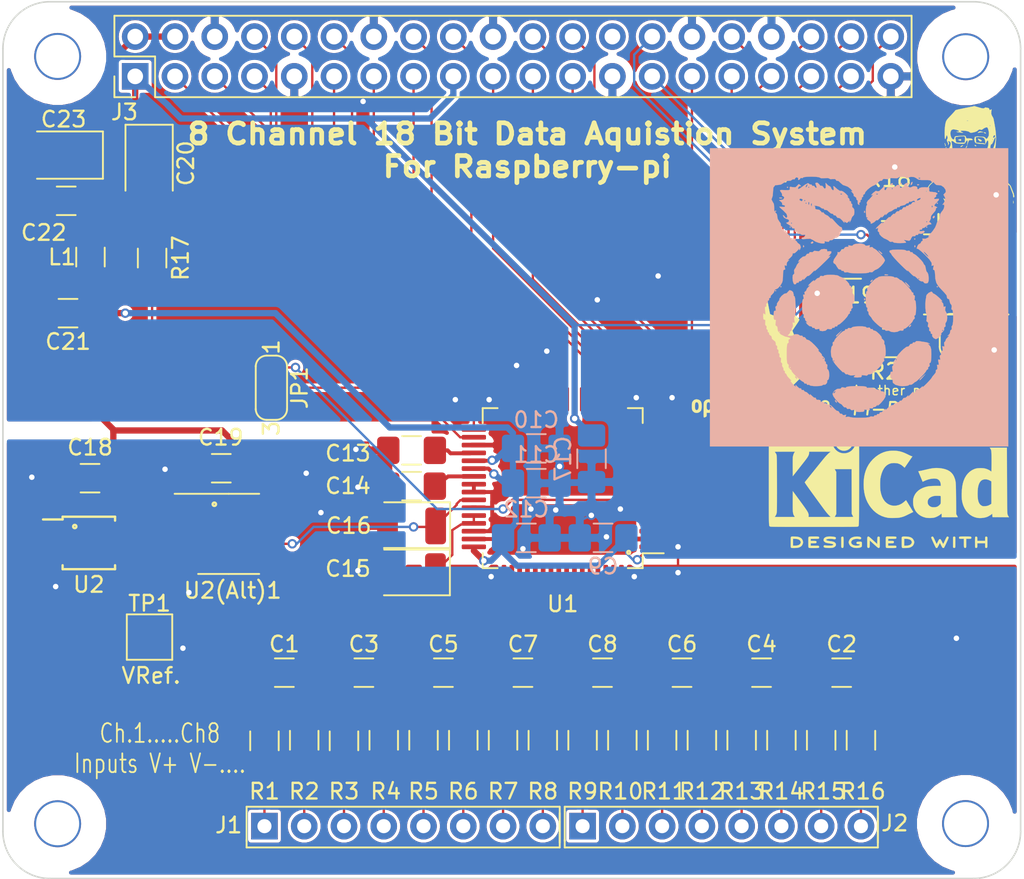
<source format=kicad_pcb>
(kicad_pcb (version 20171130) (host pcbnew 5.1.4+dfsg1-1~bpo10+1)

  (general
    (thickness 1.6)
    (drawings 22)
    (tracks 507)
    (zones 0)
    (modules 62)
    (nets 82)
  )

  (page A4)
  (layers
    (0 F.Cu signal)
    (31 B.Cu signal)
    (32 B.Adhes user)
    (33 F.Adhes user)
    (34 B.Paste user)
    (35 F.Paste user)
    (36 B.SilkS user)
    (37 F.SilkS user)
    (38 B.Mask user)
    (39 F.Mask user)
    (40 Dwgs.User user)
    (41 Cmts.User user)
    (42 Eco1.User user)
    (43 Eco2.User user)
    (44 Edge.Cuts user)
    (45 Margin user)
    (46 B.CrtYd user)
    (47 F.CrtYd user)
    (48 B.Fab user)
    (49 F.Fab user)
  )

  (setup
    (last_trace_width 0.15)
    (user_trace_width 0.15)
    (user_trace_width 0.2)
    (user_trace_width 0.25)
    (user_trace_width 0.4)
    (user_trace_width 0.5)
    (user_trace_width 0.6)
    (user_trace_width 1)
    (user_trace_width 2)
    (trace_clearance 0.2)
    (zone_clearance 0.2)
    (zone_45_only yes)
    (trace_min 0.15)
    (via_size 0.4)
    (via_drill 0.35)
    (via_min_size 0.4)
    (via_min_drill 0.2)
    (user_via 0.4 0.2)
    (user_via 0.45 0.25)
    (user_via 0.5 0.3)
    (user_via 0.6 0.35)
    (user_via 0.7 0.4)
    (user_via 0.75 0.45)
    (uvia_size 0.3)
    (uvia_drill 0.1)
    (uvias_allowed no)
    (uvia_min_size 0.2)
    (uvia_min_drill 0.1)
    (edge_width 0.15)
    (segment_width 0.15)
    (pcb_text_width 0.3)
    (pcb_text_size 1.5 1.5)
    (mod_edge_width 0.15)
    (mod_text_size 0.6 0.6)
    (mod_text_width 0.09)
    (pad_size 1.425 1.75)
    (pad_drill 0)
    (pad_to_mask_clearance 0.1)
    (aux_axis_origin 0 0)
    (visible_elements 7FFFFE3F)
    (pcbplotparams
      (layerselection 0x010f8_ffffffff)
      (usegerberextensions false)
      (usegerberattributes false)
      (usegerberadvancedattributes false)
      (creategerberjobfile false)
      (excludeedgelayer false)
      (linewidth 0.100000)
      (plotframeref false)
      (viasonmask false)
      (mode 1)
      (useauxorigin false)
      (hpglpennumber 1)
      (hpglpenspeed 20)
      (hpglpendiameter 15.000000)
      (psnegative false)
      (psa4output false)
      (plotreference true)
      (plotvalue false)
      (plotinvisibletext false)
      (padsonsilk true)
      (subtractmaskfromsilk false)
      (outputformat 1)
      (mirror false)
      (drillshape 0)
      (scaleselection 1)
      (outputdirectory "prod"))
  )

  (net 0 "")
  (net 1 GND)
  (net 2 "Net-(C1-Pad1)")
  (net 3 "Net-(C1-Pad2)")
  (net 4 "Net-(C2-Pad2)")
  (net 5 "Net-(C2-Pad1)")
  (net 6 "Net-(C3-Pad2)")
  (net 7 "Net-(C3-Pad1)")
  (net 8 "Net-(C4-Pad1)")
  (net 9 "Net-(C4-Pad2)")
  (net 10 "Net-(C5-Pad1)")
  (net 11 "Net-(C5-Pad2)")
  (net 12 "Net-(C6-Pad2)")
  (net 13 "Net-(C6-Pad1)")
  (net 14 "Net-(C7-Pad2)")
  (net 15 "Net-(C7-Pad1)")
  (net 16 "Net-(C8-Pad1)")
  (net 17 "Net-(C8-Pad2)")
  (net 18 +5VA)
  (net 19 "Net-(C13-Pad2)")
  (net 20 "Net-(C14-Pad2)")
  (net 21 "Net-(C15-Pad1)")
  (net 22 "Net-(C16-Pad1)")
  (net 23 +3V3)
  (net 24 +5V)
  (net 25 "Net-(J1-Pad1)")
  (net 26 "Net-(J1-Pad2)")
  (net 27 "Net-(J1-Pad3)")
  (net 28 "Net-(J1-Pad4)")
  (net 29 "Net-(J1-Pad5)")
  (net 30 "Net-(J1-Pad6)")
  (net 31 "Net-(J1-Pad7)")
  (net 32 "Net-(J1-Pad8)")
  (net 33 "Net-(J2-Pad8)")
  (net 34 "Net-(J2-Pad7)")
  (net 35 "Net-(J2-Pad6)")
  (net 36 "Net-(J2-Pad5)")
  (net 37 "Net-(J2-Pad4)")
  (net 38 "Net-(J2-Pad3)")
  (net 39 "Net-(J2-Pad2)")
  (net 40 "Net-(J2-Pad1)")
  (net 41 /OS1)
  (net 42 /Range)
  (net 43 /Reset)
  (net 44 /Busy)
  (net 45 /FrstData)
  (net 46 /DB1)
  (net 47 /DB4)
  (net 48 /DB3)
  (net 49 "Net-(J3-Pad26)")
  (net 50 "Net-(J3-Pad27)")
  (net 51 "Net-(J3-Pad28)")
  (net 52 /DB7)
  (net 53 /DB8)
  (net 54 /DB10)
  (net 55 /DB13)
  (net 56 "Net-(JP1-Pad2)")
  (net 57 "Net-(JP1-Pad1)")
  (net 58 "Net-(JP2-Pad1)")
  (net 59 "Net-(U2-Pad1)")
  (net 60 "Net-(U2-Pad3)")
  (net 61 "Net-(U2-Pad5)")
  (net 62 "Net-(U2-Pad7)")
  (net 63 "Net-(U2-Pad8)")
  (net 64 "Net-(U2(Alt)1-Pad8)")
  (net 65 "Net-(U2(Alt)1-Pad7)")
  (net 66 "Net-(U2(Alt)1-Pad5)")
  (net 67 "Net-(U2(Alt)1-Pad3)")
  (net 68 "Net-(U2(Alt)1-Pad1)")
  (net 69 /DB15)
  (net 70 /DB14)
  (net 71 /OS0)
  (net 72 /OS2)
  (net 73 /ConvStart)
  (net 74 /!RD-!CS)
  (net 75 /DB0)
  (net 76 /DB2)
  (net 77 /DB5)
  (net 78 /DB6)
  (net 79 /DB9)
  (net 80 /DB11)
  (net 81 /DB12)

  (net_class Default "This is the default net class."
    (clearance 0.2)
    (trace_width 0.15)
    (via_dia 0.4)
    (via_drill 0.35)
    (uvia_dia 0.3)
    (uvia_drill 0.1)
  )

  (net_class +3V3 ""
    (clearance 0.2)
    (trace_width 0.4)
    (via_dia 0.5)
    (via_drill 0.4)
    (uvia_dia 0.3)
    (uvia_drill 0.1)
  )

  (net_class +5V ""
    (clearance 0.2)
    (trace_width 0.4)
    (via_dia 0.5)
    (via_drill 0.4)
    (uvia_dia 0.3)
    (uvia_drill 0.1)
  )

  (net_class +5VA ""
    (clearance 0.2)
    (trace_width 0.4)
    (via_dia 0.5)
    (via_drill 0.4)
    (uvia_dia 0.3)
    (uvia_drill 0.1)
    (add_net +3V3)
    (add_net +5V)
    (add_net +5VA)
    (add_net /!RD-!CS)
    (add_net /Busy)
    (add_net /ConvStart)
    (add_net /DB0)
    (add_net /DB1)
    (add_net /DB10)
    (add_net /DB11)
    (add_net /DB12)
    (add_net /DB13)
    (add_net /DB14)
    (add_net /DB15)
    (add_net /DB2)
    (add_net /DB3)
    (add_net /DB4)
    (add_net /DB5)
    (add_net /DB6)
    (add_net /DB7)
    (add_net /DB8)
    (add_net /DB9)
    (add_net /FrstData)
    (add_net /OS0)
    (add_net /OS1)
    (add_net /OS2)
    (add_net /Range)
    (add_net /Reset)
    (add_net GND)
    (add_net "Net-(C1-Pad1)")
    (add_net "Net-(C1-Pad2)")
    (add_net "Net-(C13-Pad2)")
    (add_net "Net-(C14-Pad2)")
    (add_net "Net-(C15-Pad1)")
    (add_net "Net-(C16-Pad1)")
    (add_net "Net-(C2-Pad1)")
    (add_net "Net-(C2-Pad2)")
    (add_net "Net-(C3-Pad1)")
    (add_net "Net-(C3-Pad2)")
    (add_net "Net-(C4-Pad1)")
    (add_net "Net-(C4-Pad2)")
    (add_net "Net-(C5-Pad1)")
    (add_net "Net-(C5-Pad2)")
    (add_net "Net-(C6-Pad1)")
    (add_net "Net-(C6-Pad2)")
    (add_net "Net-(C7-Pad1)")
    (add_net "Net-(C7-Pad2)")
    (add_net "Net-(C8-Pad1)")
    (add_net "Net-(C8-Pad2)")
    (add_net "Net-(J1-Pad1)")
    (add_net "Net-(J1-Pad2)")
    (add_net "Net-(J1-Pad3)")
    (add_net "Net-(J1-Pad4)")
    (add_net "Net-(J1-Pad5)")
    (add_net "Net-(J1-Pad6)")
    (add_net "Net-(J1-Pad7)")
    (add_net "Net-(J1-Pad8)")
    (add_net "Net-(J2-Pad1)")
    (add_net "Net-(J2-Pad2)")
    (add_net "Net-(J2-Pad3)")
    (add_net "Net-(J2-Pad4)")
    (add_net "Net-(J2-Pad5)")
    (add_net "Net-(J2-Pad6)")
    (add_net "Net-(J2-Pad7)")
    (add_net "Net-(J2-Pad8)")
    (add_net "Net-(J3-Pad26)")
    (add_net "Net-(J3-Pad27)")
    (add_net "Net-(J3-Pad28)")
    (add_net "Net-(JP1-Pad1)")
    (add_net "Net-(JP1-Pad2)")
    (add_net "Net-(JP2-Pad1)")
    (add_net "Net-(U2(Alt)1-Pad1)")
    (add_net "Net-(U2(Alt)1-Pad3)")
    (add_net "Net-(U2(Alt)1-Pad5)")
    (add_net "Net-(U2(Alt)1-Pad7)")
    (add_net "Net-(U2(Alt)1-Pad8)")
    (add_net "Net-(U2-Pad1)")
    (add_net "Net-(U2-Pad3)")
    (add_net "Net-(U2-Pad5)")
    (add_net "Net-(U2-Pad7)")
    (add_net "Net-(U2-Pad8)")
  )

  (module Symbol:Pilogo (layer B.Cu) (tedit 0) (tstamp 5F17A6CB)
    (at 133.2738 79.6544 180)
    (fp_text reference G*** (at 0 0) (layer B.SilkS) hide
      (effects (font (size 1.524 1.524) (thickness 0.3)) (justify mirror))
    )
    (fp_text value LOGO (at 0.75 0) (layer B.SilkS) hide
      (effects (font (size 1.524 1.524) (thickness 0.3)) (justify mirror))
    )
    (fp_poly (pts (xy 9.567334 -9.567334) (xy -9.482666 -9.567334) (xy -9.482666 -1.319767) (xy -5.970047 -1.319767)
      (xy -5.959196 -1.597905) (xy -5.931859 -1.793691) (xy -5.896441 -1.862663) (xy -5.857986 -1.925105)
      (xy -5.872618 -1.989667) (xy -5.871063 -2.098517) (xy -5.832287 -2.116667) (xy -5.772215 -2.177577)
      (xy -5.778876 -2.2225) (xy -5.75088 -2.356585) (xy -5.680098 -2.440445) (xy -5.598525 -2.51701)
      (xy -5.651385 -2.506672) (xy -5.672666 -2.497667) (xy -5.712528 -2.499985) (xy -5.630333 -2.582031)
      (xy -5.510269 -2.713677) (xy -5.482166 -2.799976) (xy -5.444721 -2.87627) (xy -5.426593 -2.878667)
      (xy -5.384737 -2.946687) (xy -5.397597 -3.06124) (xy -5.410263 -3.187243) (xy -5.338752 -3.177936)
      (xy -5.338266 -3.177637) (xy -5.268312 -3.165706) (xy -5.286368 -3.285252) (xy -5.288301 -3.291397)
      (xy -5.299211 -3.439086) (xy -5.24598 -3.471334) (xy -5.184503 -3.532688) (xy -5.195284 -3.598334)
      (xy -5.194362 -3.707217) (xy -5.156304 -3.725334) (xy -5.107714 -3.791955) (xy -5.125698 -3.90527)
      (xy -5.14626 -4.029346) (xy -5.078997 -4.021036) (xy -5.076722 -4.019641) (xy -5.009629 -4.011114)
      (xy -5.015977 -4.13113) (xy -5.028712 -4.185466) (xy -5.051238 -4.344092) (xy -4.999677 -4.362574)
      (xy -4.989656 -4.356825) (xy -4.928732 -4.358029) (xy -4.949635 -4.476731) (xy -4.961205 -4.623178)
      (xy -4.911375 -4.656667) (xy -4.853138 -4.705849) (xy -4.864115 -4.734508) (xy -4.848385 -4.845841)
      (xy -4.763278 -4.961293) (xy -4.647798 -5.092553) (xy -4.610051 -5.158619) (xy -4.553313 -5.241026)
      (xy -4.411504 -5.402672) (xy -4.276078 -5.545667) (xy -4.111392 -5.705668) (xy -4.017776 -5.778022)
      (xy -4.011644 -5.757334) (xy -4.013217 -5.71857) (xy -3.927974 -5.79792) (xy -3.920595 -5.806159)
      (xy -3.768225 -5.922863) (xy -3.648359 -5.943342) (xy -3.574767 -5.953011) (xy -3.586062 -5.991478)
      (xy -3.56889 -6.089726) (xy -3.508783 -6.128492) (xy -3.41859 -6.132668) (xy -3.430727 -6.073864)
      (xy -3.415903 -6.062688) (xy -3.31653 -6.1576) (xy -3.256499 -6.223) (xy -3.131222 -6.35042)
      (xy -3.08023 -6.375407) (xy -3.08732 -6.35) (xy -3.098612 -6.293581) (xy -3.02474 -6.369851)
      (xy -2.910924 -6.464353) (xy -2.851121 -6.463566) (xy -2.782561 -6.481989) (xy -2.744788 -6.549062)
      (xy -2.665159 -6.644064) (xy -2.615795 -6.64085) (xy -2.545189 -6.65754) (xy -2.54 -6.688667)
      (xy -2.488425 -6.743879) (xy -2.455333 -6.731) (xy -2.37744 -6.740522) (xy -2.370666 -6.773334)
      (xy -2.319091 -6.828546) (xy -2.286 -6.815667) (xy -2.208159 -6.826337) (xy -2.201333 -6.860059)
      (xy -2.141134 -6.928173) (xy -2.099361 -6.922787) (xy -1.978936 -6.956351) (xy -1.818216 -7.083253)
      (xy -1.796197 -7.106232) (xy -1.680886 -7.215433) (xy -1.643621 -7.217367) (xy -1.65062 -7.196667)
      (xy -1.644311 -7.160364) (xy -1.554729 -7.241225) (xy -1.540961 -7.256566) (xy -1.40876 -7.373013)
      (xy -1.322878 -7.390656) (xy -1.322844 -7.390622) (xy -1.274668 -7.403698) (xy -1.27 -7.441552)
      (xy -1.220333 -7.505293) (xy -1.185333 -7.493) (xy -1.10744 -7.502522) (xy -1.100666 -7.535334)
      (xy -1.049091 -7.590546) (xy -1.016 -7.577667) (xy -0.937914 -7.582872) (xy -0.931333 -7.612346)
      (xy -0.870179 -7.66496) (xy -0.812897 -7.653904) (xy -0.683292 -7.651627) (xy -0.65169 -7.677728)
      (xy -0.553299 -7.708878) (xy -0.338747 -7.728683) (xy -0.060831 -7.737013) (xy 0.22765 -7.733741)
      (xy 0.473895 -7.718738) (xy 0.625107 -7.691877) (xy 0.644678 -7.680878) (xy 0.755379 -7.664005)
      (xy 0.8265 -7.682555) (xy 0.914655 -7.692399) (xy 0.889 -7.62) (xy 0.868769 -7.542891)
      (xy 0.959778 -7.560621) (xy 1.076923 -7.566757) (xy 1.100667 -7.527679) (xy 1.15139 -7.476943)
      (xy 1.176462 -7.487517) (xy 1.264687 -7.463079) (xy 1.305455 -7.395729) (xy 1.372623 -7.302294)
      (xy 1.40841 -7.306854) (xy 1.487917 -7.281017) (xy 1.625184 -7.155616) (xy 1.668477 -7.106488)
      (xy 1.798759 -7.106488) (xy 1.81034 -7.112) (xy 1.887605 -7.052397) (xy 1.905 -7.027334)
      (xy 1.926575 -6.948179) (xy 1.914994 -6.942667) (xy 1.837728 -7.00227) (xy 1.820334 -7.027334)
      (xy 1.798759 -7.106488) (xy 1.668477 -7.106488) (xy 1.671868 -7.102641) (xy 1.834981 -6.950852)
      (xy 1.974776 -6.889235) (xy 2.001118 -6.893012) (xy 2.102836 -6.88619) (xy 2.116667 -6.850346)
      (xy 2.168694 -6.802258) (xy 2.201334 -6.815667) (xy 2.279124 -6.803886) (xy 2.286 -6.769272)
      (xy 2.3477 -6.709288) (xy 2.417398 -6.720972) (xy 2.504797 -6.726889) (xy 2.497067 -6.687697)
      (xy 2.514324 -6.61214) (xy 2.652981 -6.586508) (xy 2.7305 -6.593974) (xy 2.790231 -6.538074)
      (xy 2.794 -6.505222) (xy 2.826416 -6.446583) (xy 2.846844 -6.459289) (xy 2.932668 -6.441736)
      (xy 3.064856 -6.325352) (xy 3.064961 -6.325233) (xy 3.162299 -6.232394) (xy 3.179227 -6.255292)
      (xy 3.175172 -6.265334) (xy 3.177366 -6.305197) (xy 3.259364 -6.223) (xy 3.39101 -6.102936)
      (xy 3.477309 -6.074834) (xy 3.552293 -6.032481) (xy 3.556 -6.006337) (xy 3.60787 -5.955771)
      (xy 3.640667 -5.969) (xy 3.717715 -5.955743) (xy 3.725334 -5.917552) (xy 3.756524 -5.854135)
      (xy 3.778178 -5.866622) (xy 3.864002 -5.84907) (xy 3.996189 -5.732686) (xy 3.996295 -5.732566)
      (xy 4.094397 -5.633767) (xy 4.111305 -5.644203) (xy 4.107787 -5.6515) (xy 4.076051 -5.748518)
      (xy 4.143501 -5.714781) (xy 4.305155 -5.553035) (xy 4.324408 -5.532014) (xy 4.425161 -5.404106)
      (xy 4.425112 -5.360994) (xy 4.402667 -5.369132) (xy 4.371104 -5.364814) (xy 4.453418 -5.275263)
      (xy 4.487334 -5.244589) (xy 4.625753 -5.097498) (xy 4.678827 -4.990176) (xy 4.677833 -4.984138)
      (xy 4.720293 -4.914098) (xy 4.74633 -4.910667) (xy 4.796896 -4.858797) (xy 4.783667 -4.826)
      (xy 4.793189 -4.748107) (xy 4.826 -4.741334) (xy 4.883168 -4.691318) (xy 4.871949 -4.662517)
      (xy 4.883811 -4.5545) (xy 4.915058 -4.526953) (xy 4.972 -4.410534) (xy 4.961429 -4.351769)
      (xy 4.966963 -4.248222) (xy 5.003696 -4.233334) (xy 5.05271 -4.16732) (xy 5.037667 -4.064)
      (xy 5.031434 -3.924493) (xy 5.083353 -3.894667) (xy 5.14483 -3.833313) (xy 5.134049 -3.767667)
      (xy 5.131033 -3.658581) (xy 5.164667 -3.640667) (xy 5.20897 -3.578499) (xy 5.195285 -3.513667)
      (xy 5.197773 -3.404865) (xy 5.237618 -3.386667) (xy 5.291961 -3.324971) (xy 5.279951 -3.259667)
      (xy 5.28244 -3.150865) (xy 5.322285 -3.132667) (xy 5.377995 -3.071507) (xy 5.36711 -3.01216)
      (xy 5.396176 -2.881902) (xy 5.499138 -2.796245) (xy 5.617264 -2.694816) (xy 5.627339 -2.619821)
      (xy 5.647858 -2.52647) (xy 5.709148 -2.488197) (xy 5.799202 -2.408568) (xy 5.794184 -2.361795)
      (xy 5.810873 -2.291189) (xy 5.842 -2.286) (xy 5.897212 -2.234425) (xy 5.884334 -2.201334)
      (xy 5.889539 -2.123248) (xy 5.919013 -2.116667) (xy 5.969881 -2.054807) (xy 5.957285 -1.989667)
      (xy 5.958396 -1.880793) (xy 5.996668 -1.862667) (xy 6.048622 -1.792086) (xy 6.045175 -1.64422)
      (xy 6.040555 -1.493712) (xy 6.093115 -1.479884) (xy 6.154842 -1.44819) (xy 6.179304 -1.273844)
      (xy 6.17937 -1.25383) (xy 6.167911 -1.079555) (xy 6.128868 -1.055465) (xy 6.09109 -1.100667)
      (xy 6.040469 -1.141096) (xy 6.034333 -1.038092) (xy 6.050422 -0.904942) (xy 6.063905 -0.695641)
      (xy 6.02707 -0.628375) (xy 6.012673 -0.634172) (xy 5.964149 -0.620976) (xy 5.979028 -0.554731)
      (xy 5.975401 -0.443381) (xy 5.930728 -0.423334) (xy 5.871752 -0.371997) (xy 5.884334 -0.338667)
      (xy 5.874812 -0.260773) (xy 5.842 -0.254) (xy 5.786788 -0.202425) (xy 5.799667 -0.169334)
      (xy 5.78641 -0.092285) (xy 5.748219 -0.084667) (xy 5.68613 -0.052265) (xy 5.699573 -0.029538)
      (xy 5.686131 0.055626) (xy 5.607851 0.13297) (xy 5.488061 0.268252) (xy 5.461 0.353008)
      (xy 5.410297 0.45615) (xy 5.376334 0.465666) (xy 5.230437 0.534877) (xy 5.074047 0.702359)
      (xy 4.956273 0.907884) (xy 4.92526 1.018854) (xy 4.905223 1.259165) (xy 4.898167 1.504168)
      (xy 4.876434 1.687318) (xy 4.816407 1.729371) (xy 4.811004 1.726398) (xy 4.760443 1.741574)
      (xy 4.783667 1.862666) (xy 4.807697 1.993917) (xy 4.746671 1.992837) (xy 4.73942 1.988484)
      (xy 4.666086 1.978566) (xy 4.674281 2.041381) (xy 4.649342 2.185372) (xy 4.579431 2.271112)
      (xy 4.497859 2.347676) (xy 4.550719 2.337337) (xy 4.572 2.328332) (xy 4.599153 2.335493)
      (xy 4.509413 2.421278) (xy 4.465731 2.456433) (xy 4.325222 2.600588) (xy 4.283134 2.716962)
      (xy 4.288312 2.729794) (xy 4.290025 2.780339) (xy 4.253795 2.764312) (xy 4.147617 2.786275)
      (xy 4.004192 2.912803) (xy 3.980433 2.94173) (xy 3.878133 3.06085) (xy 3.849975 3.068663)
      (xy 3.858474 3.048) (xy 3.884139 2.967917) (xy 3.813648 3.018673) (xy 3.764629 3.159048)
      (xy 3.816408 3.32029) (xy 3.939979 3.414525) (xy 3.944611 3.415419) (xy 4.003173 3.479552)
      (xy 4.0005 3.4925) (xy 4.043146 3.55308) (xy 4.068997 3.556) (xy 4.115469 3.609612)
      (xy 4.097441 3.655055) (xy 4.093165 3.719387) (xy 4.168881 3.703203) (xy 4.332942 3.712015)
      (xy 4.457937 3.77976) (xy 4.534326 3.856664) (xy 4.487334 3.852333) (xy 4.447539 3.85409)
      (xy 4.529667 3.934366) (xy 4.64953 4.057525) (xy 4.677834 4.131144) (xy 4.715213 4.192007)
      (xy 4.720167 4.192296) (xy 4.861873 4.24148) (xy 4.951393 4.342156) (xy 4.949384 4.408517)
      (xy 4.96413 4.481853) (xy 4.995334 4.487333) (xy 5.051515 4.538466) (xy 5.039575 4.568912)
      (xy 5.05396 4.68271) (xy 5.141384 4.802717) (xy 5.247639 4.978954) (xy 5.262774 5.115072)
      (xy 5.296649 5.282444) (xy 5.363381 5.348759) (xy 5.460843 5.497219) (xy 5.462899 5.674598)
      (xy 5.483961 5.922482) (xy 5.560227 6.056131) (xy 5.639696 6.209853) (xy 5.610555 6.28886)
      (xy 5.559606 6.43939) (xy 5.541628 6.666816) (xy 5.542188 6.688666) (xy 5.51318 6.975783)
      (xy 5.397548 7.120799) (xy 5.211483 7.133928) (xy 5.024794 7.165116) (xy 4.851694 7.274938)
      (xy 4.68162 7.384947) (xy 4.542758 7.401641) (xy 4.403486 7.409105) (xy 4.363047 7.446276)
      (xy 4.261757 7.500973) (xy 4.227483 7.489384) (xy 4.153755 7.501866) (xy 4.148667 7.530336)
      (xy 4.079826 7.608999) (xy 4.01667 7.62) (xy 3.929035 7.578954) (xy 3.937 7.535333)
      (xy 3.930287 7.457314) (xy 3.899664 7.450666) (xy 3.813487 7.515611) (xy 3.81 7.54033)
      (xy 3.75813 7.590896) (xy 3.725334 7.577667) (xy 3.646883 7.574295) (xy 3.640667 7.597534)
      (xy 3.563459 7.633782) (xy 3.361451 7.658427) (xy 3.090504 7.666031) (xy 2.810229 7.655118)
      (xy 2.612 7.630164) (xy 2.540171 7.598028) (xy 2.466491 7.564861) (xy 2.285257 7.565954)
      (xy 2.243667 7.570477) (xy 2.04881 7.578132) (xy 1.950276 7.549683) (xy 1.947334 7.54069)
      (xy 1.876784 7.504687) (xy 1.735667 7.514611) (xy 1.569633 7.513073) (xy 1.524 7.45554)
      (xy 1.475848 7.393671) (xy 1.445127 7.404753) (xy 1.344176 7.381654) (xy 1.243499 7.278244)
      (xy 1.078982 7.136154) (xy 0.93904 7.089301) (xy 0.75588 7.019056) (xy 0.569854 6.869242)
      (xy 0.569167 6.868487) (xy 0.477524 6.748864) (xy 0.490042 6.716313) (xy 0.508 6.723626)
      (xy 0.561068 6.735729) (xy 0.48815 6.665407) (xy 0.393647 6.551591) (xy 0.394434 6.491788)
      (xy 0.376011 6.423228) (xy 0.308938 6.385454) (xy 0.213936 6.305826) (xy 0.21715 6.256461)
      (xy 0.203118 6.184953) (xy 0.176988 6.180666) (xy 0.124373 6.119512) (xy 0.135429 6.062231)
      (xy 0.118712 5.92084) (xy 0.077357 5.879816) (xy 0.013498 5.864124) (xy 0.034249 5.913585)
      (xy 0.036456 6.000526) (xy 0 6.011333) (xy -0.055212 6.062908) (xy -0.042333 6.096)
      (xy -0.051855 6.173893) (xy -0.084666 6.180666) (xy -0.139879 6.232242) (xy -0.127 6.265333)
      (xy -0.136522 6.343227) (xy -0.169333 6.35) (xy -0.224545 6.401575) (xy -0.211666 6.434666)
      (xy -0.218379 6.512685) (xy -0.249003 6.519333) (xy -0.320688 6.563958) (xy -0.318874 6.582833)
      (xy -0.361113 6.687995) (xy -0.496416 6.836842) (xy -0.673972 6.983765) (xy -0.842968 7.083156)
      (xy -0.893781 7.098867) (xy -1.06917 7.188956) (xy -1.167615 7.290784) (xy -1.284157 7.39839)
      (xy -1.36046 7.404753) (xy -1.433068 7.420643) (xy -1.439333 7.45554) (xy -1.5101 7.520088)
      (xy -1.651 7.514611) (xy -1.808424 7.506696) (xy -1.862666 7.54069) (xy -1.936206 7.575324)
      (xy -2.117324 7.574985) (xy -2.159 7.570477) (xy -2.353879 7.562268) (xy -2.452399 7.589361)
      (xy -2.455333 7.598028) (xy -2.528985 7.643199) (xy -2.706413 7.662329) (xy -2.709333 7.662333)
      (xy -2.88772 7.640924) (xy -2.963315 7.589346) (xy -2.963333 7.588466) (xy -3.01545 7.563682)
      (xy -3.069166 7.593374) (xy -3.246356 7.652833) (xy -3.458186 7.642049) (xy -3.616204 7.568427)
      (xy -3.634027 7.546076) (xy -3.755385 7.474293) (xy -3.921059 7.450296) (xy -4.186447 7.450214)
      (xy -4.360333 7.449718) (xy -4.519449 7.418636) (xy -4.572 7.360055) (xy -4.622613 7.307684)
      (xy -4.647795 7.318183) (xy -4.736748 7.29469) (xy -4.774416 7.232575) (xy -4.892848 7.133778)
      (xy -5.016121 7.127228) (xy -5.205772 7.099057) (xy -5.368628 6.98781) (xy -5.475497 6.835741)
      (xy -5.497191 6.685103) (xy -5.404518 6.578151) (xy -5.3975 6.575168) (xy -5.342414 6.504886)
      (xy -5.376333 6.462279) (xy -5.454429 6.303051) (xy -5.433 6.097047) (xy -5.334 5.941555)
      (xy -5.27467 5.874446) (xy -5.312706 5.882973) (xy -5.388089 5.871099) (xy -5.400964 5.761766)
      (xy -5.360374 5.610988) (xy -5.27536 5.474782) (xy -5.241958 5.444692) (xy -5.140429 5.285562)
      (xy -5.122334 5.148359) (xy -5.089812 4.959272) (xy -5.025458 4.868333) (xy -4.923966 4.720976)
      (xy -4.885359 4.589789) (xy -4.811986 4.414921) (xy -4.658371 4.192429) (xy -4.566278 4.086032)
      (xy -4.42682 3.925573) (xy -4.376269 3.841413) (xy -4.402666 3.841688) (xy -4.445731 3.849201)
      (xy -4.37327 3.77976) (xy -4.199654 3.699138) (xy -4.084214 3.703203) (xy -3.995618 3.710706)
      (xy -4.012774 3.655055) (xy -4.018598 3.56711) (xy -3.98433 3.556) (xy -3.913645 3.502818)
      (xy -3.915833 3.4798) (xy -3.878145 3.404592) (xy -3.861799 3.402365) (xy -3.755153 3.338949)
      (xy -3.714929 3.288065) (xy -3.657264 3.161399) (xy -3.64297 3.064443) (xy -3.680758 3.059956)
      (xy -3.683652 3.062763) (xy -3.759494 3.028537) (xy -3.921591 2.89907) (xy -4.138015 2.700386)
      (xy -4.188207 2.651488) (xy -4.451779 2.370369) (xy -4.583542 2.17301) (xy -4.5965 2.058392)
      (xy -4.583987 1.964953) (xy -4.651349 1.98638) (xy -4.721262 1.999649) (xy -4.70558 1.883961)
      (xy -4.699 1.862666) (xy -4.67873 1.733185) (xy -4.71727 1.720795) (xy -4.772476 1.682218)
      (xy -4.802797 1.523385) (xy -4.803857 1.498564) (xy -4.828944 1.135484) (xy -4.895445 0.877061)
      (xy -5.028141 0.65944) (xy -5.204701 0.465666) (xy -5.391145 0.26963) (xy -5.518792 0.119656)
      (xy -5.553951 0.0635) (xy -5.575711 -0.075712) (xy -5.577416 -0.089664) (xy -5.632986 -0.146407)
      (xy -5.655091 -0.137862) (xy -5.712518 -0.174257) (xy -5.735996 -0.279778) (xy -5.77911 -0.437389)
      (xy -5.82925 -0.489639) (xy -5.873884 -0.580217) (xy -5.862008 -0.694633) (xy -5.8543 -0.814518)
      (xy -5.89321 -0.82501) (xy -5.933903 -0.875635) (xy -5.961275 -1.060629) (xy -5.970047 -1.319767)
      (xy -9.482666 -1.319767) (xy -9.482666 2.54) (xy -4.386578 2.54) (xy -4.30492 2.59564)
      (xy -4.191 2.709333) (xy -4.093223 2.831983) (xy -4.080089 2.878666) (xy -4.161747 2.823026)
      (xy -4.275666 2.709333) (xy -4.373444 2.586683) (xy -4.386578 2.54) (xy -9.482666 2.54)
      (xy -9.482666 7.591778) (xy -3.866444 7.591778) (xy -3.854822 7.541443) (xy -3.81 7.535333)
      (xy -3.74031 7.566311) (xy -3.753555 7.591778) (xy -3.854035 7.601911) (xy -3.866444 7.591778)
      (xy -9.482666 7.591778) (xy -9.482666 9.482666) (xy 9.567334 9.482666) (xy 9.567334 -9.567334)) (layer B.SilkS) (width 0.01))
    (fp_poly (pts (xy 0.208607 -5.71006) (xy 0.523647 -5.720214) (xy 0.75501 -5.743042) (xy 0.866719 -5.774331)
      (xy 0.870305 -5.787571) (xy 0.90014 -5.822649) (xy 1.005397 -5.803032) (xy 1.14845 -5.790105)
      (xy 1.185334 -5.833637) (xy 1.245503 -5.889075) (xy 1.293596 -5.879808) (xy 1.454058 -5.895409)
      (xy 1.620419 -6.010244) (xy 1.725314 -6.170883) (xy 1.735059 -6.229964) (xy 1.682703 -6.364574)
      (xy 1.555586 -6.545857) (xy 1.39978 -6.719568) (xy 1.261358 -6.831461) (xy 1.210855 -6.847158)
      (xy 1.13097 -6.906899) (xy 1.081908 -6.979195) (xy 0.982893 -7.070705) (xy 0.92613 -7.066451)
      (xy 0.852864 -7.081774) (xy 0.846667 -7.116062) (xy 0.785284 -7.176935) (xy 0.719667 -7.166049)
      (xy 0.610783 -7.166972) (xy 0.592667 -7.20503) (xy 0.526046 -7.25362) (xy 0.412731 -7.235635)
      (xy 0.28688 -7.217754) (xy 0.290728 -7.272263) (xy 0.261436 -7.337527) (xy 0.068522 -7.364989)
      (xy 0 -7.366) (xy -0.227509 -7.348906) (xy -0.298355 -7.29552) (xy -0.288702 -7.268985)
      (xy -0.293204 -7.209423) (xy -0.43656 -7.224309) (xy -0.460132 -7.230046) (xy -0.617401 -7.253633)
      (xy -0.638632 -7.204688) (xy -0.628205 -7.185672) (xy -0.619828 -7.118802) (xy -0.705777 -7.137288)
      (xy -0.824048 -7.140293) (xy -0.846666 -7.095232) (xy -0.88105 -7.040599) (xy -0.901795 -7.05424)
      (xy -0.98991 -7.042139) (xy -1.077407 -6.962517) (xy -1.15149 -6.887164) (xy -1.137897 -6.942667)
      (xy -1.153823 -6.962595) (xy -1.259225 -6.877164) (xy -1.364452 -6.773334) (xy -1.532469 -6.573955)
      (xy -1.633462 -6.404484) (xy -1.646992 -6.348512) (xy -1.603785 -6.165048) (xy -1.512541 -6.056525)
      (xy -1.433483 -6.057283) (xy -1.360146 -6.042537) (xy -1.358929 -6.035603) (xy 1.537648 -6.035603)
      (xy 1.558249 -6.082918) (xy 1.643499 -6.173812) (xy 1.692509 -6.155166) (xy 1.693334 -6.14333)
      (xy 1.633197 -6.071718) (xy 1.595585 -6.045582) (xy 1.537648 -6.035603) (xy -1.358929 -6.035603)
      (xy -1.354666 -6.011334) (xy -1.309941 -5.95059) (xy -1.285096 -5.95967) (xy -1.167697 -5.955356)
      (xy -0.992486 -5.886953) (xy -0.765913 -5.817332) (xy -0.58315 -5.819957) (xy -0.456102 -5.829997)
      (xy -0.447395 -5.786897) (xy -0.395485 -5.745956) (xy -0.193969 -5.719523) (xy 0.137869 -5.709855)
      (xy 0.208607 -5.71006)) (layer B.SilkS) (width 0.01))
    (fp_poly (pts (xy 1.582104 -6.65869) (xy 1.566334 -6.688667) (xy 1.486559 -6.769524) (xy 1.471673 -6.773334)
      (xy 1.465897 -6.718643) (xy 1.481667 -6.688667) (xy 1.561441 -6.60781) (xy 1.576327 -6.604)
      (xy 1.582104 -6.65869)) (layer B.SilkS) (width 0.01))
    (fp_poly (pts (xy -3.556 -2.88578) (xy -3.504005 -2.934373) (xy -3.471333 -2.921) (xy -3.39344 -2.930522)
      (xy -3.386666 -2.963334) (xy -3.338363 -3.02166) (xy -3.310872 -3.01115) (xy -3.22185 -3.034554)
      (xy -3.18447 -3.096186) (xy -3.106797 -3.187553) (xy -3.062357 -3.183873) (xy -2.969204 -3.214888)
      (xy -2.804108 -3.341311) (xy -2.663576 -3.47484) (xy -2.495821 -3.656423) (xy -2.401677 -3.778136)
      (xy -2.395817 -3.81) (xy -2.387087 -3.860294) (xy -2.283607 -3.981709) (xy -2.279454 -3.98588)
      (xy -2.167043 -4.149591) (xy -2.149796 -4.282213) (xy -2.147383 -4.387135) (xy -2.112396 -4.402667)
      (xy -2.06782 -4.472798) (xy -2.085068 -4.626962) (xy -2.105781 -4.78141) (xy -2.05097 -4.795204)
      (xy -2.044348 -4.791298) (xy -1.971291 -4.811376) (xy -1.947333 -4.990337) (xy -1.973417 -5.170795)
      (xy -2.036439 -5.249229) (xy -2.039055 -5.249334) (xy -2.102964 -5.30961) (xy -2.097264 -5.349875)
      (xy -2.120814 -5.50636) (xy -2.281569 -5.630325) (xy -2.548006 -5.703571) (xy -2.730814 -5.715651)
      (xy -2.965192 -5.702964) (xy -3.110002 -5.669959) (xy -3.132666 -5.647154) (xy -3.18484 -5.614137)
      (xy -3.210507 -5.626115) (xy -3.323757 -5.612234) (xy -3.422174 -5.540397) (xy -3.525871 -5.450903)
      (xy -3.556 -5.444992) (xy -3.610238 -5.412043) (xy -3.751145 -5.287594) (xy -3.912276 -5.133539)
      (xy -4.100042 -4.936542) (xy -4.222199 -4.783902) (xy -4.250942 -4.720167) (xy -4.297404 -4.659487)
      (xy -4.322997 -4.656667) (xy -4.373563 -4.604797) (xy -4.360333 -4.572) (xy -4.372114 -4.49421)
      (xy -4.406728 -4.487334) (xy -4.467602 -4.42595) (xy -4.456715 -4.360334) (xy -4.450703 -4.251098)
      (xy -4.481034 -4.233334) (xy -4.525789 -4.20681) (xy -4.529919 -4.191) (xy -2.286 -4.191)
      (xy -2.243666 -4.233334) (xy -2.201333 -4.191) (xy -2.243666 -4.148667) (xy -2.286 -4.191)
      (xy -4.529919 -4.191) (xy -4.552613 -4.104126) (xy -4.558195 -4.021667) (xy -2.370666 -4.021667)
      (xy -2.328333 -4.064) (xy -2.286 -4.021667) (xy -2.328333 -3.979334) (xy -2.370666 -4.021667)
      (xy -4.558195 -4.021667) (xy -4.567069 -3.890612) (xy -4.572716 -3.661834) (xy -4.562037 -3.362829)
      (xy -4.507255 -3.176738) (xy -4.41007 -3.062888) (xy -4.330153 -2.988438) (xy -4.384602 -3.004248)
      (xy -4.402666 -3.012962) (xy -4.478814 -3.032676) (xy -4.463985 -3.002948) (xy -4.333583 -2.934724)
      (xy -4.209985 -2.906496) (xy -3.977369 -2.872077) (xy -3.788833 -2.840239) (xy -3.619342 -2.836495)
      (xy -3.556 -2.88578)) (layer B.SilkS) (width 0.01))
    (fp_poly (pts (xy 4.579144 0.32022) (xy 4.581726 0.315719) (xy 4.678155 0.211812) (xy 4.73423 0.207276)
      (xy 4.830862 0.180451) (xy 4.978272 0.059955) (xy 4.997785 0.039724) (xy 5.111779 -0.098514)
      (xy 5.137606 -0.167549) (xy 5.131044 -0.169334) (xy 5.131031 -0.217889) (xy 5.201731 -0.303159)
      (xy 5.288679 -0.438893) (xy 5.287448 -0.514826) (xy 5.302995 -0.58717) (xy 5.334709 -0.592667)
      (xy 5.391423 -0.658534) (xy 5.372968 -0.772603) (xy 5.355087 -0.898454) (xy 5.409596 -0.894606)
      (xy 5.474861 -0.923897) (xy 5.502322 -1.116812) (xy 5.503334 -1.185334) (xy 5.48624 -1.412842)
      (xy 5.432853 -1.483689) (xy 5.406319 -1.474035) (xy 5.346201 -1.478613) (xy 5.36182 -1.622994)
      (xy 5.365599 -1.638372) (xy 5.38107 -1.80781) (xy 5.335613 -1.862667) (xy 5.259732 -1.909644)
      (xy 5.25936 -1.926167) (xy 5.222883 -2.186686) (xy 5.048789 -2.403606) (xy 4.768504 -2.543279)
      (xy 4.661675 -2.56614) (xy 4.507435 -2.60963) (xy 4.420719 -2.666235) (xy 4.439822 -2.705389)
      (xy 4.482281 -2.709334) (xy 4.551701 -2.76972) (xy 4.541382 -2.836334) (xy 4.53537 -2.945569)
      (xy 4.565701 -2.963334) (xy 4.614186 -2.998823) (xy 4.64326 -3.124545) (xy 4.65692 -3.369377)
      (xy 4.659454 -3.640667) (xy 4.654563 -3.98883) (xy 4.63691 -4.197712) (xy 4.602026 -4.297165)
      (xy 4.558047 -4.318) (xy 4.519232 -4.371921) (xy 4.537605 -4.415511) (xy 4.526161 -4.534044)
      (xy 4.441753 -4.627178) (xy 4.344779 -4.714168) (xy 4.347716 -4.741334) (xy 4.326129 -4.794095)
      (xy 4.20785 -4.931446) (xy 4.046399 -5.095957) (xy 3.843652 -5.281831) (xy 3.686537 -5.404064)
      (xy 3.6195 -5.434624) (xy 3.558775 -5.482863) (xy 3.556 -5.50833) (xy 3.50413 -5.558896)
      (xy 3.471334 -5.545667) (xy 3.39344 -5.555189) (xy 3.386667 -5.588) (xy 3.335092 -5.643212)
      (xy 3.302 -5.630334) (xy 3.223288 -5.624785) (xy 3.217071 -5.646503) (xy 3.140739 -5.685709)
      (xy 2.94588 -5.710798) (xy 2.793738 -5.715629) (xy 2.552308 -5.703544) (xy 2.399135 -5.671956)
      (xy 2.370667 -5.647132) (xy 2.318898 -5.613431) (xy 2.295593 -5.624405) (xy 2.193126 -5.61223)
      (xy 2.09893 -5.517254) (xy 2.075665 -5.410723) (xy 2.089179 -5.38971) (xy 2.080195 -5.338436)
      (xy 2.046111 -5.334) (xy 1.979912 -5.256805) (xy 1.948437 -5.051961) (xy 1.947334 -4.995334)
      (xy 1.967373 -4.783278) (xy 2.017435 -4.665314) (xy 2.037706 -4.656667) (xy 2.089555 -4.590751)
      (xy 2.080565 -4.529667) (xy 4.402667 -4.529667) (xy 4.445 -4.572) (xy 4.487334 -4.529667)
      (xy 4.445 -4.487334) (xy 4.402667 -4.529667) (xy 2.080565 -4.529667) (xy 2.074334 -4.487334)
      (xy 2.067298 -4.349024) (xy 2.115958 -4.318) (xy 2.171828 -4.266467) (xy 2.159 -4.233334)
      (xy 2.168522 -4.15544) (xy 2.201334 -4.148667) (xy 2.252712 -4.095487) (xy 2.235729 -4.051156)
      (xy 2.24675 -3.937) (xy 2.286 -3.937) (xy 2.328334 -3.979334) (xy 2.370667 -3.937)
      (xy 2.328334 -3.894667) (xy 2.286 -3.937) (xy 2.24675 -3.937) (xy 2.247173 -3.932623)
      (xy 2.331581 -3.839489) (xy 2.426385 -3.752663) (xy 2.419803 -3.725334) (xy 2.427148 -3.678341)
      (xy 2.535831 -3.563777) (xy 2.551787 -3.54955) (xy 2.652041 -3.448634) (xy 2.639488 -3.428336)
      (xy 2.624667 -3.43478) (xy 2.611752 -3.412451) (xy 2.699467 -3.295454) (xy 2.868861 -3.109013)
      (xy 2.871525 -3.106235) (xy 3.074368 -2.911887) (xy 3.236097 -2.787786) (xy 3.316623 -2.760704)
      (xy 3.40186 -2.734782) (xy 3.43847 -2.672853) (xy 3.518099 -2.582798) (xy 3.564872 -2.587817)
      (xy 3.635478 -2.571127) (xy 3.640667 -2.54) (xy 3.690683 -2.482833) (xy 3.719483 -2.494051)
      (xy 3.82885 -2.484652) (xy 3.84815 -2.462102) (xy 3.94789 -2.408761) (xy 4.098979 -2.396281)
      (xy 4.215216 -2.425936) (xy 4.233334 -2.456418) (xy 4.306169 -2.49336) (xy 4.452343 -2.506134)
      (xy 4.595896 -2.495421) (xy 4.589171 -2.44938) (xy 4.538326 -2.408862) (xy 4.453146 -2.306169)
      (xy 4.460427 -2.256462) (xy 4.457675 -2.243667) (xy 5.08 -2.243667) (xy 5.122334 -2.286)
      (xy 5.164667 -2.243667) (xy 5.122334 -2.201334) (xy 5.08 -2.243667) (xy 4.457675 -2.243667)
      (xy 4.44963 -2.206265) (xy 4.411781 -2.201334) (xy 4.345926 -2.154748) (xy 4.356718 -2.122517)
      (xy 4.345351 -2.014204) (xy 4.315937 -1.988392) (xy 4.266349 -1.874154) (xy 4.281293 -1.760272)
      (xy 4.299206 -1.641116) (xy 4.230056 -1.653026) (xy 4.162962 -1.661553) (xy 4.16931 -1.541537)
      (xy 4.182046 -1.487201) (xy 4.201617 -1.337404) (xy 4.167439 -1.300735) (xy 4.167023 -1.300989)
      (xy 4.13462 -1.244388) (xy 4.111143 -1.054457) (xy 4.100224 -0.767118) (xy 4.100129 -0.638977)
      (xy 4.110482 -0.323424) (xy 4.132753 -0.091191) (xy 4.162845 0.021595) (xy 4.175496 0.025609)
      (xy 4.22095 0.054577) (xy 4.217829 0.12844) (xy 4.259813 0.28652) (xy 4.343689 0.36977)
      (xy 4.481631 0.417057) (xy 4.579144 0.32022)) (layer B.SilkS) (width 0.01))
    (fp_poly (pts (xy -4.0005 -5.114289) (xy -3.84052 -5.264406) (xy -3.817423 -5.329788) (xy -3.839211 -5.334)
      (xy -3.908356 -5.276903) (xy -4.029711 -5.1435) (xy -4.191 -4.953) (xy -4.0005 -5.114289)) (layer B.SilkS) (width 0.01))
    (fp_poly (pts (xy 4.122104 -5.13469) (xy 4.106334 -5.164667) (xy 4.026559 -5.245524) (xy 4.011673 -5.249334)
      (xy 4.005897 -5.194643) (xy 4.021667 -5.164667) (xy 4.101441 -5.08381) (xy 4.116327 -5.08)
      (xy 4.122104 -5.13469)) (layer B.SilkS) (width 0.01))
    (fp_poly (pts (xy 0.297413 -1.908888) (xy 0.466554 -1.943274) (xy 0.508 -1.974833) (xy 0.57033 -2.015637)
      (xy 0.635 -2.001382) (xy 0.743901 -2.001973) (xy 0.762 -2.039654) (xy 0.814027 -2.087743)
      (xy 0.846667 -2.074334) (xy 0.92456 -2.083855) (xy 0.931334 -2.116667) (xy 0.973316 -2.18669)
      (xy 0.994834 -2.182574) (xy 1.082739 -2.219749) (xy 1.230959 -2.342614) (xy 1.39813 -2.508464)
      (xy 1.54289 -2.674594) (xy 1.623876 -2.7983) (xy 1.625453 -2.833659) (xy 1.644708 -2.875569)
      (xy 1.676565 -2.878667) (xy 1.735222 -2.940156) (xy 1.723951 -3.005667) (xy 1.721391 -3.114729)
      (xy 1.755532 -3.132667) (xy 1.804589 -3.208392) (xy 1.836214 -3.39997) (xy 1.841607 -3.513667)
      (xy 1.830279 -3.74084) (xy 1.794987 -3.877149) (xy 1.773007 -3.894667) (xy 1.728914 -3.955283)
      (xy 1.738968 -4.0005) (xy 1.705226 -4.111023) (xy 1.578119 -4.299744) (xy 1.385013 -4.526126)
      (xy 1.381692 -4.529667) (xy 1.196563 -4.71938) (xy 1.076785 -4.827395) (xy 1.045343 -4.833257)
      (xy 1.04866 -4.826) (xy 1.054469 -4.784942) (xy 0.979945 -4.863349) (xy 0.881639 -4.96208)
      (xy 0.846667 -4.958815) (xy 0.795935 -4.943009) (xy 0.736428 -4.981423) (xy 0.573916 -5.035306)
      (xy 0.418928 -5.026779) (xy 0.28713 -5.006515) (xy 0.303043 -5.044493) (xy 0.338667 -5.071359)
      (xy 0.387308 -5.130391) (xy 0.301743 -5.157862) (xy 0.14317 -5.16337) (xy -0.071277 -5.145581)
      (xy -0.128335 -5.087925) (xy -0.119368 -5.067652) (xy -0.123946 -5.007534) (xy -0.268327 -5.023153)
      (xy -0.283705 -5.026932) (xy -0.45048 -5.042643) (xy -0.508 -4.999604) (xy -0.569679 -4.950854)
      (xy -0.630984 -4.963175) (xy -0.742673 -4.930236) (xy -0.921396 -4.80814) (xy -0.950198 -4.783667)
      (xy -0.931333 -4.783667) (xy -0.889 -4.826) (xy -0.846666 -4.783667) (xy -0.889 -4.741334)
      (xy -0.931333 -4.783667) (xy -0.950198 -4.783667) (xy -1.124479 -4.635583) (xy -1.309251 -4.451265)
      (xy -1.433038 -4.293881) (xy -1.459136 -4.212167) (xy -1.501842 -4.15061) (xy -1.521343 -4.148667)
      (xy -1.550936 -4.106334) (xy 1.608667 -4.106334) (xy 1.651 -4.148667) (xy 1.693334 -4.106334)
      (xy 1.651 -4.064) (xy 1.608667 -4.106334) (xy -1.550936 -4.106334) (xy -1.565412 -4.085628)
      (xy -1.549288 -4.007778) (xy -1.538457 -3.912743) (xy -1.577488 -3.917731) (xy -1.625232 -3.87285)
      (xy -1.651768 -3.685571) (xy -1.655376 -3.50837) (xy -1.641574 -3.254984) (xy -1.610627 -3.087799)
      (xy -1.582503 -3.048083) (xy -1.554778 -2.993432) (xy -1.574271 -2.950489) (xy -1.562827 -2.831957)
      (xy -1.478419 -2.738823) (xy -1.386004 -2.652179) (xy -1.396658 -2.624667) (xy -1.391592 -2.571918)
      (xy -1.290831 -2.439305) (xy -1.230551 -2.373677) (xy -1.065184 -2.227143) (xy -0.941821 -2.163618)
      (xy -0.918377 -2.167007) (xy -0.851473 -2.147683) (xy -0.846666 -2.116667) (xy -0.795091 -2.061455)
      (xy -0.762 -2.074334) (xy -0.684209 -2.062553) (xy -0.677333 -2.027939) (xy -0.61595 -1.967065)
      (xy -0.550333 -1.977951) (xy -0.441033 -1.985282) (xy -0.423333 -1.956386) (xy -0.346806 -1.918999)
      (xy -0.14939 -1.896318) (xy 0.042334 -1.892818) (xy 0.297413 -1.908888)) (layer B.SilkS) (width 0.01))
    (fp_poly (pts (xy -4.552849 0.3175) (xy -4.399041 0.241939) (xy -4.274177 0.117761) (xy -4.241848 0.025702)
      (xy -4.232994 -0.084667) (xy -4.203189 -0.23235) (xy -4.190663 -0.470782) (xy -4.194547 -0.734272)
      (xy -4.213971 -0.957129) (xy -4.246049 -1.071402) (xy -4.286768 -1.220785) (xy -4.270134 -1.388902)
      (xy -4.25754 -1.564388) (xy -4.314527 -1.608667) (xy -4.376004 -1.673436) (xy -4.360333 -1.778)
      (xy -4.351659 -1.91307) (xy -4.394304 -1.947334) (xy -4.445779 -2.009165) (xy -4.433284 -2.074334)
      (xy -4.439321 -2.182946) (xy -4.483272 -2.201334) (xy -4.542248 -2.25267) (xy -4.529666 -2.286)
      (xy -4.542924 -2.363048) (xy -4.581114 -2.370667) (xy -4.642866 -2.403375) (xy -4.629179 -2.426377)
      (xy -4.625371 -2.525263) (xy -4.715052 -2.640786) (xy -4.84358 -2.70754) (xy -4.865578 -2.709334)
      (xy -4.995442 -2.651649) (xy -5.122333 -2.54) (xy -5.210547 -2.41824) (xy -5.20394 -2.370667)
      (xy -5.204391 -2.330543) (xy -5.288419 -2.256511) (xy -5.365452 -2.159) (xy -5.334 -2.159)
      (xy -5.291666 -2.201334) (xy -5.249333 -2.159) (xy -5.291666 -2.116667) (xy -5.334 -2.159)
      (xy -5.365452 -2.159) (xy -5.387377 -2.131247) (xy -5.384271 -2.044844) (xy -5.384328 -1.958173)
      (xy -5.422728 -1.947334) (xy -5.484206 -1.886175) (xy -5.473756 -1.823045) (xy -5.474659 -1.686807)
      (xy -5.507031 -1.648715) (xy -5.565998 -1.530933) (xy -5.585917 -1.327688) (xy -5.567625 -1.118088)
      (xy -5.511954 -0.98124) (xy -5.499889 -0.971538) (xy -5.45141 -0.858004) (xy -5.466626 -0.744272)
      (xy -5.484288 -0.625015) (xy -5.416753 -0.636183) (xy -5.343419 -0.646101) (xy -5.351614 -0.583285)
      (xy -5.326675 -0.439295) (xy -5.256764 -0.353555) (xy -5.176263 -0.278387) (xy -5.230152 -0.292382)
      (xy -5.249333 -0.301267) (xy -5.269186 -0.285574) (xy -5.183283 -0.180842) (xy -5.08 -0.077205)
      (xy -4.895393 0.084662) (xy -4.75812 0.178037) (xy -4.720166 0.188008) (xy -4.658898 0.232442)
      (xy -4.656666 0.254) (xy -4.593036 0.319055) (xy -4.552849 0.3175)) (layer B.SilkS) (width 0.01))
    (fp_poly (pts (xy 1.3335 -2.320289) (xy 1.49348 -2.470406) (xy 1.516577 -2.535788) (xy 1.494789 -2.54)
      (xy 1.425644 -2.482903) (xy 1.304289 -2.3495) (xy 1.143 -2.159) (xy 1.3335 -2.320289)) (layer B.SilkS) (width 0.01))
    (fp_poly (pts (xy -1.425392 1.302717) (xy -1.241316 1.277724) (xy -1.185333 1.248833) (xy -1.128425 1.20256)
      (xy -1.121833 1.204174) (xy -1.029458 1.163406) (xy -0.883944 1.041312) (xy -0.729565 0.883647)
      (xy -0.610593 0.736166) (xy -0.571303 0.644623) (xy -0.574756 0.638799) (xy -0.556659 0.595868)
      (xy -0.524768 0.592666) (xy -0.467916 0.530548) (xy -0.482712 0.451777) (xy -0.493766 0.357065)
      (xy -0.458888 0.358877) (xy -0.418918 0.307273) (xy -0.391191 0.120143) (xy -0.380685 -0.16886)
      (xy -0.380685 -0.169677) (xy -0.39086 -0.460488) (xy -0.418531 -0.647409) (xy -0.458573 -0.697888)
      (xy -0.499482 -0.718283) (xy -0.482712 -0.790444) (xy -0.476576 -0.90759) (xy -0.515654 -0.931334)
      (xy -0.565769 -0.982377) (xy -0.554552 -1.009174) (xy -0.568036 -1.122829) (xy -0.637245 -1.217817)
      (xy -0.74235 -1.33895) (xy -0.769257 -1.389743) (xy -0.825193 -1.479351) (xy -0.959906 -1.623538)
      (xy -1.128023 -1.78059) (xy -1.284172 -1.908794) (xy -1.38298 -1.966438) (xy -1.394178 -1.964267)
      (xy -1.435516 -1.98506) (xy -1.439333 -2.022886) (xy -1.489 -2.086627) (xy -1.524 -2.074334)
      (xy -1.60179 -2.086114) (xy -1.608666 -2.120728) (xy -1.669825 -2.182206) (xy -1.732955 -2.171756)
      (xy -1.867301 -2.169621) (xy -1.90376 -2.199327) (xy -2.015832 -2.250895) (xy -2.209276 -2.265493)
      (xy -2.400445 -2.244134) (xy -2.503397 -2.192061) (xy -2.606393 -2.157375) (xy -2.669711 -2.171756)
      (xy -2.776688 -2.160289) (xy -2.794 -2.111614) (xy -2.820738 -2.04057) (xy -2.840132 -2.04991)
      (xy -2.919999 -2.025554) (xy -3.062314 -1.915217) (xy -3.221321 -1.763174) (xy -3.351267 -1.613697)
      (xy -3.406398 -1.511061) (xy -3.405507 -1.502834) (xy -3.449267 -1.441251) (xy -3.468676 -1.439334)
      (xy -3.512745 -1.376295) (xy -3.496621 -1.298444) (xy -3.485564 -1.203799) (xy -3.520445 -1.205693)
      (xy -3.561492 -1.155285) (xy -3.589299 -0.970989) (xy -3.598333 -0.719667) (xy -3.588039 -0.452644)
      (xy -3.561131 -0.276678) (xy -3.525762 -0.230355) (xy -3.490685 -0.200525) (xy -3.510301 -0.09527)
      (xy -3.521871 0.051178) (xy -3.472042 0.084666) (xy -3.416172 0.1362) (xy -3.429 0.169333)
      (xy -3.422287 0.247352) (xy -3.391663 0.254) (xy -3.317218 0.29897) (xy -3.317957 0.3175)
      (xy -3.271925 0.407077) (xy -3.136229 0.575087) (xy -2.97929 0.744398) (xy -2.793499 0.927034)
      (xy -2.665114 1.038421) (xy -2.624666 1.055851) (xy -2.575698 1.064728) (xy -2.490841 1.13773)
      (xy -2.355107 1.224679) (xy -2.279174 1.223448) (xy -2.205693 1.223981) (xy -2.201333 1.243836)
      (xy -2.124412 1.279964) (xy -1.924478 1.304784) (xy -1.693333 1.312333) (xy -1.425392 1.302717)) (layer B.SilkS) (width 0.01))
    (fp_poly (pts (xy 2.112065 1.38699) (xy 2.258679 1.360579) (xy 2.286 1.336786) (xy 2.348875 1.30791)
      (xy 2.413 1.324049) (xy 2.521736 1.320324) (xy 2.54 1.279058) (xy 2.59296 1.204755)
      (xy 2.618691 1.2065) (xy 2.725543 1.164425) (xy 2.836636 1.058333) (xy 2.916773 0.976005)
      (xy 2.913626 1.016) (xy 2.925067 1.049854) (xy 3.029841 0.978775) (xy 3.076681 0.937741)
      (xy 3.250068 0.767634) (xy 3.295422 0.691455) (xy 3.210075 0.714045) (xy 3.196167 0.720948)
      (xy 3.17158 0.717348) (xy 3.259667 0.635303) (xy 3.379731 0.503656) (xy 3.407834 0.417357)
      (xy 3.450914 0.343013) (xy 3.480392 0.338666) (xy 3.536087 0.276737) (xy 3.523695 0.207269)
      (xy 3.51748 0.11973) (xy 3.566041 0.133205) (xy 3.621888 0.124978) (xy 3.598334 0)
      (xy 3.577655 -0.127548) (xy 3.610429 -0.14583) (xy 3.647764 -0.198748) (xy 3.674489 -0.380758)
      (xy 3.684516 -0.63608) (xy 3.674079 -0.91749) (xy 3.644244 -1.087973) (xy 3.606628 -1.121963)
      (xy 3.564354 -1.141022) (xy 3.581288 -1.213778) (xy 3.584293 -1.332048) (xy 3.539232 -1.354667)
      (xy 3.484599 -1.38905) (xy 3.49824 -1.409795) (xy 3.486139 -1.497911) (xy 3.406517 -1.585407)
      (xy 3.3336 -1.657182) (xy 3.386667 -1.642725) (xy 3.444028 -1.636124) (xy 3.374505 -1.737923)
      (xy 3.354185 -1.76145) (xy 3.21704 -1.878312) (xy 3.121351 -1.898007) (xy 3.052959 -1.916271)
      (xy 3.048 -1.947334) (xy 2.996425 -2.002546) (xy 2.963334 -1.989667) (xy 2.885458 -1.999585)
      (xy 2.878667 -2.032709) (xy 2.812799 -2.089423) (xy 2.698731 -2.070968) (xy 2.57288 -2.053087)
      (xy 2.576728 -2.107596) (xy 2.552713 -2.177467) (xy 2.375664 -2.201334) (xy 2.195199 -2.175631)
      (xy 2.116771 -2.113533) (xy 2.116667 -2.110961) (xy 2.050751 -2.059112) (xy 1.947334 -2.074334)
      (xy 1.809024 -2.081369) (xy 1.778 -2.032709) (xy 1.726467 -1.976839) (xy 1.693334 -1.989667)
      (xy 1.61544 -1.980145) (xy 1.608667 -1.947334) (xy 1.557092 -1.892121) (xy 1.524 -1.905)
      (xy 1.445981 -1.898287) (xy 1.439334 -1.867664) (xy 1.394623 -1.795297) (xy 1.375834 -1.796841)
      (xy 1.282284 -1.753042) (xy 1.12679 -1.623831) (xy 0.954832 -1.454688) (xy 0.81189 -1.291096)
      (xy 0.743448 -1.178534) (xy 0.74316 -1.164167) (xy 0.698021 -1.103522) (xy 0.672337 -1.100667)
      (xy 0.621771 -1.048797) (xy 0.635 -1.016) (xy 0.625478 -0.938107) (xy 0.592667 -0.931334)
      (xy 0.537455 -0.879758) (xy 0.550334 -0.846667) (xy 0.540416 -0.768791) (xy 0.507291 -0.762)
      (xy 0.450168 -0.696549) (xy 0.465667 -0.592667) (xy 0.473764 -0.456316) (xy 0.429039 -0.423334)
      (xy 0.369312 -0.348924) (xy 0.33945 -0.165951) (xy 0.338667 -0.127) (xy 0.361359 0.068845)
      (xy 0.41716 0.166766) (xy 0.429039 0.169333) (xy 0.480888 0.235249) (xy 0.465667 0.338666)
      (xy 0.458631 0.476976) (xy 0.507291 0.508) (xy 0.563161 0.559533) (xy 0.550334 0.592666)
      (xy 0.557046 0.670685) (xy 0.58767 0.677333) (xy 0.658376 0.721836) (xy 0.656167 0.740833)
      (xy 0.696463 0.843032) (xy 0.824603 0.99182) (xy 0.989107 1.137536) (xy 1.138497 1.230522)
      (xy 1.17468 1.241027) (xy 1.317962 1.300405) (xy 1.346191 1.327871) (xy 1.4484 1.366263)
      (xy 1.648839 1.38928) (xy 1.889423 1.396373) (xy 2.112065 1.38699)) (layer B.SilkS) (width 0.01))
    (fp_poly (pts (xy -3.230415 -1.812249) (xy -3.139521 -1.897499) (xy -3.158167 -1.946509) (xy -3.170003 -1.947334)
      (xy -3.241616 -1.887197) (xy -3.267751 -1.849585) (xy -3.277731 -1.791648) (xy -3.230415 -1.812249)) (layer B.SilkS) (width 0.01))
    (fp_poly (pts (xy -0.282222 -0.112889) (xy -0.272089 -0.213369) (xy -0.282222 -0.225778) (xy -0.332556 -0.214156)
      (xy -0.338666 -0.169334) (xy -0.307688 -0.099643) (xy -0.282222 -0.112889)) (layer B.SilkS) (width 0.01))
    (fp_poly (pts (xy 5.418667 0.381) (xy 5.376334 0.338666) (xy 5.334 0.381) (xy 5.376334 0.423333)
      (xy 5.418667 0.381)) (layer B.SilkS) (width 0.01))
    (fp_poly (pts (xy -4.910666 0.635) (xy -4.953 0.592666) (xy -4.995333 0.635) (xy -4.953 0.677333)
      (xy -4.910666 0.635)) (layer B.SilkS) (width 0.01))
    (fp_poly (pts (xy -2.911948 0.878454) (xy -3.005666 0.762) (xy -3.132896 0.636783) (xy -3.201244 0.592666)
      (xy -3.184052 0.645546) (xy -3.090333 0.762) (xy -2.963103 0.887217) (xy -2.894755 0.931333)
      (xy -2.911948 0.878454)) (layer B.SilkS) (width 0.01))
    (fp_poly (pts (xy 5.08 0.635) (xy 5.037667 0.592666) (xy 4.995334 0.635) (xy 5.037667 0.677333)
      (xy 5.08 0.635)) (layer B.SilkS) (width 0.01))
    (fp_poly (pts (xy 2.461451 3.021316) (xy 2.539895 2.956842) (xy 2.54 2.954155) (xy 2.609649 2.897917)
      (xy 2.751667 2.913434) (xy 2.909712 2.925684) (xy 2.963334 2.882937) (xy 3.02533 2.834968)
      (xy 3.090334 2.848049) (xy 3.198946 2.842012) (xy 3.217334 2.798061) (xy 3.264094 2.735812)
      (xy 3.293128 2.746183) (xy 3.38215 2.722779) (xy 3.41953 2.661147) (xy 3.497867 2.570225)
      (xy 3.543095 2.574357) (xy 3.64195 2.548408) (xy 3.7909 2.426304) (xy 3.81886 2.396738)
      (xy 3.918346 2.269953) (xy 3.916561 2.228234) (xy 3.894667 2.236293) (xy 3.811303 2.271148)
      (xy 3.857866 2.219036) (xy 3.894667 2.186139) (xy 4.016156 2.030319) (xy 4.049622 1.947828)
      (xy 4.123136 1.80318) (xy 4.158323 1.772032) (xy 4.2012 1.662837) (xy 4.184809 1.580731)
      (xy 4.179799 1.46337) (xy 4.220706 1.439333) (xy 4.278296 1.368908) (xy 4.29478 1.201727)
      (xy 4.275287 1.003938) (xy 4.224942 0.841684) (xy 4.169834 0.783042) (xy 4.074189 0.806707)
      (xy 4.064 0.844608) (xy 4.012546 0.90173) (xy 3.979334 0.889) (xy 3.902285 0.902257)
      (xy 3.894667 0.940448) (xy 3.862265 1.002536) (xy 3.839538 0.989094) (xy 3.751423 1.001195)
      (xy 3.663926 1.080816) (xy 3.587239 1.15881) (xy 3.599402 1.100666) (xy 3.593117 1.069507)
      (xy 3.505994 1.155199) (xy 3.480563 1.185333) (xy 3.363009 1.307674) (xy 3.305081 1.328826)
      (xy 3.303883 1.322027) (xy 3.252586 1.332364) (xy 3.12417 1.442761) (xy 3.035564 1.533693)
      (xy 2.905818 1.665527) (xy 2.861293 1.693554) (xy 2.885332 1.651) (xy 2.880801 1.631119)
      (xy 2.77519 1.713668) (xy 2.588076 1.882267) (xy 2.432102 2.030165) (xy 2.140116 2.314003)
      (xy 1.960478 2.496564) (xy 1.88145 2.591796) (xy 1.891292 2.613645) (xy 1.9685 2.581051)
      (xy 2.003547 2.581089) (xy 1.947334 2.639861) (xy 1.820756 2.791485) (xy 1.819354 2.889848)
      (xy 1.941213 2.904213) (xy 1.963467 2.898979) (xy 2.088612 2.889457) (xy 2.082576 2.949996)
      (xy 2.100314 3.023431) (xy 2.277349 3.047995) (xy 2.281003 3.048) (xy 2.461451 3.021316)) (layer B.SilkS) (width 0.01))
    (fp_poly (pts (xy -2.099557 2.992745) (xy -1.926683 2.949902) (xy -1.89099 2.899833) (xy -1.935642 2.801374)
      (xy -1.961444 2.794) (xy -2.01326 2.73788) (xy -2.010833 2.727598) (xy -2.057966 2.643414)
      (xy -2.20196 2.470337) (xy -2.417871 2.237106) (xy -2.580383 2.071431) (xy -2.813646 1.84331)
      (xy -2.980282 1.689823) (xy -3.061325 1.627779) (xy -3.05478 1.651) (xy -3.03586 1.696246)
      (xy -3.113147 1.629127) (xy -3.204897 1.533693) (xy -3.360283 1.379027) (xy -3.456297 1.307536)
      (xy -3.471333 1.313223) (xy -3.520582 1.302363) (xy -3.642914 1.193037) (xy -3.683374 1.150597)
      (xy -3.841827 1.014298) (xy -3.963635 0.968528) (xy -3.979707 0.973898) (xy -4.057457 0.966829)
      (xy -4.064 0.93633) (xy -4.134865 0.863498) (xy -4.233333 0.846666) (xy -4.34503 0.875754)
      (xy -4.393748 0.992716) (xy -4.40097 1.143) (xy -3.81 1.143) (xy -3.767666 1.100666)
      (xy -3.725333 1.143) (xy -3.767666 1.185333) (xy -3.81 1.143) (xy -4.40097 1.143)
      (xy -4.402666 1.178278) (xy -4.383339 1.395868) (xy -4.335277 1.526031) (xy -4.31873 1.538111)
      (xy -4.250917 1.63397) (xy -4.215597 1.799166) (xy -4.180819 1.968334) (xy -4.1302 2.032)
      (xy -4.081207 2.088723) (xy -4.08284 2.0955) (xy -4.039042 2.189049) (xy -3.909831 2.344543)
      (xy -3.740688 2.516502) (xy -3.577095 2.659443) (xy -3.464533 2.727886) (xy -3.450166 2.728174)
      (xy -3.389521 2.773312) (xy -3.386666 2.798997) (xy -3.334797 2.849563) (xy -3.302 2.836333)
      (xy -3.224209 2.848114) (xy -3.217333 2.882728) (xy -3.15595 2.943602) (xy -3.090333 2.932715)
      (xy -2.980851 2.921611) (xy -2.963333 2.94645) (xy -2.886205 2.978397) (xy -2.684832 3.000338)
      (xy -2.427213 3.007293) (xy -2.099557 2.992745)) (layer B.SilkS) (width 0.01))
    (fp_poly (pts (xy -0.775082 1.066418) (xy -0.684901 0.987713) (xy -0.677333 0.96867) (xy -0.717514 0.933871)
      (xy -0.80117 1.011846) (xy -0.812418 1.029082) (xy -0.822397 1.087019) (xy -0.775082 1.066418)) (layer B.SilkS) (width 0.01))
    (fp_poly (pts (xy -1.5875 1.41074) (xy -1.576864 1.379837) (xy -1.693333 1.368035) (xy -1.813529 1.38134)
      (xy -1.799166 1.41074) (xy -1.625824 1.421922) (xy -1.5875 1.41074)) (layer B.SilkS) (width 0.01))
    (fp_poly (pts (xy 0.273476 3.368611) (xy 0.407819 3.322379) (xy 0.423334 3.296294) (xy 0.489798 3.244865)
      (xy 0.60327 3.263032) (xy 0.729358 3.28064) (xy 0.725872 3.227374) (xy 0.728799 3.169347)
      (xy 0.799222 3.184754) (xy 0.937057 3.164408) (xy 0.981825 3.099604) (xy 1.05747 3.004355)
      (xy 1.100667 3.005667) (xy 1.18231 2.977357) (xy 1.218197 2.915147) (xy 1.308049 2.831304)
      (xy 1.367151 2.844049) (xy 1.426804 2.854864) (xy 1.41301 2.819904) (xy 1.426338 2.703999)
      (xy 1.526928 2.556362) (xy 1.645908 2.382695) (xy 1.693252 2.221201) (xy 1.657435 2.125048)
      (xy 1.622257 2.116666) (xy 1.539351 2.048256) (xy 1.452564 1.900226) (xy 1.356264 1.760994)
      (xy 1.26964 1.735889) (xy 1.192006 1.726017) (xy 1.185334 1.693333) (xy 1.133758 1.638121)
      (xy 1.100667 1.651) (xy 1.022876 1.639219) (xy 1.016 1.604605) (xy 0.955328 1.541855)
      (xy 0.897278 1.551441) (xy 0.760743 1.562915) (xy 0.726433 1.544877) (xy 0.619967 1.515011)
      (xy 0.404508 1.496332) (xy 0.129387 1.488642) (xy -0.156062 1.491743) (xy -0.402509 1.505438)
      (xy -0.560621 1.529529) (xy -0.592673 1.550163) (xy -0.646888 1.578648) (xy -0.686799 1.560483)
      (xy -0.807077 1.565454) (xy -0.843442 1.603448) (xy -0.977478 1.707518) (xy -1.032942 1.723229)
      (xy -1.17646 1.798567) (xy -1.354342 1.955921) (xy -1.514149 2.140234) (xy -1.603442 2.296449)
      (xy -1.608666 2.327708) (xy -1.554861 2.439724) (xy -1.420732 2.612357) (xy -1.247208 2.802235)
      (xy -1.075218 2.965985) (xy -0.94569 3.060234) (xy -0.910166 3.067916) (xy -0.848613 3.110498)
      (xy -0.846666 3.130009) (xy -0.783628 3.174079) (xy -0.705777 3.157954) (xy -0.610666 3.144343)
      (xy -0.631713 3.212016) (xy -0.644845 3.282896) (xy -0.527089 3.265694) (xy -0.518603 3.263032)
      (xy -0.374203 3.250582) (xy -0.338666 3.296294) (xy -0.262545 3.351121) (xy -0.067636 3.382987)
      (xy 0.042334 3.386666) (xy 0.273476 3.368611)) (layer B.SilkS) (width 0.01))
    (fp_poly (pts (xy -1.211904 2.918846) (xy -1.2592 2.8575) (xy -1.38278 2.72587) (xy -1.437943 2.726443)
      (xy -1.439333 2.7413) (xy -1.381474 2.811974) (xy -1.291166 2.889466) (xy -1.190879 2.96269)
      (xy -1.211904 2.918846)) (layer B.SilkS) (width 0.01))
    (fp_poly (pts (xy -3.499555 3.273778) (xy -3.489422 3.173298) (xy -3.499555 3.160889) (xy -3.54989 3.172511)
      (xy -3.556 3.217333) (xy -3.525022 3.287023) (xy -3.499555 3.273778)) (layer B.SilkS) (width 0.01))
    (fp_poly (pts (xy 3.612445 3.273778) (xy 3.622578 3.173298) (xy 3.612445 3.160889) (xy 3.56211 3.172511)
      (xy 3.556 3.217333) (xy 3.586978 3.287023) (xy 3.612445 3.273778)) (layer B.SilkS) (width 0.01))
    (fp_poly (pts (xy -2.964454 7.247317) (xy -2.859678 7.181086) (xy -2.813988 7.124033) (xy -2.836333 7.112)
      (xy -2.851435 7.074888) (xy -2.794 7.027333) (xy -2.640886 6.953394) (xy -2.563186 6.961479)
      (xy -2.57685 7.018461) (xy -2.555496 7.108988) (xy -2.504187 7.140115) (xy -2.377664 7.126047)
      (xy -2.345375 7.083547) (xy -2.241279 7.017831) (xy -2.034585 6.994417) (xy -2.002647 6.995392)
      (xy -1.808076 6.983819) (xy -1.718141 6.936394) (xy -1.717445 6.923248) (xy -1.670366 6.818786)
      (xy -1.636495 6.800248) (xy -1.572657 6.830952) (xy -1.587924 6.958998) (xy -1.609183 7.070213)
      (xy -1.57232 7.068625) (xy -1.454662 6.94661) (xy -1.413453 6.900333) (xy -1.239148 6.740509)
      (xy -1.132799 6.728873) (xy -1.123357 6.739702) (xy -1.022187 6.757564) (xy -0.847877 6.623943)
      (xy -0.846666 6.622741) (xy -0.741474 6.505339) (xy -0.740499 6.472317) (xy -0.762 6.482124)
      (xy -0.843274 6.517651) (xy -0.81622 6.459386) (xy -0.762 6.387419) (xy -0.611409 6.217238)
      (xy -0.516232 6.130011) (xy -0.443973 6.005527) (xy -0.457728 5.939511) (xy -0.472599 5.852068)
      (xy -0.447889 5.842) (xy -0.41105 5.765732) (xy -0.391531 5.569804) (xy -0.391231 5.3975)
      (xy -0.413709 5.116257) (xy -0.436818 5.051151) (xy -0.465666 5.08) (xy -0.508 5.037666)
      (xy -0.465666 4.995333) (xy -0.451658 5.009341) (xy -0.471289 4.954033) (xy -0.58161 4.861413)
      (xy -0.582837 4.860776) (xy -0.695896 4.768796) (xy -0.697998 4.705554) (xy -0.704952 4.665365)
      (xy -0.761694 4.670778) (xy -0.921713 4.757636) (xy -0.991834 4.826) (xy -1.076009 4.89841)
      (xy -1.097974 4.88012) (xy -1.146717 4.88403) (xy -1.26198 4.990922) (xy -1.27645 5.00712)
      (xy -1.378672 5.107428) (xy -1.401855 5.094647) (xy -1.396103 5.08) (xy -1.404032 5.048564)
      (xy -1.494835 5.131951) (xy -1.524 5.164666) (xy -1.630036 5.27152) (xy -1.658715 5.267156)
      (xy -1.652068 5.249333) (xy -1.647825 5.200932) (xy -1.721678 5.276138) (xy -1.846922 5.394081)
      (xy -1.918456 5.423611) (xy -2.033466 5.467886) (xy -2.130678 5.538018) (xy -2.261267 5.614153)
      (xy -2.321178 5.609267) (xy -2.366377 5.625701) (xy -2.370666 5.663552) (xy -2.420333 5.727293)
      (xy -2.455333 5.715) (xy -2.533797 5.711305) (xy -2.54 5.734319) (xy -2.612028 5.795891)
      (xy -2.729246 5.82022) (xy -2.891025 5.866484) (xy -2.948144 5.923432) (xy -3.02807 5.975305)
      (xy -3.055231 5.964531) (xy -3.125892 5.982306) (xy -3.132666 6.020448) (xy -3.165375 6.0822)
      (xy -3.188376 6.068512) (xy -3.29078 6.06481) (xy -3.350172 6.100846) (xy -3.467338 6.138528)
      (xy -3.519211 6.087029) (xy -3.533337 6.024885) (xy -3.483817 6.045951) (xy -3.375815 6.035355)
      (xy -3.334863 5.974852) (xy -3.255235 5.884798) (xy -3.208461 5.889816) (xy -3.137855 5.873127)
      (xy -3.132666 5.842) (xy -3.081091 5.786788) (xy -3.048 5.799666) (xy -2.970106 5.790145)
      (xy -2.963333 5.757333) (xy -2.911675 5.702307) (xy -2.878069 5.715369) (xy -2.781205 5.697194)
      (xy -2.742197 5.636186) (xy -2.662568 5.546131) (xy -2.615795 5.55115) (xy -2.545189 5.53446)
      (xy -2.54 5.503333) (xy -2.48962 5.446413) (xy -2.460537 5.457784) (xy -2.360965 5.436109)
      (xy -2.293778 5.356947) (xy -2.223712 5.271683) (xy -2.202025 5.291666) (xy -2.153973 5.293683)
      (xy -2.042086 5.187508) (xy -2.02277 5.164666) (xy -1.922672 5.057336) (xy -1.899375 5.063365)
      (xy -1.906112 5.08) (xy -1.888079 5.095041) (xy -1.781811 5.003995) (xy -1.649705 4.868333)
      (xy -1.500661 4.715203) (xy -1.430992 4.659272) (xy -1.447512 4.699) (xy -1.467085 4.756343)
      (xy -1.380336 4.700262) (xy -1.287933 4.619659) (xy -1.098738 4.437245) (xy -1.020148 4.339756)
      (xy -1.059423 4.337711) (xy -1.115055 4.369226) (xy -1.178635 4.373329) (xy -1.160045 4.289556)
      (xy -1.153909 4.17241) (xy -1.192987 4.148666) (xy -1.24608 4.100943) (xy -1.237001 4.079103)
      (xy -1.2628 3.982205) (xy -1.382578 3.849359) (xy -1.543436 3.728878) (xy -1.684857 3.670067)
      (xy -1.836078 3.587738) (xy -1.865891 3.550782) (xy -1.975621 3.492664) (xy -2.022534 3.507816)
      (xy -2.107554 3.517267) (xy -2.116666 3.490657) (xy -2.193185 3.450535) (xy -2.390585 3.42607)
      (xy -2.58242 3.42216) (xy -2.840374 3.430927) (xy -2.954069 3.4535) (xy -2.948519 3.499195)
      (xy -2.89992 3.540416) (xy -2.815823 3.613314) (xy -2.864491 3.621445) (xy -2.989686 3.593436)
      (xy -3.168098 3.572984) (xy -3.253044 3.64976) (xy -3.275979 3.719642) (xy -3.357745 3.852496)
      (xy -3.440127 3.859779) (xy -3.542053 3.866415) (xy -3.556 3.902321) (xy -3.608027 3.950409)
      (xy -3.640666 3.937) (xy -3.71856 3.946522) (xy -3.725333 3.979333) (xy -3.774336 4.037186)
      (xy -3.802359 4.026389) (xy -3.940345 4.011525) (xy -4.086042 4.071192) (xy -4.148666 4.16343)
      (xy -4.08252 4.206797) (xy -3.979333 4.191) (xy -3.841023 4.183964) (xy -3.81 4.232624)
      (xy -3.861533 4.288494) (xy -3.894666 4.275666) (xy -3.971715 4.288924) (xy -3.979333 4.327114)
      (xy -4.008672 4.392561) (xy -4.028722 4.3815) (xy -4.116245 4.397428) (xy -4.243477 4.497477)
      (xy -4.390182 4.602154) (xy -4.490421 4.612425) (xy -4.566196 4.622127) (xy -4.572 4.65167)
      (xy -4.506401 4.736905) (xy -4.476966 4.741333) (xy -4.430091 4.779767) (xy -4.432579 4.783666)
      (xy -4.318 4.783666) (xy -4.275666 4.741333) (xy -4.233333 4.783666) (xy -4.275666 4.826)
      (xy -4.318 4.783666) (xy -4.432579 4.783666) (xy -4.484255 4.864624) (xy -4.548564 5.002639)
      (xy -4.539565 5.063984) (xy -4.562525 5.166907) (xy -4.681169 5.316792) (xy -4.699 5.334)
      (xy -4.826802 5.484394) (xy -4.863853 5.593227) (xy -4.860727 5.600307) (xy -4.883402 5.668915)
      (xy -4.926836 5.678617) (xy -4.952748 5.706555) (xy -4.87465 5.748434) (xy -4.856951 5.757333)
      (xy -4.656666 5.757333) (xy -4.625688 5.687643) (xy -4.600222 5.700889) (xy -4.590089 5.801368)
      (xy -4.600222 5.813778) (xy -4.650556 5.802155) (xy -4.656666 5.757333) (xy -4.856951 5.757333)
      (xy -4.769484 5.801309) (xy -4.777654 5.869158) (xy -4.895817 5.996483) (xy -5.047043 6.169554)
      (xy -5.059717 6.251143) (xy -4.934167 6.246649) (xy -4.910666 6.240801) (xy -4.775659 6.236053)
      (xy -4.741333 6.27326) (xy -4.763616 6.298459) (xy -3.889763 6.298459) (xy -3.86747 6.226328)
      (xy -3.81 6.180666) (xy -3.683611 6.136557) (xy -3.64557 6.14754) (xy -3.667863 6.219672)
      (xy -3.725333 6.265333) (xy -3.851722 6.309442) (xy -3.889763 6.298459) (xy -4.763616 6.298459)
      (xy -4.806633 6.347103) (xy -4.830997 6.35) (xy -4.881563 6.40187) (xy -4.868333 6.434666)
      (xy -4.877855 6.51256) (xy -4.910666 6.519333) (xy -4.965879 6.570908) (xy -4.963984 6.575778)
      (xy -1.157111 6.575778) (xy -1.145489 6.525443) (xy -1.100666 6.519333) (xy -1.030976 6.550311)
      (xy -1.044222 6.575778) (xy -1.144702 6.585911) (xy -1.157111 6.575778) (xy -4.963984 6.575778)
      (xy -4.953 6.604) (xy -4.838816 6.664454) (xy -4.645964 6.688666) (xy -4.47044 6.708016)
      (xy -4.456824 6.731) (xy -4.318 6.731) (xy -4.275666 6.688666) (xy -4.233333 6.731)
      (xy -4.275666 6.773333) (xy -4.318 6.731) (xy -4.456824 6.731) (xy -4.426078 6.782897)
      (xy -4.437988 6.836833) (xy -4.441106 6.933171) (xy -4.344803 6.977626) (xy -4.14736 6.989125)
      (xy -3.935774 6.97666) (xy -3.818406 6.94051) (xy -3.81 6.925625) (xy -3.744478 6.860506)
      (xy -3.720336 6.858) (xy -3.674854 6.900333) (xy -2.116666 6.900333) (xy -2.074333 6.858)
      (xy -2.032 6.900333) (xy -2.074333 6.942666) (xy -2.116666 6.900333) (xy -3.674854 6.900333)
      (xy -3.66672 6.907903) (xy -3.677051 6.933041) (xy -3.659919 7.009397) (xy -3.544076 7.051174)
      (xy -3.398709 7.045801) (xy -3.308535 7.000002) (xy -3.198272 6.966118) (xy -3.068562 7.064055)
      (xy -2.994993 7.158213) (xy -3.026833 7.161263) (xy -3.119949 7.156305) (xy -3.132666 7.19167)
      (xy -3.086325 7.277041) (xy -3.069166 7.280037) (xy -2.964454 7.247317)) (layer B.SilkS) (width 0.01))
    (fp_poly (pts (xy 2.838505 7.252684) (xy 2.808071 7.139047) (xy 2.794 7.112) (xy 2.747981 6.972671)
      (xy 2.791021 6.942666) (xy 2.845891 6.985) (xy 3.217334 6.985) (xy 3.259667 6.942666)
      (xy 3.302 6.985) (xy 3.259667 7.027333) (xy 3.217334 6.985) (xy 2.845891 6.985)
      (xy 2.875275 7.00767) (xy 2.878667 7.03233) (xy 2.930537 7.082896) (xy 2.963334 7.069667)
      (xy 3.041227 7.079188) (xy 3.048 7.112) (xy 3.097235 7.169696) (xy 3.125435 7.158802)
      (xy 3.216274 7.177039) (xy 3.222337 7.188082) (xy 3.325985 7.188082) (xy 3.34375 7.103244)
      (xy 3.349777 7.087182) (xy 3.416849 6.983504) (xy 3.454982 6.982759) (xy 3.445485 7.072325)
      (xy 3.397173 7.134578) (xy 3.325985 7.188082) (xy 3.222337 7.188082) (xy 3.23823 7.217023)
      (xy 3.315642 7.248032) (xy 3.491598 7.15397) (xy 3.578479 7.09055) (xy 3.805387 6.926048)
      (xy 3.922667 6.86771) (xy 3.948056 6.910114) (xy 3.925471 6.984514) (xy 3.835481 7.066753)
      (xy 3.779962 7.056759) (xy 3.746479 7.059705) (xy 3.794106 7.120746) (xy 3.89472 7.191325)
      (xy 3.97547 7.11382) (xy 3.989087 7.090345) (xy 4.109558 6.985881) (xy 4.294069 6.997184)
      (xy 4.447845 7.019518) (xy 4.477626 6.96276) (xy 4.464058 6.919467) (xy 4.459644 6.837949)
      (xy 4.553243 6.80438) (xy 4.779132 6.806935) (xy 4.788657 6.807466) (xy 5.013659 6.814786)
      (xy 5.098702 6.793197) (xy 5.07248 6.728947) (xy 5.037335 6.6883) (xy 4.959336 6.556747)
      (xy 4.966927 6.491296) (xy 4.958869 6.439202) (xy 4.924778 6.434666) (xy 4.83724 6.366325)
      (xy 4.826 6.307666) (xy 4.898499 6.204232) (xy 5.0165 6.178092) (xy 5.14504 6.167546)
      (xy 5.116174 6.12419) (xy 5.057053 6.088222) (xy 4.95697 5.984712) (xy 4.957513 5.919365)
      (xy 4.944888 5.858994) (xy 4.906377 5.861069) (xy 4.788331 5.821114) (xy 4.769728 5.789599)
      (xy 4.809611 5.728494) (xy 4.970811 5.735295) (xy 5.105731 5.754253) (xy 5.134511 5.731588)
      (xy 5.048844 5.643106) (xy 4.893316 5.50951) (xy 4.681045 5.291155) (xy 4.625894 5.128952)
      (xy 4.631766 5.107436) (xy 4.683713 5.021137) (xy 4.755422 5.071623) (xy 4.797283 5.126637)
      (xy 4.882936 5.210556) (xy 4.910667 5.185846) (xy 4.840927 5.055858) (xy 4.686971 4.964885)
      (xy 4.621389 4.954296) (xy 4.522426 4.899238) (xy 4.523478 4.797835) (xy 4.621671 4.738232)
      (xy 4.628445 4.737943) (xy 4.703079 4.718211) (xy 4.633729 4.655589) (xy 4.550834 4.608239)
      (xy 4.387735 4.494709) (xy 4.318035 4.396494) (xy 4.318 4.394966) (xy 4.265242 4.348539)
      (xy 4.227671 4.363833) (xy 4.164098 4.349232) (xy 4.164171 4.262996) (xy 4.142291 4.142308)
      (xy 4.085167 4.1275) (xy 3.988125 4.092926) (xy 3.979334 4.059003) (xy 3.928307 4.006664)
      (xy 3.900517 4.018051) (xy 3.791341 4.008263) (xy 3.770806 3.984412) (xy 3.660477 3.939197)
      (xy 3.584069 3.954189) (xy 3.485956 3.958971) (xy 3.491531 3.886991) (xy 3.582453 3.79219)
      (xy 3.630084 3.788833) (xy 3.719357 3.750949) (xy 3.725334 3.721497) (xy 3.650493 3.671864)
      (xy 3.442295 3.68618) (xy 3.425614 3.689221) (xy 3.163271 3.702163) (xy 2.97837 3.611802)
      (xy 2.970448 3.604772) (xy 2.8193 3.511279) (xy 2.621852 3.439554) (xy 2.426105 3.398651)
      (xy 2.280057 3.397625) (xy 2.231706 3.445529) (xy 2.241106 3.46719) (xy 2.252895 3.537035)
      (xy 2.133136 3.518878) (xy 2.12727 3.517032) (xy 1.980822 3.505462) (xy 1.947334 3.555291)
      (xy 1.898151 3.613529) (xy 1.869493 3.602552) (xy 1.756243 3.616433) (xy 1.657826 3.688269)
      (xy 1.554833 3.768919) (xy 1.524 3.760592) (xy 1.471802 3.763303) (xy 1.356663 3.850526)
      (xy 1.247941 3.986371) (xy 1.23466 4.075315) (xy 1.219625 4.144999) (xy 1.195592 4.148666)
      (xy 1.131742 4.218605) (xy 1.123504 4.312134) (xy 1.158317 4.429263) (xy 1.195527 4.4387)
      (xy 1.278388 4.476908) (xy 1.430299 4.614043) (xy 1.508695 4.699) (xy 4.318 4.699)
      (xy 4.360334 4.656666) (xy 4.402667 4.699) (xy 4.360334 4.741333) (xy 4.318 4.699)
      (xy 1.508695 4.699) (xy 1.566891 4.762066) (xy 1.722983 4.933133) (xy 1.813597 5.013535)
      (xy 1.821995 4.995333) (xy 1.822552 4.955528) (xy 1.902366 5.037666) (xy 2.035926 5.16629)
      (xy 2.1234 5.207) (xy 2.235813 5.270015) (xy 2.287792 5.334) (xy 2.354676 5.401782)
      (xy 2.370667 5.376333) (xy 2.40718 5.361368) (xy 2.453542 5.418666) (xy 2.567421 5.534173)
      (xy 2.621579 5.55625) (xy 2.790155 5.576372) (xy 2.798997 5.577416) (xy 2.851611 5.638973)
      (xy 2.840803 5.665435) (xy 2.858388 5.761436) (xy 2.899306 5.788484) (xy 2.904165 5.809653)
      (xy 2.774609 5.800691) (xy 2.752294 5.797598) (xy 2.563791 5.745788) (xy 2.469896 5.674021)
      (xy 2.389556 5.624128) (xy 2.363435 5.634802) (xy 2.291346 5.619169) (xy 2.286 5.588)
      (xy 2.234746 5.532081) (xy 2.203589 5.544272) (xy 2.094462 5.526115) (xy 1.97682 5.426606)
      (xy 1.846585 5.315716) (xy 1.762897 5.301001) (xy 1.697944 5.280288) (xy 1.693334 5.249333)
      (xy 1.64503 5.191006) (xy 1.617539 5.201517) (xy 1.528517 5.178113) (xy 1.491137 5.116481)
      (xy 1.410559 5.027063) (xy 1.362644 5.032736) (xy 1.264768 5.005676) (xy 1.125485 4.876661)
      (xy 1.101766 4.847603) (xy 0.999466 4.728483) (xy 0.971308 4.72067) (xy 0.979808 4.741333)
      (xy 1.006735 4.822002) (xy 0.934708 4.770007) (xy 0.929767 4.765446) (xy 0.818338 4.712749)
      (xy 0.702947 4.803487) (xy 0.699401 4.807779) (xy 0.626562 4.882292) (xy 0.642296 4.826)
      (xy 0.661897 4.749974) (xy 0.632013 4.76495) (xy 0.556565 4.900493) (xy 0.538382 4.97508)
      (xy 0.474655 5.115562) (xy 0.427944 5.149019) (xy 0.363636 5.240467) (xy 0.34067 5.40786)
      (xy 0.358407 5.575957) (xy 0.416207 5.669519) (xy 0.432392 5.672666) (xy 0.489005 5.734254)
      (xy 0.477382 5.799666) (xy 0.477879 5.891389) (xy 3.054684 5.891389) (xy 3.070251 5.781575)
      (xy 3.099153 5.780264) (xy 3.119364 5.893581) (xy 3.105837 5.942541) (xy 3.068242 5.974612)
      (xy 3.054684 5.891389) (xy 0.477879 5.891389) (xy 0.477973 5.908567) (xy 0.515654 5.926666)
      (xy 0.561303 5.976055) (xy 3.224018 5.976055) (xy 3.239584 5.866241) (xy 3.268486 5.86493)
      (xy 3.287048 5.969) (xy 3.386667 5.969) (xy 3.429 5.926666) (xy 3.471334 5.969)
      (xy 3.429 6.011333) (xy 3.386667 5.969) (xy 3.287048 5.969) (xy 3.288698 5.978247)
      (xy 3.27517 6.027208) (xy 3.237576 6.059278) (xy 3.224018 5.976055) (xy 0.561303 5.976055)
      (xy 0.563743 5.978694) (xy 0.550334 6.011333) (xy 0.563591 6.088381) (xy 0.601781 6.096)
      (xy 0.66387 6.128402) (xy 0.657996 6.138333) (xy 3.471334 6.138333) (xy 3.513667 6.096)
      (xy 3.556 6.138333) (xy 3.513667 6.180666) (xy 3.640667 6.180666) (xy 3.701434 6.098423)
      (xy 3.720337 6.096) (xy 3.835004 6.157544) (xy 3.852334 6.180666) (xy 3.83314 6.25315)
      (xy 3.772664 6.265333) (xy 3.656821 6.221129) (xy 3.640667 6.180666) (xy 3.513667 6.180666)
      (xy 3.471334 6.138333) (xy 0.657996 6.138333) (xy 0.650427 6.151128) (xy 0.662528 6.239244)
      (xy 0.74215 6.32674) (xy 0.817941 6.401247) (xy 0.762 6.387853) (xy 0.736669 6.401014)
      (xy 0.81858 6.502583) (xy 0.889 6.573417) (xy 0.891883 6.575778) (xy 1.128889 6.575778)
      (xy 1.140511 6.525443) (xy 1.185334 6.519333) (xy 1.255024 6.550311) (xy 1.241778 6.575778)
      (xy 1.141298 6.585911) (xy 1.128889 6.575778) (xy 0.891883 6.575778) (xy 1.055259 6.709559)
      (xy 1.170813 6.760252) (xy 1.191717 6.751265) (xy 1.277268 6.759237) (xy 1.429877 6.862025)
      (xy 1.478521 6.904833) (xy 1.62967 7.039018) (xy 1.686809 7.061082) (xy 1.677509 6.976768)
      (xy 1.6693 6.944575) (xy 1.664214 6.809342) (xy 1.721162 6.796721) (xy 1.814893 6.894546)
      (xy 1.820334 6.928555) (xy 1.878429 7.03108) (xy 1.905 7.040098) (xy 2.02405 7.109956)
      (xy 2.101784 7.188265) (xy 2.18106 7.269306) (xy 2.188005 7.208277) (xy 2.173233 7.133251)
      (xy 2.169715 6.967959) (xy 2.22175 6.893052) (xy 2.295435 6.94168) (xy 2.318864 6.990852)
      (xy 2.398764 7.080725) (xy 2.445864 7.075519) (xy 2.536034 7.097725) (xy 2.570804 7.154819)
      (xy 2.685757 7.267169) (xy 2.751988 7.281333) (xy 2.838505 7.252684)) (layer B.SilkS) (width 0.01))
    (fp_poly (pts (xy 3.048 3.513666) (xy 3.128771 3.437584) (xy 3.132667 3.424003) (xy 3.067161 3.387637)
      (xy 3.048 3.386666) (xy 2.966587 3.451754) (xy 2.963334 3.47633) (xy 3.015203 3.526896)
      (xy 3.048 3.513666)) (layer B.SilkS) (width 0.01))
    (fp_poly (pts (xy -3.471333 3.683) (xy -3.513666 3.640666) (xy -3.556 3.683) (xy -3.513666 3.725333)
      (xy -3.471333 3.683)) (layer B.SilkS) (width 0.01))
    (fp_poly (pts (xy -4.233333 4.445) (xy -4.275666 4.402666) (xy -4.318 4.445) (xy -4.275666 4.487333)
      (xy -4.233333 4.445)) (layer B.SilkS) (width 0.01))
    (fp_poly (pts (xy 4.487334 4.445) (xy 4.445 4.402666) (xy 4.402667 4.445) (xy 4.445 4.487333)
      (xy 4.487334 4.445)) (layer B.SilkS) (width 0.01))
    (fp_poly (pts (xy -4.660112 5.103206) (xy -4.656666 5.08) (xy -4.685553 4.997534) (xy -4.694003 4.995333)
      (xy -4.766289 5.054662) (xy -4.783666 5.08) (xy -4.776954 5.158019) (xy -4.74633 5.164666)
      (xy -4.660112 5.103206)) (layer B.SilkS) (width 0.01))
    (fp_poly (pts (xy -0.282222 5.475111) (xy -0.272089 5.374631) (xy -0.282222 5.362222) (xy -0.332556 5.373844)
      (xy -0.338666 5.418666) (xy -0.307688 5.488357) (xy -0.282222 5.475111)) (layer B.SilkS) (width 0.01))
    (fp_poly (pts (xy 5.418667 5.461) (xy 5.376334 5.418666) (xy 5.334 5.461) (xy 5.376334 5.503333)
      (xy 5.418667 5.461)) (layer B.SilkS) (width 0.01))
    (fp_poly (pts (xy -4.910666 5.969) (xy -4.953 5.926666) (xy -4.995333 5.969) (xy -4.953 6.011333)
      (xy -4.910666 5.969)) (layer B.SilkS) (width 0.01))
    (fp_poly (pts (xy 5.141736 6.316486) (xy 5.116485 6.278004) (xy 5.030611 6.272017) (xy 4.940269 6.292695)
      (xy 4.979459 6.32317) (xy 5.111782 6.333264) (xy 5.141736 6.316486)) (layer B.SilkS) (width 0.01))
    (fp_poly (pts (xy -4.995333 6.731) (xy -5.037666 6.688666) (xy -5.08 6.731) (xy -5.037666 6.773333)
      (xy -4.995333 6.731)) (layer B.SilkS) (width 0.01))
    (fp_poly (pts (xy 4.656667 6.985) (xy 4.614334 6.942666) (xy 4.572 6.985) (xy 4.614334 7.027333)
      (xy 4.656667 6.985)) (layer B.SilkS) (width 0.01))
    (fp_poly (pts (xy -3.668889 7.168444) (xy -3.680511 7.11811) (xy -3.725333 7.112) (xy -3.795023 7.142978)
      (xy -3.781778 7.168444) (xy -3.681298 7.178577) (xy -3.668889 7.168444)) (layer B.SilkS) (width 0.01))
    (fp_poly (pts (xy -3.304579 7.304383) (xy -3.272783 7.242651) (xy -3.251119 7.123351) (xy -3.307994 7.146506)
      (xy -3.347815 7.202299) (xy -3.37384 7.313112) (xy -3.363271 7.332951) (xy -3.304579 7.304383)) (layer B.SilkS) (width 0.01))
    (fp_poly (pts (xy -2.032 7.239) (xy -1.951229 7.162918) (xy -1.947333 7.149336) (xy -2.012839 7.112971)
      (xy -2.032 7.112) (xy -2.113413 7.177088) (xy -2.116666 7.201663) (xy -2.064797 7.252229)
      (xy -2.032 7.239)) (layer B.SilkS) (width 0.01))
    (fp_poly (pts (xy -2.568222 7.253111) (xy -2.579844 7.202777) (xy -2.624666 7.196666) (xy -2.694357 7.227645)
      (xy -2.681111 7.253111) (xy -2.580631 7.263244) (xy -2.568222 7.253111)) (layer B.SilkS) (width 0.01))
  )

  (module Symbol:OSHW-Logo2_9.8x8mm_SilkScreen (layer F.Cu) (tedit 0) (tstamp 5F16E6ED)
    (at 126.9492 83.6422)
    (descr "Open Source Hardware Symbol")
    (tags "Logo Symbol OSHW")
    (attr virtual)
    (fp_text reference REF** (at 0 0) (layer F.SilkS) hide
      (effects (font (size 1 1) (thickness 0.15)))
    )
    (fp_text value OSHW-Logo2_9.8x8mm_SilkScreen (at 0.75 0) (layer F.Fab) hide
      (effects (font (size 1 1) (thickness 0.15)))
    )
    (fp_poly (pts (xy 0.139878 -3.712224) (xy 0.245612 -3.711645) (xy 0.322132 -3.710078) (xy 0.374372 -3.707028)
      (xy 0.407263 -3.702004) (xy 0.425737 -3.694511) (xy 0.434727 -3.684056) (xy 0.439163 -3.670147)
      (xy 0.439594 -3.668346) (xy 0.446333 -3.635855) (xy 0.458808 -3.571748) (xy 0.475719 -3.482849)
      (xy 0.495771 -3.375981) (xy 0.517664 -3.257967) (xy 0.518429 -3.253822) (xy 0.540359 -3.138169)
      (xy 0.560877 -3.035986) (xy 0.578659 -2.953402) (xy 0.592381 -2.896544) (xy 0.600718 -2.871542)
      (xy 0.601116 -2.871099) (xy 0.625677 -2.85889) (xy 0.676315 -2.838544) (xy 0.742095 -2.814455)
      (xy 0.742461 -2.814326) (xy 0.825317 -2.783182) (xy 0.923 -2.743509) (xy 1.015077 -2.703619)
      (xy 1.019434 -2.701647) (xy 1.169407 -2.63358) (xy 1.501498 -2.860361) (xy 1.603374 -2.929496)
      (xy 1.695657 -2.991303) (xy 1.773003 -3.042267) (xy 1.830064 -3.078873) (xy 1.861495 -3.097606)
      (xy 1.864479 -3.098996) (xy 1.887321 -3.09281) (xy 1.929982 -3.062965) (xy 1.994128 -3.008053)
      (xy 2.081421 -2.926666) (xy 2.170535 -2.840078) (xy 2.256441 -2.754753) (xy 2.333327 -2.676892)
      (xy 2.396564 -2.611303) (xy 2.441523 -2.562795) (xy 2.463576 -2.536175) (xy 2.464396 -2.534805)
      (xy 2.466834 -2.516537) (xy 2.45765 -2.486705) (xy 2.434574 -2.441279) (xy 2.395337 -2.37623)
      (xy 2.33767 -2.28753) (xy 2.260795 -2.173343) (xy 2.19257 -2.072838) (xy 2.131582 -1.982697)
      (xy 2.081356 -1.908151) (xy 2.045416 -1.854435) (xy 2.027287 -1.826782) (xy 2.026146 -1.824905)
      (xy 2.028359 -1.79841) (xy 2.045138 -1.746914) (xy 2.073142 -1.680149) (xy 2.083122 -1.658828)
      (xy 2.126672 -1.563841) (xy 2.173134 -1.456063) (xy 2.210877 -1.362808) (xy 2.238073 -1.293594)
      (xy 2.259675 -1.240994) (xy 2.272158 -1.213503) (xy 2.273709 -1.211384) (xy 2.296668 -1.207876)
      (xy 2.350786 -1.198262) (xy 2.428868 -1.183911) (xy 2.523719 -1.166193) (xy 2.628143 -1.146475)
      (xy 2.734944 -1.126126) (xy 2.836926 -1.106514) (xy 2.926894 -1.089009) (xy 2.997653 -1.074978)
      (xy 3.042006 -1.065791) (xy 3.052885 -1.063193) (xy 3.064122 -1.056782) (xy 3.072605 -1.042303)
      (xy 3.078714 -1.014867) (xy 3.082832 -0.969589) (xy 3.085341 -0.90158) (xy 3.086621 -0.805953)
      (xy 3.087054 -0.67782) (xy 3.087077 -0.625299) (xy 3.087077 -0.198155) (xy 2.9845 -0.177909)
      (xy 2.927431 -0.16693) (xy 2.842269 -0.150905) (xy 2.739372 -0.131767) (xy 2.629096 -0.111449)
      (xy 2.598615 -0.105868) (xy 2.496855 -0.086083) (xy 2.408205 -0.066627) (xy 2.340108 -0.049303)
      (xy 2.300004 -0.035912) (xy 2.293323 -0.031921) (xy 2.276919 -0.003658) (xy 2.253399 0.051109)
      (xy 2.227316 0.121588) (xy 2.222142 0.136769) (xy 2.187956 0.230896) (xy 2.145523 0.337101)
      (xy 2.103997 0.432473) (xy 2.103792 0.432916) (xy 2.03464 0.582525) (xy 2.489512 1.251617)
      (xy 2.1975 1.544116) (xy 2.10918 1.63117) (xy 2.028625 1.707909) (xy 1.96036 1.770237)
      (xy 1.908908 1.814056) (xy 1.878794 1.83527) (xy 1.874474 1.836616) (xy 1.849111 1.826016)
      (xy 1.797358 1.796547) (xy 1.724868 1.751705) (xy 1.637294 1.694984) (xy 1.542612 1.631462)
      (xy 1.446516 1.566668) (xy 1.360837 1.510287) (xy 1.291016 1.465788) (xy 1.242494 1.436639)
      (xy 1.220782 1.426308) (xy 1.194293 1.43505) (xy 1.144062 1.458087) (xy 1.080451 1.490631)
      (xy 1.073708 1.494249) (xy 0.988046 1.53721) (xy 0.929306 1.558279) (xy 0.892772 1.558503)
      (xy 0.873731 1.538928) (xy 0.87362 1.538654) (xy 0.864102 1.515472) (xy 0.841403 1.460441)
      (xy 0.807282 1.377822) (xy 0.7635 1.271872) (xy 0.711816 1.146852) (xy 0.653992 1.00702)
      (xy 0.597991 0.871637) (xy 0.536447 0.722234) (xy 0.479939 0.583832) (xy 0.430161 0.460673)
      (xy 0.388806 0.357002) (xy 0.357568 0.277059) (xy 0.338141 0.225088) (xy 0.332154 0.205692)
      (xy 0.347168 0.183443) (xy 0.386439 0.147982) (xy 0.438807 0.108887) (xy 0.587941 -0.014755)
      (xy 0.704511 -0.156478) (xy 0.787118 -0.313296) (xy 0.834366 -0.482225) (xy 0.844857 -0.660278)
      (xy 0.837231 -0.742461) (xy 0.795682 -0.912969) (xy 0.724123 -1.063541) (xy 0.626995 -1.192691)
      (xy 0.508734 -1.298936) (xy 0.37378 -1.38079) (xy 0.226571 -1.436768) (xy 0.071544 -1.465385)
      (xy -0.086861 -1.465156) (xy -0.244206 -1.434595) (xy -0.396054 -1.372218) (xy -0.537965 -1.27654)
      (xy -0.597197 -1.222428) (xy -0.710797 -1.08348) (xy -0.789894 -0.931639) (xy -0.835014 -0.771333)
      (xy -0.846684 -0.606988) (xy -0.825431 -0.443029) (xy -0.77178 -0.283882) (xy -0.68626 -0.133975)
      (xy -0.569395 0.002267) (xy -0.438807 0.108887) (xy -0.384412 0.149642) (xy -0.345986 0.184718)
      (xy -0.332154 0.205726) (xy -0.339397 0.228635) (xy -0.359995 0.283365) (xy -0.392254 0.365672)
      (xy -0.434479 0.471315) (xy -0.484977 0.59605) (xy -0.542052 0.735636) (xy -0.598146 0.87167)
      (xy -0.660033 1.021201) (xy -0.717356 1.159767) (xy -0.768356 1.283107) (xy -0.811273 1.386964)
      (xy -0.844347 1.46708) (xy -0.865819 1.519195) (xy -0.873775 1.538654) (xy -0.892571 1.558423)
      (xy -0.928926 1.558365) (xy -0.987521 1.537441) (xy -1.073032 1.494613) (xy -1.073708 1.494249)
      (xy -1.138093 1.461012) (xy -1.190139 1.436802) (xy -1.219488 1.426404) (xy -1.220783 1.426308)
      (xy -1.242876 1.436855) (xy -1.291652 1.466184) (xy -1.361669 1.510827) (xy -1.447486 1.567314)
      (xy -1.542612 1.631462) (xy -1.63946 1.696411) (xy -1.726747 1.752896) (xy -1.798819 1.797421)
      (xy -1.850023 1.82649) (xy -1.874474 1.836616) (xy -1.89699 1.823307) (xy -1.942258 1.786112)
      (xy -2.005756 1.729128) (xy -2.082961 1.656449) (xy -2.169349 1.572171) (xy -2.197601 1.544016)
      (xy -2.489713 1.251416) (xy -2.267369 0.925104) (xy -2.199798 0.824897) (xy -2.140493 0.734963)
      (xy -2.092783 0.66051) (xy -2.059993 0.606751) (xy -2.045452 0.578894) (xy -2.045026 0.576912)
      (xy -2.052692 0.550655) (xy -2.073311 0.497837) (xy -2.103315 0.42731) (xy -2.124375 0.380093)
      (xy -2.163752 0.289694) (xy -2.200835 0.198366) (xy -2.229585 0.1212) (xy -2.237395 0.097692)
      (xy -2.259583 0.034916) (xy -2.281273 -0.013589) (xy -2.293187 -0.031921) (xy -2.319477 -0.043141)
      (xy -2.376858 -0.059046) (xy -2.457882 -0.077833) (xy -2.555105 -0.097701) (xy -2.598615 -0.105868)
      (xy -2.709104 -0.126171) (xy -2.815084 -0.14583) (xy -2.906199 -0.162912) (xy -2.972092 -0.175482)
      (xy -2.9845 -0.177909) (xy -3.087077 -0.198155) (xy -3.087077 -0.625299) (xy -3.086847 -0.765754)
      (xy -3.085901 -0.872021) (xy -3.083859 -0.948987) (xy -3.080338 -1.00154) (xy -3.074957 -1.034567)
      (xy -3.067334 -1.052955) (xy -3.057088 -1.061592) (xy -3.052885 -1.063193) (xy -3.02753 -1.068873)
      (xy -2.971516 -1.080205) (xy -2.892036 -1.095821) (xy -2.796288 -1.114353) (xy -2.691467 -1.134431)
      (xy -2.584768 -1.154688) (xy -2.483387 -1.173754) (xy -2.394521 -1.190261) (xy -2.325363 -1.202841)
      (xy -2.283111 -1.210125) (xy -2.27371 -1.211384) (xy -2.265193 -1.228237) (xy -2.24634 -1.27313)
      (xy -2.220676 -1.33757) (xy -2.210877 -1.362808) (xy -2.171352 -1.460314) (xy -2.124808 -1.568041)
      (xy -2.083123 -1.658828) (xy -2.05245 -1.728247) (xy -2.032044 -1.78529) (xy -2.025232 -1.820223)
      (xy -2.026318 -1.824905) (xy -2.040715 -1.847009) (xy -2.073588 -1.896169) (xy -2.12141 -1.967152)
      (xy -2.180652 -2.054722) (xy -2.247785 -2.153643) (xy -2.261059 -2.17317) (xy -2.338954 -2.28886)
      (xy -2.396213 -2.376956) (xy -2.435119 -2.441514) (xy -2.457956 -2.486589) (xy -2.467006 -2.516237)
      (xy -2.464552 -2.534515) (xy -2.464489 -2.534631) (xy -2.445173 -2.558639) (xy -2.402449 -2.605053)
      (xy -2.340949 -2.669063) (xy -2.265302 -2.745855) (xy -2.180139 -2.830618) (xy -2.170535 -2.840078)
      (xy -2.06321 -2.944011) (xy -1.980385 -3.020325) (xy -1.920395 -3.070429) (xy -1.881577 -3.09573)
      (xy -1.86448 -3.098996) (xy -1.839527 -3.08475) (xy -1.787745 -3.051844) (xy -1.71448 -3.003792)
      (xy -1.62508 -2.94411) (xy -1.524889 -2.876312) (xy -1.501499 -2.860361) (xy -1.169407 -2.63358)
      (xy -1.019435 -2.701647) (xy -0.92823 -2.741315) (xy -0.830331 -2.781209) (xy -0.746169 -2.813017)
      (xy -0.742462 -2.814326) (xy -0.676631 -2.838424) (xy -0.625884 -2.8588) (xy -0.601158 -2.871064)
      (xy -0.601116 -2.871099) (xy -0.593271 -2.893266) (xy -0.579934 -2.947783) (xy -0.56243 -3.02852)
      (xy -0.542083 -3.12935) (xy -0.520218 -3.244144) (xy -0.518429 -3.253822) (xy -0.496496 -3.372096)
      (xy -0.47636 -3.479458) (xy -0.45932 -3.569083) (xy -0.446672 -3.634149) (xy -0.439716 -3.667832)
      (xy -0.439594 -3.668346) (xy -0.435361 -3.682675) (xy -0.427129 -3.693493) (xy -0.409967 -3.701294)
      (xy -0.378942 -3.706571) (xy -0.329122 -3.709818) (xy -0.255576 -3.711528) (xy -0.153371 -3.712193)
      (xy -0.017575 -3.712307) (xy 0 -3.712308) (xy 0.139878 -3.712224)) (layer F.SilkS) (width 0.01))
    (fp_poly (pts (xy 4.245224 2.647838) (xy 4.322528 2.698361) (xy 4.359814 2.74359) (xy 4.389353 2.825663)
      (xy 4.391699 2.890607) (xy 4.386385 2.977445) (xy 4.186115 3.065103) (xy 4.088739 3.109887)
      (xy 4.025113 3.145913) (xy 3.992029 3.177117) (xy 3.98628 3.207436) (xy 4.004658 3.240805)
      (xy 4.024923 3.262923) (xy 4.083889 3.298393) (xy 4.148024 3.300879) (xy 4.206926 3.273235)
      (xy 4.250197 3.21832) (xy 4.257936 3.198928) (xy 4.295006 3.138364) (xy 4.337654 3.112552)
      (xy 4.396154 3.090471) (xy 4.396154 3.174184) (xy 4.390982 3.23115) (xy 4.370723 3.279189)
      (xy 4.328262 3.334346) (xy 4.321951 3.341514) (xy 4.27472 3.390585) (xy 4.234121 3.41692)
      (xy 4.183328 3.429035) (xy 4.14122 3.433003) (xy 4.065902 3.433991) (xy 4.012286 3.421466)
      (xy 3.978838 3.402869) (xy 3.926268 3.361975) (xy 3.889879 3.317748) (xy 3.86685 3.262126)
      (xy 3.854359 3.187047) (xy 3.849587 3.084449) (xy 3.849206 3.032376) (xy 3.850501 2.969948)
      (xy 3.968471 2.969948) (xy 3.969839 3.003438) (xy 3.973249 3.008923) (xy 3.995753 3.001472)
      (xy 4.044182 2.981753) (xy 4.108908 2.953718) (xy 4.122443 2.947692) (xy 4.204244 2.906096)
      (xy 4.249312 2.869538) (xy 4.259217 2.835296) (xy 4.235526 2.800648) (xy 4.21596 2.785339)
      (xy 4.14536 2.754721) (xy 4.07928 2.75978) (xy 4.023959 2.797151) (xy 3.985636 2.863473)
      (xy 3.973349 2.916116) (xy 3.968471 2.969948) (xy 3.850501 2.969948) (xy 3.85173 2.91072)
      (xy 3.861032 2.82071) (xy 3.87946 2.755167) (xy 3.90936 2.706912) (xy 3.95308 2.668767)
      (xy 3.972141 2.65644) (xy 4.058726 2.624336) (xy 4.153522 2.622316) (xy 4.245224 2.647838)) (layer F.SilkS) (width 0.01))
    (fp_poly (pts (xy 3.570807 2.636782) (xy 3.594161 2.646988) (xy 3.649902 2.691134) (xy 3.697569 2.754967)
      (xy 3.727048 2.823087) (xy 3.731846 2.85667) (xy 3.71576 2.903556) (xy 3.680475 2.928365)
      (xy 3.642644 2.943387) (xy 3.625321 2.946155) (xy 3.616886 2.926066) (xy 3.60023 2.882351)
      (xy 3.592923 2.862598) (xy 3.551948 2.794271) (xy 3.492622 2.760191) (xy 3.416552 2.761239)
      (xy 3.410918 2.762581) (xy 3.370305 2.781836) (xy 3.340448 2.819375) (xy 3.320055 2.879809)
      (xy 3.307836 2.967751) (xy 3.3025 3.087813) (xy 3.302 3.151698) (xy 3.301752 3.252403)
      (xy 3.300126 3.321054) (xy 3.295801 3.364673) (xy 3.287454 3.390282) (xy 3.273765 3.404903)
      (xy 3.253411 3.415558) (xy 3.252234 3.416095) (xy 3.213038 3.432667) (xy 3.193619 3.438769)
      (xy 3.190635 3.420319) (xy 3.188081 3.369323) (xy 3.18614 3.292308) (xy 3.184997 3.195805)
      (xy 3.184769 3.125184) (xy 3.185932 2.988525) (xy 3.190479 2.884851) (xy 3.199999 2.808108)
      (xy 3.216081 2.752246) (xy 3.240313 2.711212) (xy 3.274286 2.678954) (xy 3.307833 2.65644)
      (xy 3.388499 2.626476) (xy 3.482381 2.619718) (xy 3.570807 2.636782)) (layer F.SilkS) (width 0.01))
    (fp_poly (pts (xy 2.887333 2.633528) (xy 2.94359 2.659117) (xy 2.987747 2.690124) (xy 3.020101 2.724795)
      (xy 3.042438 2.76952) (xy 3.056546 2.830692) (xy 3.064211 2.914701) (xy 3.06722 3.02794)
      (xy 3.067538 3.102509) (xy 3.067538 3.39342) (xy 3.017773 3.416095) (xy 2.978576 3.432667)
      (xy 2.959157 3.438769) (xy 2.955442 3.42061) (xy 2.952495 3.371648) (xy 2.950691 3.300153)
      (xy 2.950308 3.243385) (xy 2.948661 3.161371) (xy 2.944222 3.096309) (xy 2.93774 3.056467)
      (xy 2.93259 3.048) (xy 2.897977 3.056646) (xy 2.84364 3.078823) (xy 2.780722 3.108886)
      (xy 2.720368 3.141192) (xy 2.673721 3.170098) (xy 2.651926 3.189961) (xy 2.651839 3.190175)
      (xy 2.653714 3.226935) (xy 2.670525 3.262026) (xy 2.700039 3.290528) (xy 2.743116 3.300061)
      (xy 2.779932 3.29895) (xy 2.832074 3.298133) (xy 2.859444 3.310349) (xy 2.875882 3.342624)
      (xy 2.877955 3.34871) (xy 2.885081 3.394739) (xy 2.866024 3.422687) (xy 2.816353 3.436007)
      (xy 2.762697 3.43847) (xy 2.666142 3.42021) (xy 2.616159 3.394131) (xy 2.554429 3.332868)
      (xy 2.52169 3.25767) (xy 2.518753 3.178211) (xy 2.546424 3.104167) (xy 2.588047 3.057769)
      (xy 2.629604 3.031793) (xy 2.694922 2.998907) (xy 2.771038 2.965557) (xy 2.783726 2.960461)
      (xy 2.867333 2.923565) (xy 2.91553 2.891046) (xy 2.93103 2.858718) (xy 2.91655 2.822394)
      (xy 2.891692 2.794) (xy 2.832939 2.759039) (xy 2.768293 2.756417) (xy 2.709008 2.783358)
      (xy 2.666339 2.837088) (xy 2.660739 2.85095) (xy 2.628133 2.901936) (xy 2.58053 2.939787)
      (xy 2.520461 2.97085) (xy 2.520461 2.882768) (xy 2.523997 2.828951) (xy 2.539156 2.786534)
      (xy 2.572768 2.741279) (xy 2.605035 2.70642) (xy 2.655209 2.657062) (xy 2.694193 2.630547)
      (xy 2.736064 2.619911) (xy 2.78346 2.618154) (xy 2.887333 2.633528)) (layer F.SilkS) (width 0.01))
    (fp_poly (pts (xy 2.395929 2.636662) (xy 2.398911 2.688068) (xy 2.401247 2.766192) (xy 2.402749 2.864857)
      (xy 2.403231 2.968343) (xy 2.403231 3.318533) (xy 2.341401 3.380363) (xy 2.298793 3.418462)
      (xy 2.26139 3.433895) (xy 2.21027 3.432918) (xy 2.189978 3.430433) (xy 2.126554 3.4232)
      (xy 2.074095 3.419055) (xy 2.061308 3.418672) (xy 2.018199 3.421176) (xy 1.956544 3.427462)
      (xy 1.932638 3.430433) (xy 1.873922 3.435028) (xy 1.834464 3.425046) (xy 1.795338 3.394228)
      (xy 1.781215 3.380363) (xy 1.719385 3.318533) (xy 1.719385 2.663503) (xy 1.76915 2.640829)
      (xy 1.812002 2.624034) (xy 1.837073 2.618154) (xy 1.843501 2.636736) (xy 1.849509 2.688655)
      (xy 1.854697 2.768172) (xy 1.858664 2.869546) (xy 1.860577 2.955192) (xy 1.865923 3.292231)
      (xy 1.91256 3.298825) (xy 1.954976 3.294214) (xy 1.97576 3.279287) (xy 1.98157 3.251377)
      (xy 1.98653 3.191925) (xy 1.990246 3.108466) (xy 1.992324 3.008532) (xy 1.992624 2.957104)
      (xy 1.992923 2.661054) (xy 2.054454 2.639604) (xy 2.098004 2.62502) (xy 2.121694 2.618219)
      (xy 2.122377 2.618154) (xy 2.124754 2.636642) (xy 2.127366 2.687906) (xy 2.129995 2.765649)
      (xy 2.132421 2.863574) (xy 2.134115 2.955192) (xy 2.139461 3.292231) (xy 2.256692 3.292231)
      (xy 2.262072 2.984746) (xy 2.267451 2.677261) (xy 2.324601 2.647707) (xy 2.366797 2.627413)
      (xy 2.39177 2.618204) (xy 2.392491 2.618154) (xy 2.395929 2.636662)) (layer F.SilkS) (width 0.01))
    (fp_poly (pts (xy 1.602081 2.780289) (xy 1.601833 2.92632) (xy 1.600872 3.038655) (xy 1.598794 3.122678)
      (xy 1.595193 3.183769) (xy 1.589665 3.227309) (xy 1.581804 3.258679) (xy 1.571207 3.283262)
      (xy 1.563182 3.297294) (xy 1.496728 3.373388) (xy 1.41247 3.421084) (xy 1.319249 3.438199)
      (xy 1.2259 3.422546) (xy 1.170312 3.394418) (xy 1.111957 3.34576) (xy 1.072186 3.286333)
      (xy 1.04819 3.208507) (xy 1.037161 3.104652) (xy 1.035599 3.028462) (xy 1.035809 3.022986)
      (xy 1.172308 3.022986) (xy 1.173141 3.110355) (xy 1.176961 3.168192) (xy 1.185746 3.206029)
      (xy 1.201474 3.233398) (xy 1.220266 3.254042) (xy 1.283375 3.29389) (xy 1.351137 3.297295)
      (xy 1.415179 3.264025) (xy 1.420164 3.259517) (xy 1.441439 3.236067) (xy 1.454779 3.208166)
      (xy 1.462001 3.166641) (xy 1.464923 3.102316) (xy 1.465385 3.0312) (xy 1.464383 2.941858)
      (xy 1.460238 2.882258) (xy 1.451236 2.843089) (xy 1.435667 2.81504) (xy 1.422902 2.800144)
      (xy 1.3636 2.762575) (xy 1.295301 2.758057) (xy 1.23011 2.786753) (xy 1.217528 2.797406)
      (xy 1.196111 2.821063) (xy 1.182744 2.849251) (xy 1.175566 2.891245) (xy 1.172719 2.956319)
      (xy 1.172308 3.022986) (xy 1.035809 3.022986) (xy 1.040322 2.905765) (xy 1.056362 2.813577)
      (xy 1.086528 2.744269) (xy 1.133629 2.690211) (xy 1.170312 2.662505) (xy 1.23699 2.632572)
      (xy 1.314272 2.618678) (xy 1.38611 2.622397) (xy 1.426308 2.6374) (xy 1.442082 2.64167)
      (xy 1.45255 2.62575) (xy 1.459856 2.583089) (xy 1.465385 2.518106) (xy 1.471437 2.445732)
      (xy 1.479844 2.402187) (xy 1.495141 2.377287) (xy 1.521864 2.360845) (xy 1.538654 2.353564)
      (xy 1.602154 2.326963) (xy 1.602081 2.780289)) (layer F.SilkS) (width 0.01))
    (fp_poly (pts (xy 0.713362 2.62467) (xy 0.802117 2.657421) (xy 0.874022 2.71535) (xy 0.902144 2.756128)
      (xy 0.932802 2.830954) (xy 0.932165 2.885058) (xy 0.899987 2.921446) (xy 0.888081 2.927633)
      (xy 0.836675 2.946925) (xy 0.810422 2.941982) (xy 0.80153 2.909587) (xy 0.801077 2.891692)
      (xy 0.784797 2.825859) (xy 0.742365 2.779807) (xy 0.683388 2.757564) (xy 0.617475 2.763161)
      (xy 0.563895 2.792229) (xy 0.545798 2.80881) (xy 0.532971 2.828925) (xy 0.524306 2.859332)
      (xy 0.518696 2.906788) (xy 0.515035 2.97805) (xy 0.512215 3.079875) (xy 0.511484 3.112115)
      (xy 0.50882 3.22241) (xy 0.505792 3.300036) (xy 0.50125 3.351396) (xy 0.494046 3.38289)
      (xy 0.483033 3.40092) (xy 0.46706 3.411888) (xy 0.456834 3.416733) (xy 0.413406 3.433301)
      (xy 0.387842 3.438769) (xy 0.379395 3.420507) (xy 0.374239 3.365296) (xy 0.372346 3.272499)
      (xy 0.373689 3.141478) (xy 0.374107 3.121269) (xy 0.377058 3.001733) (xy 0.380548 2.914449)
      (xy 0.385514 2.852591) (xy 0.392893 2.809336) (xy 0.403624 2.77786) (xy 0.418645 2.751339)
      (xy 0.426502 2.739975) (xy 0.471553 2.689692) (xy 0.52194 2.650581) (xy 0.528108 2.647167)
      (xy 0.618458 2.620212) (xy 0.713362 2.62467)) (layer F.SilkS) (width 0.01))
    (fp_poly (pts (xy 0.053501 2.626303) (xy 0.13006 2.654733) (xy 0.130936 2.655279) (xy 0.178285 2.690127)
      (xy 0.213241 2.730852) (xy 0.237825 2.783925) (xy 0.254062 2.855814) (xy 0.263975 2.952992)
      (xy 0.269586 3.081928) (xy 0.270077 3.100298) (xy 0.277141 3.377287) (xy 0.217695 3.408028)
      (xy 0.174681 3.428802) (xy 0.14871 3.438646) (xy 0.147509 3.438769) (xy 0.143014 3.420606)
      (xy 0.139444 3.371612) (xy 0.137248 3.300031) (xy 0.136769 3.242068) (xy 0.136758 3.14817)
      (xy 0.132466 3.089203) (xy 0.117503 3.061079) (xy 0.085482 3.059706) (xy 0.030014 3.080998)
      (xy -0.053731 3.120136) (xy -0.115311 3.152643) (xy -0.146983 3.180845) (xy -0.156294 3.211582)
      (xy -0.156308 3.213104) (xy -0.140943 3.266054) (xy -0.095453 3.29466) (xy -0.025834 3.298803)
      (xy 0.024313 3.298084) (xy 0.050754 3.312527) (xy 0.067243 3.347218) (xy 0.076733 3.391416)
      (xy 0.063057 3.416493) (xy 0.057907 3.420082) (xy 0.009425 3.434496) (xy -0.058469 3.436537)
      (xy -0.128388 3.426983) (xy -0.177932 3.409522) (xy -0.24643 3.351364) (xy -0.285366 3.270408)
      (xy -0.293077 3.20716) (xy -0.287193 3.150111) (xy -0.265899 3.103542) (xy -0.223735 3.062181)
      (xy -0.155241 3.020755) (xy -0.054956 2.973993) (xy -0.048846 2.97135) (xy 0.04149 2.929617)
      (xy 0.097235 2.895391) (xy 0.121129 2.864635) (xy 0.115913 2.833311) (xy 0.084328 2.797383)
      (xy 0.074883 2.789116) (xy 0.011617 2.757058) (xy -0.053936 2.758407) (xy -0.111028 2.789838)
      (xy -0.148907 2.848024) (xy -0.152426 2.859446) (xy -0.1867 2.914837) (xy -0.230191 2.941518)
      (xy -0.293077 2.96796) (xy -0.293077 2.899548) (xy -0.273948 2.80011) (xy -0.217169 2.708902)
      (xy -0.187622 2.678389) (xy -0.120458 2.639228) (xy -0.035044 2.6215) (xy 0.053501 2.626303)) (layer F.SilkS) (width 0.01))
    (fp_poly (pts (xy -0.840154 2.49212) (xy -0.834428 2.57198) (xy -0.827851 2.619039) (xy -0.818738 2.639566)
      (xy -0.805402 2.639829) (xy -0.801077 2.637378) (xy -0.743556 2.619636) (xy -0.668732 2.620672)
      (xy -0.592661 2.63891) (xy -0.545082 2.662505) (xy -0.496298 2.700198) (xy -0.460636 2.742855)
      (xy -0.436155 2.797057) (xy -0.420913 2.869384) (xy -0.41297 2.966419) (xy -0.410384 3.094742)
      (xy -0.410338 3.119358) (xy -0.410308 3.39587) (xy -0.471839 3.41732) (xy -0.515541 3.431912)
      (xy -0.539518 3.438706) (xy -0.540223 3.438769) (xy -0.542585 3.420345) (xy -0.544594 3.369526)
      (xy -0.546099 3.292993) (xy -0.546947 3.19743) (xy -0.547077 3.139329) (xy -0.547349 3.024771)
      (xy -0.548748 2.942667) (xy -0.552151 2.886393) (xy -0.558433 2.849326) (xy -0.568471 2.824844)
      (xy -0.583139 2.806325) (xy -0.592298 2.797406) (xy -0.655211 2.761466) (xy -0.723864 2.758775)
      (xy -0.786152 2.78917) (xy -0.797671 2.800144) (xy -0.814567 2.820779) (xy -0.826286 2.845256)
      (xy -0.833767 2.880647) (xy -0.837946 2.934026) (xy -0.839763 3.012466) (xy -0.840154 3.120617)
      (xy -0.840154 3.39587) (xy -0.901685 3.41732) (xy -0.945387 3.431912) (xy -0.969364 3.438706)
      (xy -0.97007 3.438769) (xy -0.971874 3.420069) (xy -0.9735 3.367322) (xy -0.974883 3.285557)
      (xy -0.975958 3.179805) (xy -0.97666 3.055094) (xy -0.976923 2.916455) (xy -0.976923 2.381806)
      (xy -0.849923 2.328236) (xy -0.840154 2.49212)) (layer F.SilkS) (width 0.01))
    (fp_poly (pts (xy -2.465746 2.599745) (xy -2.388714 2.651567) (xy -2.329184 2.726412) (xy -2.293622 2.821654)
      (xy -2.286429 2.891756) (xy -2.287246 2.921009) (xy -2.294086 2.943407) (xy -2.312888 2.963474)
      (xy -2.349592 2.985733) (xy -2.410138 3.014709) (xy -2.500466 3.054927) (xy -2.500923 3.055129)
      (xy -2.584067 3.09321) (xy -2.652247 3.127025) (xy -2.698495 3.152933) (xy -2.715842 3.167295)
      (xy -2.715846 3.167411) (xy -2.700557 3.198685) (xy -2.664804 3.233157) (xy -2.623758 3.25799)
      (xy -2.602963 3.262923) (xy -2.54623 3.245862) (xy -2.497373 3.203133) (xy -2.473535 3.156155)
      (xy -2.450603 3.121522) (xy -2.405682 3.082081) (xy -2.352877 3.048009) (xy -2.30629 3.02948)
      (xy -2.296548 3.028462) (xy -2.285582 3.045215) (xy -2.284921 3.088039) (xy -2.29298 3.145781)
      (xy -2.308173 3.207289) (xy -2.328914 3.261409) (xy -2.329962 3.26351) (xy -2.392379 3.35066)
      (xy -2.473274 3.409939) (xy -2.565144 3.439034) (xy -2.660487 3.435634) (xy -2.751802 3.397428)
      (xy -2.755862 3.394741) (xy -2.827694 3.329642) (xy -2.874927 3.244705) (xy -2.901066 3.133021)
      (xy -2.904574 3.101643) (xy -2.910787 2.953536) (xy -2.903339 2.884468) (xy -2.715846 2.884468)
      (xy -2.71341 2.927552) (xy -2.700086 2.940126) (xy -2.666868 2.930719) (xy -2.614506 2.908483)
      (xy -2.555976 2.88061) (xy -2.554521 2.879872) (xy -2.504911 2.853777) (xy -2.485 2.836363)
      (xy -2.48991 2.818107) (xy -2.510584 2.79412) (xy -2.563181 2.759406) (xy -2.619823 2.756856)
      (xy -2.670631 2.782119) (xy -2.705724 2.830847) (xy -2.715846 2.884468) (xy -2.903339 2.884468)
      (xy -2.898008 2.835036) (xy -2.865222 2.741055) (xy -2.819579 2.675215) (xy -2.737198 2.608681)
      (xy -2.646454 2.575676) (xy -2.553815 2.573573) (xy -2.465746 2.599745)) (layer F.SilkS) (width 0.01))
    (fp_poly (pts (xy -3.983114 2.587256) (xy -3.891536 2.635409) (xy -3.823951 2.712905) (xy -3.799943 2.762727)
      (xy -3.781262 2.837533) (xy -3.771699 2.932052) (xy -3.770792 3.03521) (xy -3.778079 3.135935)
      (xy -3.793097 3.223153) (xy -3.815385 3.285791) (xy -3.822235 3.296579) (xy -3.903368 3.377105)
      (xy -3.999734 3.425336) (xy -4.104299 3.43945) (xy -4.210032 3.417629) (xy -4.239457 3.404547)
      (xy -4.296759 3.364231) (xy -4.34705 3.310775) (xy -4.351803 3.303995) (xy -4.371122 3.271321)
      (xy -4.383892 3.236394) (xy -4.391436 3.190414) (xy -4.395076 3.124584) (xy -4.396135 3.030105)
      (xy -4.396154 3.008923) (xy -4.396106 3.002182) (xy -4.200769 3.002182) (xy -4.199632 3.091349)
      (xy -4.195159 3.15052) (xy -4.185754 3.188741) (xy -4.169824 3.215053) (xy -4.161692 3.223846)
      (xy -4.114942 3.257261) (xy -4.069553 3.255737) (xy -4.02366 3.226752) (xy -3.996288 3.195809)
      (xy -3.980077 3.150643) (xy -3.970974 3.07942) (xy -3.970349 3.071114) (xy -3.968796 2.942037)
      (xy -3.985035 2.846172) (xy -4.018848 2.784107) (xy -4.070016 2.756432) (xy -4.08828 2.754923)
      (xy -4.13624 2.762513) (xy -4.169047 2.788808) (xy -4.189105 2.839095) (xy -4.198822 2.918664)
      (xy -4.200769 3.002182) (xy -4.396106 3.002182) (xy -4.395426 2.908249) (xy -4.392371 2.837906)
      (xy -4.385678 2.789163) (xy -4.37404 2.753288) (xy -4.356147 2.721548) (xy -4.352192 2.715648)
      (xy -4.285733 2.636104) (xy -4.213315 2.589929) (xy -4.125151 2.571599) (xy -4.095213 2.570703)
      (xy -3.983114 2.587256)) (layer F.SilkS) (width 0.01))
    (fp_poly (pts (xy -1.728336 2.595089) (xy -1.665633 2.631358) (xy -1.622039 2.667358) (xy -1.590155 2.705075)
      (xy -1.56819 2.751199) (xy -1.554351 2.812421) (xy -1.546847 2.895431) (xy -1.543883 3.006919)
      (xy -1.543539 3.087062) (xy -1.543539 3.382065) (xy -1.709615 3.456515) (xy -1.719385 3.133402)
      (xy -1.723421 3.012729) (xy -1.727656 2.925141) (xy -1.732903 2.86465) (xy -1.739975 2.825268)
      (xy -1.749689 2.801007) (xy -1.762856 2.78588) (xy -1.767081 2.782606) (xy -1.831091 2.757034)
      (xy -1.895792 2.767153) (xy -1.934308 2.794) (xy -1.949975 2.813024) (xy -1.96082 2.837988)
      (xy -1.967712 2.875834) (xy -1.971521 2.933502) (xy -1.973117 3.017935) (xy -1.973385 3.105928)
      (xy -1.973437 3.216323) (xy -1.975328 3.294463) (xy -1.981655 3.347165) (xy -1.995017 3.381242)
      (xy -2.018015 3.403511) (xy -2.053246 3.420787) (xy -2.100303 3.438738) (xy -2.151697 3.458278)
      (xy -2.145579 3.111485) (xy -2.143116 2.986468) (xy -2.140233 2.894082) (xy -2.136102 2.827881)
      (xy -2.129893 2.78142) (xy -2.120774 2.748256) (xy -2.107917 2.721944) (xy -2.092416 2.698729)
      (xy -2.017629 2.624569) (xy -1.926372 2.581684) (xy -1.827117 2.571412) (xy -1.728336 2.595089)) (layer F.SilkS) (width 0.01))
    (fp_poly (pts (xy -3.231114 2.584505) (xy -3.156461 2.621727) (xy -3.090569 2.690261) (xy -3.072423 2.715648)
      (xy -3.052655 2.748866) (xy -3.039828 2.784945) (xy -3.03249 2.833098) (xy -3.029187 2.902536)
      (xy -3.028462 2.994206) (xy -3.031737 3.11983) (xy -3.043123 3.214154) (xy -3.064959 3.284523)
      (xy -3.099581 3.338286) (xy -3.14933 3.382788) (xy -3.152986 3.385423) (xy -3.202015 3.412377)
      (xy -3.261055 3.425712) (xy -3.336141 3.429) (xy -3.458205 3.429) (xy -3.458256 3.547497)
      (xy -3.459392 3.613492) (xy -3.466314 3.652202) (xy -3.484402 3.675419) (xy -3.519038 3.694933)
      (xy -3.527355 3.69892) (xy -3.56628 3.717603) (xy -3.596417 3.729403) (xy -3.618826 3.730422)
      (xy -3.634567 3.716761) (xy -3.644698 3.684522) (xy -3.650277 3.629804) (xy -3.652365 3.548711)
      (xy -3.652019 3.437344) (xy -3.6503 3.291802) (xy -3.649763 3.248269) (xy -3.647828 3.098205)
      (xy -3.646096 3.000042) (xy -3.458308 3.000042) (xy -3.457252 3.083364) (xy -3.452562 3.13788)
      (xy -3.441949 3.173837) (xy -3.423128 3.201482) (xy -3.41035 3.214965) (xy -3.35811 3.254417)
      (xy -3.311858 3.257628) (xy -3.264133 3.225049) (xy -3.262923 3.223846) (xy -3.243506 3.198668)
      (xy -3.231693 3.164447) (xy -3.225735 3.111748) (xy -3.22388 3.031131) (xy -3.223846 3.013271)
      (xy -3.22833 2.902175) (xy -3.242926 2.825161) (xy -3.26935 2.778147) (xy -3.309317 2.75705)
      (xy -3.332416 2.754923) (xy -3.387238 2.7649) (xy -3.424842 2.797752) (xy -3.447477 2.857857)
      (xy -3.457394 2.949598) (xy -3.458308 3.000042) (xy -3.646096 3.000042) (xy -3.645778 2.98206)
      (xy -3.643127 2.894679) (xy -3.639394 2.830905) (xy -3.634093 2.785582) (xy -3.626742 2.753555)
      (xy -3.616857 2.729668) (xy -3.603954 2.708764) (xy -3.598421 2.700898) (xy -3.525031 2.626595)
      (xy -3.43224 2.584467) (xy -3.324904 2.572722) (xy -3.231114 2.584505)) (layer F.SilkS) (width 0.01))
  )

  (module Symbol:Philip (layer F.Cu) (tedit 5E3E4CC4) (tstamp 5EFFE88F)
    (at 140.2588 71.3232)
    (fp_text reference G*** (at 0 0) (layer F.SilkS) hide
      (effects (font (size 1.524 1.524) (thickness 0.3)))
    )
    (fp_text value LOGO (at 0.75 0) (layer F.SilkS) hide
      (effects (font (size 1.524 1.524) (thickness 0.3)))
    )
    (fp_poly (pts (xy 1.04 -1.42) (xy 1.02 -1.41) (xy 1 -1.41) (xy 0.524933 -1.45428)
      (xy 0.96 -1.45) (xy 1.04 -1.43)) (layer F.SilkS) (width 0.01))
    (fp_poly (pts (xy -0.34 -1.95) (xy -0.85 -1.92) (xy -0.78 -1.89) (xy -0.31 -1.92)) (layer F.SilkS) (width 0.01))
    (fp_poly (pts (xy 2.62 1.29) (xy 2.81 1.8) (xy 2.86 1.79) (xy 2.66 1.29)) (layer F.SilkS) (width 0.025))
    (fp_poly (pts (xy 2.32 1) (xy 2.5 1.09) (xy 2.61 1.22) (xy 2.6 1.24)
      (xy 2.262141 1.013026)) (layer F.SilkS) (width 0.025))
    (fp_poly (pts (xy 0.297324 3.67408) (xy 0.276087 3.695318) (xy 0.254849 3.67408) (xy 0.276087 3.652843)
      (xy 0.297324 3.67408)) (layer F.SilkS) (width 0.01))
    (fp_poly (pts (xy 0.240691 3.539576) (xy 0.245775 3.589984) (xy 0.240691 3.59621) (xy 0.21544 3.590379)
      (xy 0.212374 3.567893) (xy 0.227915 3.532931) (xy 0.240691 3.539576)) (layer F.SilkS) (width 0.01))
    (fp_poly (pts (xy 0.387459 3.411798) (xy 0.415599 3.48218) (xy 0.412652 3.509198) (xy 0.383679 3.494055)
      (xy 0.366284 3.460064) (xy 0.342219 3.379411) (xy 0.3521 3.36332) (xy 0.387459 3.411798)) (layer F.SilkS) (width 0.01))
    (fp_poly (pts (xy 0.976923 3.206856) (xy 0.955686 3.228094) (xy 0.934448 3.206856) (xy 0.955686 3.185619)
      (xy 0.976923 3.206856)) (layer F.SilkS) (width 0.01))
    (fp_poly (pts (xy -1.456581 2.963121) (xy -1.449743 3.073795) (xy -1.457439 3.13302) (xy -1.46892 3.142949)
      (xy -1.475362 3.081953) (xy -1.475911 3.036956) (xy -1.471729 2.9547) (xy -1.462135 2.942221)
      (xy -1.456581 2.963121)) (layer F.SilkS) (width 0.01))
    (fp_poly (pts (xy 0.328286 2.795905) (xy 0.339799 2.814953) (xy 0.366361 2.831789) (xy 0.382274 2.824582)
      (xy 0.416776 2.828171) (xy 0.412489 2.902675) (xy 0.369711 3.04359) (xy 0.367296 3.050289)
      (xy 0.316306 3.191045) (xy 0.253097 2.985059) (xy 0.218231 2.863773) (xy 0.211478 2.802651)
      (xy 0.234 2.781294) (xy 0.264844 2.779073) (xy 0.328286 2.795905)) (layer F.SilkS) (width 0.01))
    (fp_poly (pts (xy 0.92029 2.987402) (xy 0.925373 3.03781) (xy 0.92029 3.044036) (xy 0.895038 3.038205)
      (xy 0.891973 3.015719) (xy 0.907514 2.980757) (xy 0.92029 2.987402)) (layer F.SilkS) (width 0.01))
    (fp_poly (pts (xy 0.920103 2.792726) (xy 0.925713 2.879687) (xy 0.920103 2.898913) (xy 0.9046 2.904249)
      (xy 0.89868 2.845819) (xy 0.905355 2.785521) (xy 0.920103 2.792726)) (layer F.SilkS) (width 0.01))
    (fp_poly (pts (xy -1.452112 2.66902) (xy -1.444147 2.718395) (xy -1.461935 2.787415) (xy -1.486622 2.803344)
      (xy -1.521132 2.76777) (xy -1.529097 2.718395) (xy -1.51131 2.649374) (xy -1.486622 2.633445)
      (xy -1.452112 2.66902)) (layer F.SilkS) (width 0.01))
    (fp_poly (pts (xy 0.1699 2.697157) (xy 0.148662 2.718395) (xy 0.127425 2.697157) (xy 0.148662 2.67592)
      (xy 0.1699 2.697157)) (layer F.SilkS) (width 0.01))
    (fp_poly (pts (xy 0.467224 2.697157) (xy 0.445987 2.718395) (xy 0.424749 2.697157) (xy 0.445987 2.67592)
      (xy 0.467224 2.697157)) (layer F.SilkS) (width 0.01))
    (fp_poly (pts (xy 0.325455 2.537876) (xy 0.331065 2.624837) (xy 0.325455 2.644064) (xy 0.309952 2.649399)
      (xy 0.304031 2.59097) (xy 0.310706 2.530671) (xy 0.325455 2.537876)) (layer F.SilkS) (width 0.01))
    (fp_poly (pts (xy 0.639413 -3.751588) (xy 0.798623 -3.707923) (xy 0.897137 -3.691251) (xy 0.954231 -3.69991)
      (xy 0.981511 -3.722084) (xy 1.045073 -3.75636) (xy 1.077304 -3.749004) (xy 1.159897 -3.728097)
      (xy 1.194504 -3.729987) (xy 1.259907 -3.703325) (xy 1.287923 -3.647611) (xy 1.31514 -3.583698)
      (xy 1.359238 -3.593779) (xy 1.379822 -3.60986) (xy 1.42087 -3.636137) (xy 1.433843 -3.611009)
      (xy 1.423822 -3.519896) (xy 1.419891 -3.494879) (xy 1.414064 -3.34445) (xy 1.459115 -3.223081)
      (xy 1.469893 -3.205937) (xy 1.526232 -3.110761) (xy 1.556134 -3.042892) (xy 1.556503 -3.041197)
      (xy 1.626033 -2.676635) (xy 1.675631 -2.374998) (xy 1.706594 -2.116956) (xy 1.720219 -1.883177)
      (xy 1.717803 -1.654334) (xy 1.700642 -1.411095) (xy 1.679284 -1.211064) (xy 1.657817 -1.069949)
      (xy 1.631564 -0.953185) (xy 1.605456 -0.874905) (xy 1.584427 -0.849241) (xy 1.573407 -0.890326)
      (xy 1.572863 -0.906132) (xy 1.549686 -0.962839) (xy 1.520561 -0.966999) (xy 1.488515 -0.912645)
      (xy 1.479359 -0.782635) (xy 1.481236 -0.729847) (xy 1.480652 -0.603923) (xy 1.465973 -0.524931)
      (xy 1.451227 -0.509699) (xy 1.42451 -0.471402) (xy 1.400577 -0.373028) (xy 1.389586 -0.286706)
      (xy 1.366951 -0.110895) (xy 1.333583 0.067905) (xy 1.319655 0.126036) (xy 1.293877 0.262429)
      (xy 1.288692 0.378857) (xy 1.292954 0.408551) (xy 1.351227 0.490751) (xy 1.486365 0.591214)
      (xy 1.693049 0.706698) (xy 1.96596 0.833963) (xy 2.049911 0.869757) (xy 2.185803 0.93003)
      (xy 2.281391 0.978897) (xy 2.31878 1.007069) (xy 2.31819 1.009011) (xy 2.262141 1.013026)
      (xy 2.149625 0.987844) (xy 2.000826 0.940889) (xy 1.83593 0.879585) (xy 1.67512 0.811356)
      (xy 1.538582 0.743625) (xy 1.457076 0.692291) (xy 1.309272 0.590984) (xy 1.212317 0.55395)
      (xy 1.161477 0.581224) (xy 1.152015 0.672839) (xy 1.154137 0.694434) (xy 1.158256 0.789692)
      (xy 1.133561 0.821658) (xy 1.097451 0.817527) (xy 1.035538 0.830702) (xy 0.977772 0.913065)
      (xy 0.956509 0.960265) (xy 0.894737 1.08376) (xy 0.828327 1.182573) (xy 0.816086 1.19617)
      (xy 0.712737 1.310313) (xy 0.645027 1.415805) (xy 0.597357 1.521345) (xy 0.550188 1.608012)
      (xy 0.513398 1.61849) (xy 0.508668 1.612379) (xy 0.468582 1.588023) (xy 0.45106 1.605837)
      (xy 0.399595 1.648365) (xy 0.298407 1.708309) (xy 0.231741 1.742377) (xy 0.119632 1.790968)
      (xy 0.022592 1.812231) (xy -0.08816 1.807088) (xy -0.241404 1.77646) (xy -0.310951 1.759756)
      (xy -0.430765 1.730418) (xy -0.293238 1.958938) (xy -0.212253 2.090605) (xy -0.142427 2.199106)
      (xy -0.106098 2.251171) (xy -0.046066 2.336586) (xy 0.019092 2.441071) (xy 0.075792 2.540937)
      (xy 0.110451 2.612496) (xy 0.113116 2.633445) (xy 0.079434 2.600974) (xy 0.022377 2.520394)
      (xy 0.006115 2.494677) (xy -0.084182 2.369423) (xy -0.184636 2.257313) (xy -0.188487 2.253661)
      (xy -0.262483 2.164617) (xy -0.296995 2.084613) (xy -0.297325 2.078633) (xy -0.319769 2.005117)
      (xy -0.377727 1.891247) (xy -0.435368 1.797602) (xy -0.518174 1.67241) (xy -0.586415 1.568762)
      (xy -0.615886 1.523631) (xy -0.749646 1.326382) (xy -0.886755 1.140542) (xy -1.006582 0.993789)
      (xy -1.030318 0.967629) (xy -1.099107 0.881455) (xy -1.128141 0.81896) (xy -1.126395 0.808334)
      (xy -1.124539 0.748286) (xy -1.148876 0.649566) (xy -1.150677 0.644326) (xy -1.189617 0.55749)
      (xy -1.201813 0.552174) (xy -0.679599 0.552174) (xy -0.664058 0.587136) (xy -0.651282 0.58049)
      (xy -0.646199 0.530083) (xy -0.651282 0.523857) (xy -0.676533 0.529688) (xy -0.679599 0.552174)
      (xy -1.201813 0.552174) (xy -1.238195 0.536316) (xy -1.301595 0.554497) (xy -1.403591 0.588089)
      (xy -1.435099 0.58686) (xy -1.392388 0.552924) (xy -1.348579 0.527879) (xy -1.287698 0.49411)
      (xy -1.252007 0.461035) (xy -1.240267 0.410746) (xy -1.251237 0.325335) (xy -1.283677 0.186894)
      (xy -1.290323 0.160544) (xy -0.55818 0.160544) (xy -0.519415 0.305889) (xy -0.472861 0.375775)
      (xy -0.388169 0.452203) (xy -0.315804 0.453041) (xy -0.233179 0.381796) (xy -0.155868 0.296368)
      (xy -0.072892 0.385431) (xy 0.020539 0.448324) (xy 0.089991 0.453599) (xy 0.154995 0.452775)
      (xy 0.1699 0.471201) (xy 0.202339 0.508606) (xy 0.212374 0.509699) (xy 0.248856 0.474594)
      (xy 0.255794 0.435368) (xy 0.281563 0.350175) (xy 0.339799 0.254849) (xy 0.399837 0.132908)
      (xy 0.423805 -0.003891) (xy 0.424749 -0.156445) (xy 0.226523 -0.159442) (xy 0.120663 -0.155202)
      (xy 0.075172 -0.140707) (xy 0.082164 -0.129147) (xy 0.089568 -0.10086) (xy 0.014829 -0.078214)
      (xy -0.000036 -0.075884) (xy -0.119249 -0.067273) (xy -0.224673 -0.073888) (xy -0.294915 -0.092022)
      (xy -0.308579 -0.117965) (xy -0.297325 -0.127425) (xy -0.28977 -0.156657) (xy -0.354385 -0.179024)
      (xy -0.472947 -0.182497) (xy -0.535862 -0.12837) (xy -0.555592 -0.041939) (xy -0.55818 0.160544)
      (xy -1.290323 0.160544) (xy -1.31607 0.058472) (xy -1.358904 -0.154085) (xy -1.389474 -0.386851)
      (xy -1.40102 -0.584833) (xy -1.395446 -0.768645) (xy -1.371616 -0.90765) (xy -1.32026 -1.041516)
      (xy -1.272137 -1.136323) (xy -1.187095 -1.331597) (xy -1.168513 -1.474452) (xy -1.216375 -1.565363)
      (xy -1.258723 -1.589124) (xy -1.332565 -1.599849) (xy -1.357417 -1.573406) (xy -1.318186 -1.530002)
      (xy -1.280883 -1.486855) (xy -1.298783 -1.416831) (xy -1.310111 -1.394268) (xy -1.340535 -1.34528)
      (xy -1.339876 -1.370518) (xy -1.338541 -1.3752) (xy -1.343966 -1.473274) (xy -1.368443 -1.519)
      (xy -1.414994 -1.613453) (xy -1.415146 -1.70545) (xy -1.38859 -1.745501) (xy -1.372703 -1.800583)
      (xy -1.383073 -1.885522) (xy -1.414792 -1.965191) (xy -1.445877 -1.961287) (xy -1.471995 -1.875106)
      (xy -1.474774 -1.858091) (xy -1.49955 -1.769217) (xy -1.521077 -1.732502) (xy -1.540364 -1.749729)
      (xy -1.553813 -1.833786) (xy -1.561297 -1.966744) (xy -1.562683 -2.130154) (xy -1.195966 -2.130154)
      (xy -1.187248 -1.977612) (xy -1.140311 -1.838357) (xy -1.067011 -1.738741) (xy -1.005343 -1.706501)
      (xy -0.950563 -1.720911) (xy -0.934448 -1.80207) (xy -0.923623 -1.877045) (xy -0.873983 -1.904302)
      (xy -0.796405 -1.905007) (xy -0.708819 -1.899846) (xy -0.702527 -1.893376) (xy -0.773928 -1.88121)
      (xy -0.776538 -1.880816) (xy -0.852792 -1.862123) (xy -0.879193 -1.819668) (xy -0.869951 -1.725955)
      (xy -0.866528 -1.706662) (xy -0.844469 -1.597878) (xy -0.826155 -1.529746) (xy -0.823662 -1.524119)
      (xy -0.776913 -1.511218) (xy -0.669658 -1.503643) (xy -0.542534 -1.502881) (xy -0.276087 -1.50786)
      (xy -0.263285 -1.706081) (xy -0.261406 -1.832299) (xy -0.281404 -1.89766) (xy -0.326998 -1.924147)
      (xy -0.370525 -1.939756) (xy -0.333677 -1.947517) (xy -0.310897 -1.948919) (xy -0.23168 -1.925433)
      (xy -0.20471 -1.858278) (xy -0.18525 -1.797621) (xy -0.133557 -1.773816) (xy -0.024395 -1.77576)
      (xy -0.018233 -1.776235) (xy 0.132463 -1.76859) (xy 0.206504 -1.727308) (xy 0.229514 -1.685371)
      (xy 0.192198 -1.670457) (xy 0.120895 -1.671307) (xy 0.030522 -1.666923) (xy -0.022392 -1.627967)
      (xy -0.063956 -1.532323) (xy -0.072091 -1.50786) (xy -0.127637 -1.33796) (xy -0.104369 -1.497241)
      (xy -0.100654 -1.61311) (xy -0.128235 -1.653507) (xy -0.178381 -1.615028) (xy -0.220676 -1.542559)
      (xy -0.254726 -1.483011) (xy -0.298777 -1.449932) (xy -0.374987 -1.436857) (xy -0.505513 -1.437322)
      (xy -0.573338 -1.439682) (xy -0.750234 -1.452397) (xy -0.864015 -1.478023) (xy -0.936176 -1.521898)
      (xy -0.946648 -1.532407) (xy -1.027307 -1.595459) (xy -1.096624 -1.614315) (xy -1.132766 -1.588081)
      (xy -1.125562 -1.539716) (xy -1.105461 -1.455826) (xy -1.087671 -1.323785) (xy -1.080599 -1.239851)
      (xy -1.063143 -1.04856) (xy -1.03768 -0.930582) (xy -0.999505 -0.874342) (xy -0.943916 -0.868269)
      (xy -0.931023 -0.871823) (xy -0.888423 -0.878385) (xy -0.863945 -0.853232) (xy -0.852641 -0.779871)
      (xy -0.849563 -0.641804) (xy -0.849498 -0.600018) (xy -0.843369 -0.44552) (xy -0.827152 -0.329191)
      (xy -0.804101 -0.274284) (xy -0.803879 -0.274144) (xy -0.744471 -0.28032) (xy -0.664256 -0.334281)
      (xy -0.662018 -0.336364) (xy -0.555586 -0.410403) (xy -0.4288 -0.464124) (xy -0.311909 -0.487799)
      (xy -0.236919 -0.473101) (xy -0.164178 -0.45617) (xy -0.08495 -0.465447) (xy 0.09376 -0.479751)
      (xy 0.279148 -0.444708) (xy 0.435582 -0.369062) (xy 0.48586 -0.325383) (xy 0.58586 -0.236095)
      (xy 0.651512 -0.218807) (xy 0.678996 -0.274202) (xy 0.679599 -0.290741) (xy 0.709432 -0.378129)
      (xy 0.761454 -0.443186) (xy 0.822912 -0.533955) (xy 0.866938 -0.660057) (xy 0.870813 -0.680054)
      (xy 0.902924 -0.790575) (xy 0.947863 -0.859517) (xy 0.958857 -0.866075) (xy 1.01329 -0.923622)
      (xy 1.019398 -0.954353) (xy 1.041355 -1.011736) (xy 1.060782 -1.019398) (xy 1.116691 -1.057665)
      (xy 1.170002 -1.156181) (xy 1.206166 -1.273807) (xy 1.360143 -1.273807) (xy 1.360449 -1.158256)
      (xy 1.383679 -1.047652) (xy 1.385668 -1.042314) (xy 1.423925 -0.98796) (xy 1.46984 -1.009502)
      (xy 1.525408 -1.109481) (xy 1.592627 -1.290437) (xy 1.601161 -1.316452) (xy 1.649137 -1.48639)
      (xy 1.680697 -1.642055) (xy 1.689698 -1.75241) (xy 1.689058 -1.760347) (xy 1.674968 -1.890134)
      (xy 1.627143 -1.783947) (xy 1.577285 -1.666057) (xy 1.527817 -1.539716) (xy 1.477999 -1.447054)
      (xy 1.424028 -1.402397) (xy 1.417757 -1.401672) (xy 1.380124 -1.364786) (xy 1.360143 -1.273807)
      (xy 1.206166 -1.273807) (xy 1.211305 -1.290519) (xy 1.231192 -1.436253) (xy 1.231772 -1.463275)
      (xy 1.225686 -1.550334) (xy 1.444147 -1.550334) (xy 1.465385 -1.529097) (xy 1.486622 -1.550334)
      (xy 1.465385 -1.571572) (xy 1.444147 -1.550334) (xy 1.225686 -1.550334) (xy 1.222377 -1.597651)
      (xy 1.194464 -1.649537) (xy 1.148441 -1.618694) (xy 1.10157 -1.539716) (xy 1.042682 -1.42291)
      (xy 1.028873 -1.592809) (xy 1.006732 -1.698997) (xy 1.486622 -1.698997) (xy 1.502163 -1.664035)
      (xy 1.514939 -1.67068) (xy 1.520022 -1.721088) (xy 1.514939 -1.727313) (xy 1.489687 -1.721483)
      (xy 1.486622 -1.698997) (xy 1.006732 -1.698997) (xy 0.99988 -1.731856) (xy 0.930752 -1.817155)
      (xy 0.806952 -1.859238) (xy 0.647801 -1.868896) (xy 0.43 -1.86) (xy 0.445987 -1.50786)
      (xy 0.700836 -1.483144) (xy 0.955686 -1.458428) (xy 0.695418 -1.451288) (xy 0.524933 -1.45428)
      (xy 0.420475 -1.483628) (xy 0.364126 -1.552651) (xy 0.337972 -1.674666) (xy 0.333611 -1.720234)
      (xy 0.365 -1.875134) (xy 0.515 -1.905134) (xy 0.819684 -1.886818) (xy 0.92932 -1.873814)
      (xy 0.996534 -1.846535) (xy 1.038889 -1.805184) (xy 1.087726 -1.749783) (xy 1.126523 -1.752949)
      (xy 1.187142 -1.81793) (xy 1.189326 -1.820508) (xy 1.194219 -1.830457) (xy 1.529747 -1.830457)
      (xy 1.544024 -1.800046) (xy 1.596534 -1.832274) (xy 1.61505 -1.848567) (xy 1.670926 -1.921016)
      (xy 1.655757 -1.971601) (xy 1.60301 -1.981797) (xy 1.554489 -1.930792) (xy 1.530095 -1.84088)
      (xy 1.529747 -1.830457) (xy 1.194219 -1.830457) (xy 1.2602 -1.964614) (xy 1.265995 -2.1556)
      (xy 1.225294 -2.340994) (xy 1.187743 -2.444765) (xy 1.145507 -2.484489) (xy 1.076438 -2.479256)
      (xy 1.067436 -2.477053) (xy 0.949369 -2.425404) (xy 0.874517 -2.371448) (xy 0.795359 -2.322946)
      (xy 0.751112 -2.332567) (xy 0.679778 -2.352802) (xy 0.593303 -2.3213) (xy 0.541856 -2.269301)
      (xy 0.485022 -2.230294) (xy 0.374405 -2.187678) (xy 0.29521 -2.165714) (xy 0.162958 -2.138405)
      (xy 0.086218 -2.138069) (xy 0.039575 -2.165837) (xy 0.029441 -2.17755) (xy -0.043663 -2.218823)
      (xy -0.179242 -2.252356) (xy -0.286706 -2.266664) (xy -0.443307 -2.274205) (xy -0.531495 -2.262222)
      (xy -0.546559 -2.233727) (xy -0.483791 -2.191728) (xy -0.435368 -2.171646) (xy -0.383633 -2.148457)
      (xy -0.397849 -2.14024) (xy -0.485395 -2.145792) (xy -0.552174 -2.152623) (xy -0.697129 -2.171193)
      (xy -0.784892 -2.188436) (xy -0.807122 -2.201711) (xy -0.755478 -2.208373) (xy -0.729153 -2.208696)
      (xy -0.649787 -2.220676) (xy -0.643931 -2.250811) (xy -0.704505 -2.290393) (xy -0.824428 -2.330712)
      (xy -0.829383 -2.331972) (xy -0.999847 -2.358067) (xy -1.111162 -2.329902) (xy -1.174006 -2.241598)
      (xy -1.195966 -2.130154) (xy -1.562683 -2.130154) (xy -1.562688 -2.130676) (xy -1.557859 -2.307652)
      (xy -1.546681 -2.479745) (xy -1.53353 -2.59097) (xy 1.316722 -2.59097) (xy 1.332263 -2.556008)
      (xy 1.345039 -2.562653) (xy 1.350122 -2.613061) (xy 1.345039 -2.619287) (xy 1.319788 -2.613456)
      (xy 1.316722 -2.59097) (xy -1.53353 -2.59097) (xy -1.529029 -2.629027) (xy -1.527519 -2.638326)
      (xy -1.502937 -2.769568) (xy -1.471879 -2.869406) (xy -1.455675 -2.898449) (xy -0.151478 -2.898449)
      (xy -0.109727 -2.891648) (xy -0.054636 -2.899457) (xy -0.053979 -2.913956) (xy -0.110827 -2.924096)
      (xy -0.135389 -2.91731) (xy -0.151478 -2.898449) (xy -1.455675 -2.898449) (xy -1.421606 -2.959512)
      (xy -1.339379 -3.06156) (xy -1.212461 -3.197222) (xy -1.178007 -3.232975) (xy -1.052525 -3.36571)
      (xy -0.953615 -3.475645) (xy -0.89349 -3.54888) (xy -0.881041 -3.570978) (xy -0.843875 -3.587241)
      (xy -0.737587 -3.615776) (xy -0.576541 -3.653149) (xy -0.3751 -3.695926) (xy -0.271062 -3.71682)
      (xy 0.344828 -3.838339) (xy 0.639413 -3.751588)) (layer F.SilkS) (width 0.01))
    (fp_poly (pts (xy -2.633445 2.569732) (xy -2.654682 2.59097) (xy -2.67592 2.569732) (xy -2.654682 2.548495)
      (xy -2.633445 2.569732)) (layer F.SilkS) (width 0.01))
    (fp_poly (pts (xy -1.609406 2.070284) (xy -1.543056 2.101457) (xy -1.51457 2.095061) (xy -1.500153 2.11844)
      (xy -1.49006 2.207004) (xy -1.486622 2.329041) (xy -1.489756 2.465563) (xy -1.497921 2.560317)
      (xy -1.50786 2.59097) (xy -1.521117 2.553226) (xy -1.528531 2.458858) (xy -1.529097 2.419576)
      (xy -1.54785 2.276208) (xy -1.593872 2.147928) (xy -1.602695 2.13287) (xy -1.645709 2.060376)
      (xy -1.640534 2.048212) (xy -1.609406 2.070284)) (layer F.SilkS) (width 0.01))
    (fp_poly (pts (xy 0.92029 2.520178) (xy 0.925373 2.570586) (xy 0.92029 2.576812) (xy 0.895038 2.570981)
      (xy 0.891973 2.548495) (xy 0.907514 2.513533) (xy 0.92029 2.520178)) (layer F.SilkS) (width 0.01))
    (fp_poly (pts (xy 0.509699 2.527258) (xy 0.488461 2.548495) (xy 0.467224 2.527258) (xy 0.488461 2.50602)
      (xy 0.509699 2.527258)) (layer F.SilkS) (width 0.01))
    (fp_poly (pts (xy 1.146823 2.527258) (xy 1.125585 2.548495) (xy 1.104348 2.527258) (xy 1.125585 2.50602)
      (xy 1.146823 2.527258)) (layer F.SilkS) (width 0.01))
    (fp_poly (pts (xy 1.6466 2.140407) (xy 1.63866 2.19806) (xy 1.633179 2.300689) (xy 1.654389 2.394223)
      (xy 1.68164 2.482744) (xy 1.665662 2.499176) (xy 1.603054 2.446466) (xy 1.598877 2.442308)
      (xy 1.521819 2.389465) (xy 1.479037 2.377945) (xy 1.448092 2.366293) (xy 1.47109 2.346089)
      (xy 1.519344 2.281062) (xy 1.534802 2.233453) (xy 1.574266 2.156258) (xy 1.607885 2.132859)
      (xy 1.6466 2.140407)) (layer F.SilkS) (width 0.01))
    (fp_poly (pts (xy 1.157441 2.39294) (xy 1.162777 2.408443) (xy 1.104348 2.414364) (xy 1.044049 2.407689)
      (xy 1.051254 2.39294) (xy 1.138215 2.38733) (xy 1.157441 2.39294)) (layer F.SilkS) (width 0.01))
    (fp_poly (pts (xy 2.832623 2.219314) (xy 2.839229 2.32704) (xy 2.832623 2.367977) (xy 2.820312 2.381196)
      (xy 2.813609 2.322464) (xy 2.813199 2.293645) (xy 2.817627 2.21637) (xy 2.828652 2.207263)
      (xy 2.832623 2.219314)) (layer F.SilkS) (width 0.01))
    (fp_poly (pts (xy 2.069275 2.092474) (xy 2.076262 2.218089) (xy 2.068695 2.304848) (xy 2.058747 2.32194)
      (xy 2.052335 2.266289) (xy 2.050944 2.187458) (xy 2.054123 2.091086) (xy 2.061734 2.062897)
      (xy 2.069275 2.092474)) (layer F.SilkS) (width 0.01))
    (fp_poly (pts (xy 0.368116 2.137904) (xy 0.373199 2.188312) (xy 0.368116 2.194537) (xy 0.342865 2.188707)
      (xy 0.339799 2.166221) (xy 0.35534 2.131259) (xy 0.368116 2.137904)) (layer F.SilkS) (width 0.01))
    (fp_poly (pts (xy 0.913692 1.963465) (xy 0.890565 1.994577) (xy 0.821209 2.057529) (xy 0.796501 2.077961)
      (xy 0.717803 2.139889) (xy 0.694352 2.148836) (xy 0.716311 2.106418) (xy 0.726854 2.0894)
      (xy 0.790148 2.015667) (xy 0.861393 1.966246) (xy 0.911167 1.96097) (xy 0.913692 1.963465)) (layer F.SilkS) (width 0.01))
    (fp_poly (pts (xy -0.533143 1.980114) (xy -0.473356 2.01439) (xy -0.483372 2.036553) (xy -0.507192 2.038796)
      (xy -0.564789 2.007947) (xy -0.573111 1.996808) (xy -0.566274 1.972671) (xy -0.533143 1.980114)) (layer F.SilkS) (width 0.01))
    (fp_poly (pts (xy 0.410591 1.968004) (xy 0.415674 2.018412) (xy 0.410591 2.024638) (xy 0.385339 2.018807)
      (xy 0.382274 1.996321) (xy 0.397815 1.961359) (xy 0.410591 1.968004)) (layer F.SilkS) (width 0.01))
    (fp_poly (pts (xy -1.104348 1.975084) (xy -1.125585 1.996321) (xy -1.146823 1.975084) (xy -1.125585 1.953846)
      (xy -1.104348 1.975084)) (layer F.SilkS) (width 0.01))
    (fp_poly (pts (xy 2.845819 1.783946) (xy 2.880941 1.871852) (xy 2.883261 1.953631) (xy 2.85278 1.995553)
      (xy 2.845819 1.996321) (xy 2.817088 1.959195) (xy 2.804068 1.868764) (xy 2.803995 1.858278)
      (xy 2.81001 1.772638) (xy 2.829882 1.763387) (xy 2.845819 1.783946)) (layer F.SilkS) (width 0.01))
    (fp_poly (pts (xy -0.934448 1.932609) (xy -0.955686 1.953846) (xy -0.976923 1.932609) (xy -0.955686 1.911371)
      (xy -0.934448 1.932609)) (layer F.SilkS) (width 0.01))
    (fp_poly (pts (xy 1.084234 1.877099) (xy 1.071488 1.908695) (xy 1.031848 1.929878) (xy 0.982226 1.94281)
      (xy 1.002583 1.911695) (xy 1.008071 1.906101) (xy 1.063761 1.87255) (xy 1.084234 1.877099)) (layer F.SilkS) (width 0.01))
    (fp_poly (pts (xy 0.453066 1.84058) (xy 0.458149 1.890987) (xy 0.453066 1.897213) (xy 0.427814 1.891382)
      (xy 0.424749 1.868896) (xy 0.44029 1.833935) (xy 0.453066 1.84058)) (layer F.SilkS) (width 0.01))
    (fp_poly (pts (xy 1.345871 1.811383) (xy 1.33796 1.826421) (xy 1.297939 1.866985) (xy 1.290471 1.868896)
      (xy 1.287573 1.84146) (xy 1.295485 1.826421) (xy 1.335505 1.785858) (xy 1.342973 1.783946)
      (xy 1.345871 1.811383)) (layer F.SilkS) (width 0.01))
    (fp_poly (pts (xy 0.917794 1.725892) (xy 0.90875 1.74869) (xy 0.906691 1.780586) (xy 0.948718 1.77126)
      (xy 1.007548 1.767093) (xy 1.019398 1.78528) (xy 0.987306 1.820711) (xy 0.921346 1.821666)
      (xy 0.877815 1.798105) (xy 0.850428 1.73811) (xy 0.881042 1.700496) (xy 0.89448 1.698997)
      (xy 0.917794 1.725892)) (layer F.SilkS) (width 0.01))
    (fp_poly (pts (xy -1.571572 0.643039) (xy -1.666351 0.68616) (xy -1.805744 0.749049) (xy -1.934621 0.806904)
      (xy -2.148564 0.920879) (xy -2.341662 1.056987) (xy -2.491565 1.197914) (xy -2.559125 1.290691)
      (xy -2.593311 1.385931) (xy -2.622676 1.524134) (xy -2.632026 1.592809) (xy -2.650146 1.707069)
      (xy -2.670585 1.749759) (xy -2.683392 1.736083) (xy -2.705774 1.575546) (xy -2.658973 1.394477)
      (xy -2.549286 1.211323) (xy -2.475667 1.127597) (xy -2.329534 1.005483) (xy -2.133702 0.876263)
      (xy -1.917829 0.75664) (xy -1.711574 0.66332) (xy -1.571572 0.618401) (xy -1.465385 0.594201)
      (xy -1.571572 0.643039)) (layer F.SilkS) (width 0.01))
    (fp_poly (pts (xy 0.495541 1.713155) (xy 0.500624 1.763563) (xy 0.495541 1.769788) (xy 0.470289 1.763958)
      (xy 0.467224 1.741472) (xy 0.482765 1.70651) (xy 0.495541 1.713155)) (layer F.SilkS) (width 0.01))
    (fp_poly (pts (xy 0.876358 1.456605) (xy 0.866284 1.504144) (xy 0.880052 1.563111) (xy 0.920711 1.584167)
      (xy 0.959716 1.600206) (xy 0.934448 1.604886) (xy 0.845215 1.594135) (xy 0.764548 1.575354)
      (xy 0.658361 1.545128) (xy 0.751137 1.494638) (xy 0.842916 1.45101) (xy 0.876358 1.456605)) (layer F.SilkS) (width 0.01))
    (fp_poly (pts (xy 1.090708 1.378025) (xy 1.061873 1.401672) (xy 0.98444 1.437614) (xy 0.955686 1.442846)
      (xy 0.948088 1.425319) (xy 0.976923 1.401672) (xy 1.054356 1.365731) (xy 1.08311 1.360498)
      (xy 1.090708 1.378025)) (layer F.SilkS) (width 0.01))
    (fp_poly (pts (xy -1.327341 1.349567) (xy -1.188421 1.366491) (xy -1.131185 1.380943) (xy -1.156613 1.391802)
      (xy -1.265681 1.397945) (xy -1.284866 1.398319) (xy -1.402467 1.393867) (xy -1.475183 1.378778)
      (xy -1.486622 1.367726) (xy -1.449413 1.349669) (xy -1.357052 1.347219) (xy -1.327341 1.349567)) (layer F.SilkS) (width 0.01))
    (fp_poly (pts (xy 1.260089 1.330881) (xy 1.254259 1.356132) (xy 1.231772 1.359197) (xy 1.196811 1.343656)
      (xy 1.203456 1.330881) (xy 1.253864 1.325797) (xy 1.260089 1.330881)) (layer F.SilkS) (width 0.01))
    (fp_poly (pts (xy 2.632151 1.220209) (xy 2.648102 1.251178) (xy 2.65897 1.311028) (xy 2.630438 1.299411)
      (xy 2.610461 1.271422) (xy 2.597405 1.21583) (xy 2.602707 1.205877) (xy 2.632151 1.220209)) (layer F.SilkS) (width 0.01))
    (fp_poly (pts (xy 1.911371 -0.318562) (xy 1.890134 -0.297324) (xy 1.868896 -0.318562) (xy 1.890134 -0.339799)
      (xy 1.911371 -0.318562)) (layer F.SilkS) (width 0.01))
    (fp_poly (pts (xy 1.953846 -0.403512) (xy 1.932609 -0.382274) (xy 1.911371 -0.403512) (xy 1.932609 -0.424749)
      (xy 1.953846 -0.403512)) (layer F.SilkS) (width 0.01))
    (fp_poly (pts (xy -1.458306 -1.217614) (xy -1.453222 -1.167207) (xy -1.458306 -1.160981) (xy -1.483557 -1.166812)
      (xy -1.486622 -1.189298) (xy -1.471081 -1.224259) (xy -1.458306 -1.217614)) (layer F.SilkS) (width 0.01))
    (fp_poly (pts (xy -1.550449 -1.464501) (xy -1.529298 -1.431928) (xy -1.498377 -1.347816) (xy -1.5015 -1.304503)
      (xy -1.520774 -1.277413) (xy -1.525744 -1.30263) (xy -1.540758 -1.384019) (xy -1.553542 -1.430055)
      (xy -1.568378 -1.483787) (xy -1.550449 -1.464501)) (layer F.SilkS) (width 0.01))
    (fp_poly (pts (xy -0.004116 0.186897) (xy 0.014512 0.201756) (xy -0.008759 0.223731) (xy -0.091338 0.236108)
      (xy -0.108265 0.236709) (xy -0.197217 0.229905) (xy -0.230546 0.209164) (xy -0.228964 0.204853)
      (xy -0.172659 0.177417) (xy -0.081987 0.171232) (xy -0.004116 0.186897)) (layer F.SilkS) (width 0.01))
    (fp_poly (pts (xy -0.297325 0.191137) (xy -0.318562 0.212375) (xy -0.339799 0.191137) (xy -0.318562 0.1699)
      (xy -0.297325 0.191137)) (layer F.SilkS) (width 0.01))
    (fp_poly (pts (xy -0.552174 -0.615886) (xy -0.573411 -0.594649) (xy -0.594649 -0.615886) (xy -0.573411 -0.637124)
      (xy -0.552174 -0.615886)) (layer F.SilkS) (width 0.01))
    (fp_poly (pts (xy 0.339799 -0.700836) (xy 0.318562 -0.679599) (xy 0.297324 -0.700836) (xy 0.318562 -0.722074)
      (xy 0.339799 -0.700836)) (layer F.SilkS) (width 0.01))
    (fp_poly (pts (xy -0.226533 -1.09019) (xy -0.22145 -1.039782) (xy -0.226533 -1.033556) (xy -0.251784 -1.039387)
      (xy -0.25485 -1.061873) (xy -0.239309 -1.096835) (xy -0.226533 -1.09019)) (layer F.SilkS) (width 0.01))
    (fp_poly (pts (xy -0.128726 -1.295485) (xy -0.149874 -1.225683) (xy -0.1699 -1.189298) (xy -0.203556 -1.1553)
      (xy -0.211074 -1.16806) (xy -0.189925 -1.237863) (xy -0.1699 -1.274248) (xy -0.136244 -1.308245)
      (xy -0.128726 -1.295485)) (layer F.SilkS) (width 0.01))
    (fp_poly (pts (xy -0.391964 -1.337178) (xy -0.419331 -1.302439) (xy -0.482755 -1.246995) (xy -0.53615 -1.230558)
      (xy -0.552174 -1.251516) (xy -0.519372 -1.283851) (xy -0.456605 -1.322182) (xy -0.392057 -1.353329)
      (xy -0.391964 -1.337178)) (layer F.SilkS) (width 0.01))
    (fp_poly (pts (xy 0.437307 -1.328201) (xy 0.445987 -1.316722) (xy 0.444045 -1.27752) (xy 0.429763 -1.274248)
      (xy 0.369717 -1.305244) (xy 0.361037 -1.316722) (xy 0.362978 -1.355925) (xy 0.377261 -1.359197)
      (xy 0.437307 -1.328201)) (layer F.SilkS) (width 0.01))
    (fp_poly (pts (xy 0.644263 -1.737029) (xy 0.70106 -1.711573) (xy 0.794128 -1.656453) (xy 0.807667 -1.616403)
      (xy 0.796628 -1.606724) (xy 0.728609 -1.575937) (xy 0.672292 -1.598925) (xy 0.622469 -1.649248)
      (xy 0.56163 -1.728507) (xy 0.568686 -1.757602) (xy 0.644263 -1.737029)) (layer F.SilkS) (width 0.01))
    (fp_poly (pts (xy -0.520097 -1.720835) (xy -0.509699 -1.682304) (xy -0.521488 -1.628863) (xy -0.570035 -1.623836)
      (xy -0.658361 -1.656522) (xy -0.705535 -1.685423) (xy -0.693691 -1.696011) (xy -0.61132 -1.713194)
      (xy -0.576885 -1.724778) (xy -0.520097 -1.720835)) (layer F.SilkS) (width 0.01))
    (fp_poly (pts (xy 1.050552 -2.146109) (xy 1.061873 -2.123746) (xy 1.055349 -2.086658) (xy 1.01858 -2.097688)
      (xy 0.976923 -2.123746) (xy 0.937875 -2.156662) (xy 0.97802 -2.165433) (xy 0.987542 -2.16557)
      (xy 1.050552 -2.146109)) (layer F.SilkS) (width 0.01))
    (fp_poly (pts (xy 0.767988 -2.216576) (xy 0.786325 -2.211369) (xy 0.913211 -2.173522) (xy 0.799878 -2.169872)
      (xy 0.682139 -2.156756) (xy 0.608741 -2.138953) (xy 0.556411 -2.12528) (xy 0.570598 -2.153433)
      (xy 0.595188 -2.18045) (xy 0.667033 -2.225629) (xy 0.767988 -2.216576)) (layer F.SilkS) (width 0.01))
  )

  (module Symbol:KiCad-Logo2_6mm_SilkScreen (layer F.Cu) (tedit 0) (tstamp 5EFFE489)
    (at 135.128 91.3384)
    (descr "KiCad Logo")
    (tags "Logo KiCad")
    (attr virtual)
    (fp_text reference REF** (at 0 -5.08) (layer F.SilkS) hide
      (effects (font (size 1 1) (thickness 0.15)))
    )
    (fp_text value KiCad-Logo2_6mm_SilkScreen (at 0 6.35) (layer F.Fab) hide
      (effects (font (size 1 1) (thickness 0.15)))
    )
    (fp_poly (pts (xy -6.109663 3.635258) (xy -6.070181 3.635659) (xy -5.954492 3.638451) (xy -5.857603 3.646742)
      (xy -5.776211 3.661424) (xy -5.707015 3.683385) (xy -5.646712 3.713514) (xy -5.592 3.752702)
      (xy -5.572459 3.769724) (xy -5.540042 3.809555) (xy -5.510812 3.863605) (xy -5.488283 3.923515)
      (xy -5.475971 3.980931) (xy -5.474692 4.002148) (xy -5.482709 4.060961) (xy -5.504191 4.125205)
      (xy -5.535291 4.186013) (xy -5.572158 4.234522) (xy -5.578146 4.240374) (xy -5.628871 4.281513)
      (xy -5.684417 4.313627) (xy -5.747988 4.337557) (xy -5.822786 4.354145) (xy -5.912014 4.364233)
      (xy -6.018874 4.368661) (xy -6.06782 4.369037) (xy -6.130054 4.368737) (xy -6.17382 4.367484)
      (xy -6.203223 4.364746) (xy -6.222371 4.359993) (xy -6.235369 4.352693) (xy -6.242337 4.346459)
      (xy -6.248918 4.338886) (xy -6.25408 4.329116) (xy -6.257995 4.314532) (xy -6.260835 4.292518)
      (xy -6.262772 4.260456) (xy -6.263976 4.215728) (xy -6.26462 4.155718) (xy -6.264875 4.077809)
      (xy -6.264914 4.002148) (xy -6.265162 3.901233) (xy -6.265109 3.820619) (xy -6.264149 3.782014)
      (xy -6.118159 3.782014) (xy -6.118159 4.222281) (xy -6.025026 4.222196) (xy -5.968985 4.220588)
      (xy -5.910291 4.216448) (xy -5.86132 4.210656) (xy -5.85983 4.210418) (xy -5.780684 4.191282)
      (xy -5.719294 4.161479) (xy -5.672597 4.11907) (xy -5.642927 4.073153) (xy -5.624645 4.022218)
      (xy -5.626063 3.974392) (xy -5.64728 3.923125) (xy -5.688781 3.870091) (xy -5.74629 3.830792)
      (xy -5.821042 3.804523) (xy -5.871 3.795227) (xy -5.927708 3.788699) (xy -5.987811 3.783974)
      (xy -6.038931 3.782009) (xy -6.041959 3.782) (xy -6.118159 3.782014) (xy -6.264149 3.782014)
      (xy -6.263552 3.758043) (xy -6.25929 3.711247) (xy -6.251122 3.67797) (xy -6.237848 3.655951)
      (xy -6.218266 3.642931) (xy -6.191175 3.636649) (xy -6.155374 3.634845) (xy -6.109663 3.635258)) (layer F.SilkS) (width 0.01))
    (fp_poly (pts (xy -4.701086 3.635338) (xy -4.631678 3.63571) (xy -4.579289 3.636577) (xy -4.541139 3.638138)
      (xy -4.514451 3.640595) (xy -4.496445 3.644149) (xy -4.484341 3.649002) (xy -4.475361 3.655353)
      (xy -4.47211 3.658276) (xy -4.452335 3.689334) (xy -4.448774 3.72502) (xy -4.461783 3.756702)
      (xy -4.467798 3.763105) (xy -4.477527 3.769313) (xy -4.493193 3.774102) (xy -4.5177 3.777706)
      (xy -4.553953 3.780356) (xy -4.604857 3.782287) (xy -4.673318 3.783731) (xy -4.735909 3.78461)
      (xy -4.983626 3.787659) (xy -4.987011 3.85257) (xy -4.990397 3.917481) (xy -4.82225 3.917481)
      (xy -4.749251 3.918111) (xy -4.695809 3.920745) (xy -4.65892 3.926501) (xy -4.63558 3.936496)
      (xy -4.622786 3.951848) (xy -4.617534 3.973674) (xy -4.616737 3.99393) (xy -4.619215 4.018784)
      (xy -4.628569 4.037098) (xy -4.647675 4.049829) (xy -4.67941 4.057933) (xy -4.726651 4.062368)
      (xy -4.792275 4.064091) (xy -4.828093 4.064237) (xy -4.98927 4.064237) (xy -4.98927 4.222281)
      (xy -4.740914 4.222281) (xy -4.659505 4.222394) (xy -4.597634 4.222904) (xy -4.55226 4.224062)
      (xy -4.520346 4.226122) (xy -4.498851 4.229338) (xy -4.484735 4.233964) (xy -4.47496 4.240251)
      (xy -4.469981 4.244859) (xy -4.452902 4.271752) (xy -4.447403 4.295659) (xy -4.455255 4.324859)
      (xy -4.469981 4.346459) (xy -4.477838 4.353258) (xy -4.48798 4.358538) (xy -4.503136 4.36249)
      (xy -4.526033 4.365305) (xy -4.559401 4.367174) (xy -4.605967 4.36829) (xy -4.668459 4.368843)
      (xy -4.749606 4.369025) (xy -4.791714 4.369037) (xy -4.88189 4.368957) (xy -4.952216 4.36859)
      (xy -5.005421 4.367744) (xy -5.044232 4.366228) (xy -5.071379 4.363851) (xy -5.08959 4.360421)
      (xy -5.101592 4.355746) (xy -5.110114 4.349636) (xy -5.113448 4.346459) (xy -5.120047 4.338862)
      (xy -5.125219 4.329062) (xy -5.129138 4.314431) (xy -5.131976 4.292344) (xy -5.133907 4.260174)
      (xy -5.135104 4.215295) (xy -5.13574 4.155081) (xy -5.135989 4.076905) (xy -5.136026 4.004115)
      (xy -5.135992 3.910899) (xy -5.135757 3.837623) (xy -5.135122 3.78165) (xy -5.133886 3.740343)
      (xy -5.131848 3.711064) (xy -5.128809 3.691176) (xy -5.124569 3.678042) (xy -5.118927 3.669024)
      (xy -5.111683 3.661485) (xy -5.109898 3.659804) (xy -5.101237 3.652364) (xy -5.091174 3.646601)
      (xy -5.076917 3.642304) (xy -5.055675 3.639256) (xy -5.024656 3.637243) (xy -4.981069 3.636052)
      (xy -4.922123 3.635467) (xy -4.845026 3.635275) (xy -4.790293 3.635259) (xy -4.701086 3.635338)) (layer F.SilkS) (width 0.01))
    (fp_poly (pts (xy -3.679995 3.636543) (xy -3.60518 3.641773) (xy -3.535598 3.649942) (xy -3.475294 3.660742)
      (xy -3.428312 3.673865) (xy -3.398698 3.689005) (xy -3.394152 3.693461) (xy -3.378346 3.728042)
      (xy -3.383139 3.763543) (xy -3.407656 3.793917) (xy -3.408826 3.794788) (xy -3.423246 3.804146)
      (xy -3.4383 3.809068) (xy -3.459297 3.809665) (xy -3.491549 3.806053) (xy -3.540365 3.798346)
      (xy -3.544292 3.797697) (xy -3.617031 3.788761) (xy -3.695509 3.784353) (xy -3.774219 3.784311)
      (xy -3.847653 3.788471) (xy -3.910303 3.796671) (xy -3.956662 3.808749) (xy -3.959708 3.809963)
      (xy -3.99334 3.828807) (xy -4.005156 3.847877) (xy -3.995906 3.866631) (xy -3.966339 3.884529)
      (xy -3.917203 3.901029) (xy -3.849249 3.915588) (xy -3.803937 3.922598) (xy -3.709748 3.936081)
      (xy -3.634836 3.948406) (xy -3.576009 3.960641) (xy -3.530077 3.973853) (xy -3.493847 3.989109)
      (xy -3.46413 4.007477) (xy -3.437734 4.030023) (xy -3.416522 4.052163) (xy -3.391357 4.083011)
      (xy -3.378973 4.109537) (xy -3.3751 4.142218) (xy -3.374959 4.154187) (xy -3.377868 4.193904)
      (xy -3.389494 4.223451) (xy -3.409615 4.249678) (xy -3.450508 4.289768) (xy -3.496109 4.320341)
      (xy -3.549805 4.342395) (xy -3.614984 4.356927) (xy -3.695036 4.364933) (xy -3.793349 4.36741)
      (xy -3.809581 4.367369) (xy -3.875141 4.36601) (xy -3.940158 4.362922) (xy -3.997544 4.358548)
      (xy -4.040214 4.353332) (xy -4.043664 4.352733) (xy -4.086088 4.342683) (xy -4.122072 4.329988)
      (xy -4.142442 4.318382) (xy -4.161399 4.287764) (xy -4.162719 4.25211) (xy -4.146377 4.220336)
      (xy -4.142721 4.216743) (xy -4.127607 4.206068) (xy -4.108707 4.201468) (xy -4.079454 4.202251)
      (xy -4.043943 4.206319) (xy -4.004262 4.209954) (xy -3.948637 4.21302) (xy -3.883698 4.215245)
      (xy -3.816077 4.216356) (xy -3.798292 4.216429) (xy -3.73042 4.216156) (xy -3.680746 4.214838)
      (xy -3.644902 4.212019) (xy -3.618516 4.207242) (xy -3.597218 4.200049) (xy -3.584418 4.194059)
      (xy -3.556292 4.177425) (xy -3.53836 4.16236) (xy -3.535739 4.158089) (xy -3.541268 4.140455)
      (xy -3.567552 4.123384) (xy -3.61277 4.10765) (xy -3.6751 4.09403) (xy -3.693463 4.090996)
      (xy -3.789382 4.07593) (xy -3.865933 4.063338) (xy -3.926072 4.052303) (xy -3.972752 4.041912)
      (xy -4.008929 4.031248) (xy -4.037557 4.019397) (xy -4.06159 4.005443) (xy -4.083984 3.988473)
      (xy -4.107694 3.96757) (xy -4.115672 3.960241) (xy -4.143645 3.932891) (xy -4.158452 3.911221)
      (xy -4.164244 3.886424) (xy -4.165181 3.855175) (xy -4.154867 3.793897) (xy -4.124044 3.741832)
      (xy -4.072887 3.69915) (xy -4.001575 3.666017) (xy -3.950692 3.651156) (xy -3.895392 3.641558)
      (xy -3.829145 3.636128) (xy -3.755998 3.634559) (xy -3.679995 3.636543)) (layer F.SilkS) (width 0.01))
    (fp_poly (pts (xy -2.912114 3.657837) (xy -2.905534 3.66541) (xy -2.900371 3.675179) (xy -2.896456 3.689763)
      (xy -2.893616 3.711777) (xy -2.891679 3.74384) (xy -2.890475 3.788567) (xy -2.889831 3.848577)
      (xy -2.889576 3.926486) (xy -2.889537 4.002148) (xy -2.889606 4.095994) (xy -2.88993 4.169881)
      (xy -2.890678 4.226424) (xy -2.892024 4.268241) (xy -2.894138 4.297949) (xy -2.897192 4.318165)
      (xy -2.901358 4.331506) (xy -2.906808 4.34059) (xy -2.912114 4.346459) (xy -2.945118 4.366139)
      (xy -2.980283 4.364373) (xy -3.011747 4.342909) (xy -3.018976 4.334529) (xy -3.024626 4.324806)
      (xy -3.028891 4.311053) (xy -3.031965 4.290581) (xy -3.034044 4.260704) (xy -3.035322 4.218733)
      (xy -3.035993 4.161981) (xy -3.036251 4.087759) (xy -3.036292 4.003729) (xy -3.036292 3.690677)
      (xy -3.008583 3.662968) (xy -2.974429 3.639655) (xy -2.941298 3.638815) (xy -2.912114 3.657837)) (layer F.SilkS) (width 0.01))
    (fp_poly (pts (xy -1.938373 3.640791) (xy -1.869857 3.652287) (xy -1.817235 3.670159) (xy -1.783 3.693691)
      (xy -1.773671 3.707116) (xy -1.764185 3.73834) (xy -1.770569 3.766587) (xy -1.790722 3.793374)
      (xy -1.822037 3.805905) (xy -1.867475 3.804888) (xy -1.902618 3.798098) (xy -1.980711 3.785163)
      (xy -2.060518 3.783934) (xy -2.149847 3.794433) (xy -2.174521 3.798882) (xy -2.257583 3.8223)
      (xy -2.322565 3.857137) (xy -2.368753 3.902796) (xy -2.395437 3.958686) (xy -2.400955 3.98758)
      (xy -2.397343 4.046204) (xy -2.374021 4.098071) (xy -2.333116 4.14217) (xy -2.276751 4.177491)
      (xy -2.207052 4.203021) (xy -2.126144 4.217751) (xy -2.036152 4.22067) (xy -1.939202 4.210767)
      (xy -1.933728 4.209833) (xy -1.895167 4.202651) (xy -1.873786 4.195713) (xy -1.864519 4.185419)
      (xy -1.862298 4.168168) (xy -1.862248 4.159033) (xy -1.862248 4.120681) (xy -1.930723 4.120681)
      (xy -1.991192 4.116539) (xy -2.032457 4.103339) (xy -2.056467 4.079922) (xy -2.065169 4.045128)
      (xy -2.065275 4.040586) (xy -2.060184 4.010846) (xy -2.042725 3.989611) (xy -2.010231 3.975558)
      (xy -1.960035 3.967365) (xy -1.911415 3.964353) (xy -1.840748 3.962625) (xy -1.78949 3.965262)
      (xy -1.754531 3.974992) (xy -1.732762 3.994545) (xy -1.721072 4.026648) (xy -1.716352 4.07403)
      (xy -1.715492 4.136263) (xy -1.716901 4.205727) (xy -1.72114 4.252978) (xy -1.728228 4.278204)
      (xy -1.729603 4.28018) (xy -1.76852 4.3117) (xy -1.825578 4.336662) (xy -1.897161 4.354532)
      (xy -1.97965 4.364778) (xy -2.069431 4.366865) (xy -2.162884 4.36026) (xy -2.217848 4.352148)
      (xy -2.304058 4.327746) (xy -2.384184 4.287854) (xy -2.451269 4.236079) (xy -2.461465 4.225731)
      (xy -2.494594 4.182227) (xy -2.524486 4.12831) (xy -2.547649 4.071784) (xy -2.56059 4.020451)
      (xy -2.56215 4.000736) (xy -2.55551 3.959611) (xy -2.53786 3.908444) (xy -2.512589 3.854586)
      (xy -2.483081 3.805387) (xy -2.457011 3.772526) (xy -2.396057 3.723644) (xy -2.317261 3.684737)
      (xy -2.223449 3.656686) (xy -2.117442 3.640371) (xy -2.020292 3.636384) (xy -1.938373 3.640791)) (layer F.SilkS) (width 0.01))
    (fp_poly (pts (xy -1.288406 3.63964) (xy -1.26484 3.653465) (xy -1.234027 3.676073) (xy -1.19437 3.70853)
      (xy -1.144272 3.7519) (xy -1.082135 3.80725) (xy -1.006364 3.875643) (xy -0.919626 3.954276)
      (xy -0.739003 4.11807) (xy -0.733359 3.898221) (xy -0.731321 3.822543) (xy -0.729355 3.766186)
      (xy -0.727026 3.725898) (xy -0.723898 3.698427) (xy -0.719537 3.680521) (xy -0.713508 3.668929)
      (xy -0.705376 3.6604) (xy -0.701064 3.656815) (xy -0.666533 3.637862) (xy -0.633675 3.640633)
      (xy -0.60761 3.656825) (xy -0.580959 3.678391) (xy -0.577644 3.993343) (xy -0.576727 4.085971)
      (xy -0.57626 4.158736) (xy -0.576405 4.214353) (xy -0.577324 4.255534) (xy -0.579179 4.284995)
      (xy -0.582131 4.305447) (xy -0.586342 4.319605) (xy -0.591974 4.330183) (xy -0.598219 4.338666)
      (xy -0.611731 4.354399) (xy -0.625175 4.364828) (xy -0.640416 4.368831) (xy -0.659318 4.365286)
      (xy -0.683747 4.353071) (xy -0.715565 4.331063) (xy -0.75664 4.298141) (xy -0.808834 4.253183)
      (xy -0.874014 4.195067) (xy -0.947848 4.128291) (xy -1.213137 3.88765) (xy -1.218781 4.106781)
      (xy -1.220823 4.18232) (xy -1.222794 4.238546) (xy -1.225131 4.278716) (xy -1.228273 4.306088)
      (xy -1.232656 4.32392) (xy -1.238716 4.335471) (xy -1.246892 4.343999) (xy -1.251076 4.347474)
      (xy -1.288057 4.366564) (xy -1.323 4.363685) (xy -1.353428 4.339292) (xy -1.360389 4.329478)
      (xy -1.365815 4.318018) (xy -1.369895 4.30216) (xy -1.372821 4.279155) (xy -1.374784 4.246254)
      (xy -1.375975 4.200708) (xy -1.376584 4.139765) (xy -1.376803 4.060678) (xy -1.376826 4.002148)
      (xy -1.376752 3.910599) (xy -1.376405 3.838879) (xy -1.375593 3.784237) (xy -1.374125 3.743924)
      (xy -1.371811 3.71519) (xy -1.368459 3.695285) (xy -1.36388 3.68146) (xy -1.357881 3.670964)
      (xy -1.353428 3.665003) (xy -1.342142 3.650883) (xy -1.331593 3.640221) (xy -1.320185 3.634084)
      (xy -1.306322 3.633535) (xy -1.288406 3.63964)) (layer F.SilkS) (width 0.01))
    (fp_poly (pts (xy 0.242051 3.635452) (xy 0.318409 3.636366) (xy 0.376925 3.638503) (xy 0.419963 3.642367)
      (xy 0.449891 3.648459) (xy 0.469076 3.657282) (xy 0.479884 3.669338) (xy 0.484681 3.685131)
      (xy 0.485835 3.705162) (xy 0.485841 3.707527) (xy 0.484839 3.730184) (xy 0.480104 3.747695)
      (xy 0.469041 3.760766) (xy 0.449056 3.770105) (xy 0.417554 3.776419) (xy 0.37194 3.780414)
      (xy 0.309621 3.782798) (xy 0.228001 3.784278) (xy 0.202985 3.784606) (xy -0.039092 3.787659)
      (xy -0.042478 3.85257) (xy -0.045863 3.917481) (xy 0.122284 3.917481) (xy 0.187974 3.917723)
      (xy 0.23488 3.918748) (xy 0.266791 3.921003) (xy 0.287499 3.924934) (xy 0.300792 3.93099)
      (xy 0.310463 3.939616) (xy 0.310525 3.939685) (xy 0.328064 3.973304) (xy 0.32743 4.00964)
      (xy 0.309022 4.040615) (xy 0.305379 4.043799) (xy 0.292449 4.052004) (xy 0.274732 4.057713)
      (xy 0.248278 4.061354) (xy 0.20914 4.063359) (xy 0.15337 4.064156) (xy 0.117702 4.064237)
      (xy -0.044737 4.064237) (xy -0.044737 4.222281) (xy 0.201869 4.222281) (xy 0.283288 4.222423)
      (xy 0.345118 4.223006) (xy 0.390345 4.22426) (xy 0.421956 4.226419) (xy 0.442939 4.229715)
      (xy 0.456281 4.234381) (xy 0.464969 4.240649) (xy 0.467158 4.242925) (xy 0.483322 4.274472)
      (xy 0.484505 4.31036) (xy 0.471244 4.341477) (xy 0.460751 4.351463) (xy 0.449837 4.356961)
      (xy 0.432925 4.361214) (xy 0.407341 4.364372) (xy 0.370409 4.366584) (xy 0.319454 4.367998)
      (xy 0.251802 4.368764) (xy 0.164777 4.36903) (xy 0.145102 4.369037) (xy 0.056619 4.368979)
      (xy -0.012065 4.368659) (xy -0.063728 4.367859) (xy -0.101147 4.366359) (xy -0.127102 4.363941)
      (xy -0.14437 4.360386) (xy -0.15573 4.355474) (xy -0.16396 4.348987) (xy -0.168475 4.34433)
      (xy -0.175271 4.336081) (xy -0.18058 4.325861) (xy -0.184586 4.310992) (xy -0.187471 4.288794)
      (xy -0.189418 4.256585) (xy -0.190611 4.211688) (xy -0.191231 4.15142) (xy -0.191463 4.073103)
      (xy -0.191492 4.007186) (xy -0.191421 3.91482) (xy -0.191084 3.842309) (xy -0.190294 3.786929)
      (xy -0.188866 3.745957) (xy -0.186613 3.71667) (xy -0.183349 3.696345) (xy -0.178888 3.682258)
      (xy -0.173044 3.671687) (xy -0.168095 3.665003) (xy -0.144698 3.635259) (xy 0.145482 3.635259)
      (xy 0.242051 3.635452)) (layer F.SilkS) (width 0.01))
    (fp_poly (pts (xy 1.030017 3.635467) (xy 1.158996 3.639828) (xy 1.268699 3.653053) (xy 1.360934 3.675933)
      (xy 1.43751 3.709262) (xy 1.500235 3.75383) (xy 1.55092 3.810428) (xy 1.591371 3.87985)
      (xy 1.592167 3.881543) (xy 1.616309 3.943675) (xy 1.624911 3.998701) (xy 1.617939 4.054079)
      (xy 1.595362 4.117265) (xy 1.59108 4.126881) (xy 1.56188 4.183158) (xy 1.529064 4.226643)
      (xy 1.48671 4.263609) (xy 1.428898 4.300327) (xy 1.425539 4.302244) (xy 1.375212 4.326419)
      (xy 1.318329 4.344474) (xy 1.251235 4.357031) (xy 1.170273 4.364714) (xy 1.07179 4.368145)
      (xy 1.036994 4.368443) (xy 0.871302 4.369037) (xy 0.847905 4.339292) (xy 0.840965 4.329511)
      (xy 0.83555 4.318089) (xy 0.831473 4.302287) (xy 0.828545 4.279367) (xy 0.826575 4.246588)
      (xy 0.825933 4.222281) (xy 0.982552 4.222281) (xy 1.076434 4.222281) (xy 1.131372 4.220675)
      (xy 1.187768 4.216447) (xy 1.234053 4.210484) (xy 1.236847 4.209982) (xy 1.319056 4.187928)
      (xy 1.382822 4.154792) (xy 1.43016 4.109039) (xy 1.46309 4.049131) (xy 1.468816 4.033253)
      (xy 1.474429 4.008525) (xy 1.471999 3.984094) (xy 1.460175 3.951592) (xy 1.453048 3.935626)
      (xy 1.429708 3.893198) (xy 1.401588 3.863432) (xy 1.370648 3.842703) (xy 1.308674 3.815729)
      (xy 1.229359 3.79619) (xy 1.136961 3.784938) (xy 1.070041 3.782462) (xy 0.982552 3.782014)
      (xy 0.982552 4.222281) (xy 0.825933 4.222281) (xy 0.825376 4.201213) (xy 0.824758 4.140503)
      (xy 0.824533 4.061718) (xy 0.824508 4.000112) (xy 0.824508 3.690677) (xy 0.852217 3.662968)
      (xy 0.864514 3.651736) (xy 0.877811 3.644045) (xy 0.89638 3.639232) (xy 0.924494 3.636638)
      (xy 0.966425 3.635602) (xy 1.026445 3.635462) (xy 1.030017 3.635467)) (layer F.SilkS) (width 0.01))
    (fp_poly (pts (xy 3.756373 3.637226) (xy 3.775963 3.644227) (xy 3.776718 3.644569) (xy 3.803321 3.66487)
      (xy 3.817978 3.685753) (xy 3.820846 3.695544) (xy 3.820704 3.708553) (xy 3.816669 3.727087)
      (xy 3.807854 3.753449) (xy 3.793377 3.789944) (xy 3.772353 3.838879) (xy 3.743896 3.902557)
      (xy 3.707123 3.983285) (xy 3.686883 4.027408) (xy 3.650333 4.106177) (xy 3.616023 4.178615)
      (xy 3.58526 4.242072) (xy 3.559356 4.2939) (xy 3.539618 4.331451) (xy 3.527358 4.352076)
      (xy 3.524932 4.354925) (xy 3.493891 4.367494) (xy 3.458829 4.365811) (xy 3.430708 4.350524)
      (xy 3.429562 4.349281) (xy 3.418376 4.332346) (xy 3.399612 4.299362) (xy 3.375583 4.254572)
      (xy 3.348605 4.202224) (xy 3.338909 4.182934) (xy 3.265722 4.036342) (xy 3.185948 4.195585)
      (xy 3.157475 4.250607) (xy 3.131058 4.298324) (xy 3.108856 4.335085) (xy 3.093027 4.357236)
      (xy 3.087662 4.361933) (xy 3.045965 4.368294) (xy 3.011557 4.354925) (xy 3.001436 4.340638)
      (xy 2.983922 4.308884) (xy 2.960443 4.262789) (xy 2.932428 4.205477) (xy 2.901307 4.140072)
      (xy 2.868507 4.069699) (xy 2.835458 3.997483) (xy 2.803589 3.926547) (xy 2.774327 3.860017)
      (xy 2.749103 3.801018) (xy 2.729344 3.752673) (xy 2.71648 3.718107) (xy 2.711939 3.700445)
      (xy 2.711985 3.699805) (xy 2.723034 3.67758) (xy 2.745118 3.654945) (xy 2.746418 3.65396)
      (xy 2.773561 3.638617) (xy 2.798666 3.638766) (xy 2.808076 3.641658) (xy 2.819542 3.64791)
      (xy 2.831718 3.660206) (xy 2.846065 3.6811) (xy 2.864044 3.713141) (xy 2.887115 3.75888)
      (xy 2.916738 3.820869) (xy 2.943453 3.87809) (xy 2.974188 3.944418) (xy 3.001729 4.004066)
      (xy 3.024646 4.053917) (xy 3.041506 4.090856) (xy 3.050881 4.111765) (xy 3.052248 4.115037)
      (xy 3.058397 4.109689) (xy 3.07253 4.087301) (xy 3.092765 4.051138) (xy 3.117223 4.004469)
      (xy 3.126956 3.985214) (xy 3.159925 3.920196) (xy 3.185351 3.872846) (xy 3.20532 3.840411)
      (xy 3.221918 3.820138) (xy 3.237232 3.809274) (xy 3.253348 3.805067) (xy 3.263851 3.804592)
      (xy 3.282378 3.806234) (xy 3.298612 3.813023) (xy 3.314743 3.827758) (xy 3.332959 3.853236)
      (xy 3.355447 3.892253) (xy 3.384397 3.947606) (xy 3.40037 3.979095) (xy 3.426278 4.029279)
      (xy 3.448875 4.070896) (xy 3.466166 4.100434) (xy 3.476158 4.114381) (xy 3.477517 4.114962)
      (xy 3.483969 4.103985) (xy 3.498416 4.075482) (xy 3.519411 4.032436) (xy 3.545505 3.97783)
      (xy 3.575254 3.914646) (xy 3.589888 3.883263) (xy 3.627958 3.80227) (xy 3.658613 3.739948)
      (xy 3.683445 3.694263) (xy 3.704045 3.663181) (xy 3.722006 3.64467) (xy 3.738918 3.636696)
      (xy 3.756373 3.637226)) (layer F.SilkS) (width 0.01))
    (fp_poly (pts (xy 4.200322 3.642069) (xy 4.224035 3.656839) (xy 4.250686 3.678419) (xy 4.250686 3.999965)
      (xy 4.250601 4.094022) (xy 4.250237 4.168124) (xy 4.249432 4.224896) (xy 4.248021 4.26696)
      (xy 4.245841 4.29694) (xy 4.242729 4.317459) (xy 4.238522 4.331141) (xy 4.233056 4.340608)
      (xy 4.22918 4.345274) (xy 4.197742 4.365767) (xy 4.161941 4.364931) (xy 4.130581 4.347456)
      (xy 4.10393 4.325876) (xy 4.10393 3.678419) (xy 4.130581 3.656839) (xy 4.156302 3.641141)
      (xy 4.177308 3.635259) (xy 4.200322 3.642069)) (layer F.SilkS) (width 0.01))
    (fp_poly (pts (xy 4.974773 3.635355) (xy 5.05348 3.635734) (xy 5.114571 3.636525) (xy 5.160525 3.637862)
      (xy 5.193822 3.639875) (xy 5.216944 3.642698) (xy 5.23237 3.646461) (xy 5.242579 3.651297)
      (xy 5.247521 3.655014) (xy 5.273165 3.68755) (xy 5.276267 3.72133) (xy 5.260419 3.752018)
      (xy 5.250056 3.764281) (xy 5.238904 3.772642) (xy 5.222743 3.777849) (xy 5.19735 3.780649)
      (xy 5.158506 3.781788) (xy 5.101988 3.782013) (xy 5.090888 3.782014) (xy 4.944952 3.782014)
      (xy 4.944952 4.052948) (xy 4.944856 4.138346) (xy 4.944419 4.204056) (xy 4.94342 4.252966)
      (xy 4.941636 4.287965) (xy 4.938845 4.311941) (xy 4.934825 4.327785) (xy 4.929353 4.338383)
      (xy 4.922374 4.346459) (xy 4.889442 4.366304) (xy 4.855062 4.36474) (xy 4.823884 4.342098)
      (xy 4.821594 4.339292) (xy 4.814137 4.328684) (xy 4.808455 4.316273) (xy 4.804309 4.299042)
      (xy 4.801458 4.273976) (xy 4.799662 4.238059) (xy 4.79868 4.188275) (xy 4.798272 4.121609)
      (xy 4.798197 4.045781) (xy 4.798197 3.782014) (xy 4.658835 3.782014) (xy 4.59903 3.78161)
      (xy 4.557626 3.780032) (xy 4.530456 3.776739) (xy 4.513354 3.771184) (xy 4.502151 3.762823)
      (xy 4.500791 3.76137) (xy 4.484433 3.728131) (xy 4.48588 3.690554) (xy 4.504686 3.657837)
      (xy 4.511958 3.65149) (xy 4.521335 3.646458) (xy 4.535317 3.642588) (xy 4.556404 3.639729)
      (xy 4.587097 3.637727) (xy 4.629897 3.636431) (xy 4.687303 3.63569) (xy 4.761818 3.63535)
      (xy 4.855941 3.63526) (xy 4.875968 3.635259) (xy 4.974773 3.635355)) (layer F.SilkS) (width 0.01))
    (fp_poly (pts (xy 6.240531 3.640725) (xy 6.27191 3.662968) (xy 6.299619 3.690677) (xy 6.299619 4.000112)
      (xy 6.299546 4.091991) (xy 6.299203 4.164032) (xy 6.2984 4.218972) (xy 6.296949 4.259552)
      (xy 6.29466 4.288509) (xy 6.291344 4.308583) (xy 6.286813 4.322513) (xy 6.280877 4.333037)
      (xy 6.276222 4.339292) (xy 6.245491 4.363865) (xy 6.210204 4.366533) (xy 6.177953 4.351463)
      (xy 6.167296 4.342566) (xy 6.160172 4.330749) (xy 6.155875 4.311718) (xy 6.153699 4.281184)
      (xy 6.152936 4.234854) (xy 6.152863 4.199063) (xy 6.152863 4.064237) (xy 5.656152 4.064237)
      (xy 5.656152 4.186892) (xy 5.655639 4.242979) (xy 5.653584 4.281525) (xy 5.649216 4.307553)
      (xy 5.641764 4.326089) (xy 5.632755 4.339292) (xy 5.601852 4.363796) (xy 5.566904 4.366698)
      (xy 5.533446 4.349281) (xy 5.524312 4.340151) (xy 5.51786 4.328047) (xy 5.513605 4.309193)
      (xy 5.51106 4.279812) (xy 5.509737 4.236129) (xy 5.509151 4.174367) (xy 5.509083 4.160192)
      (xy 5.508599 4.043823) (xy 5.508349 3.947919) (xy 5.508431 3.870369) (xy 5.508939 3.809061)
      (xy 5.50997 3.761882) (xy 5.511621 3.726722) (xy 5.513987 3.701468) (xy 5.517165 3.684009)
      (xy 5.521252 3.672233) (xy 5.526342 3.664027) (xy 5.531974 3.657837) (xy 5.563836 3.638036)
      (xy 5.597065 3.640725) (xy 5.628443 3.662968) (xy 5.641141 3.677318) (xy 5.649234 3.69317)
      (xy 5.65375 3.715746) (xy 5.655714 3.75027) (xy 5.656152 3.801968) (xy 5.656152 3.917481)
      (xy 6.152863 3.917481) (xy 6.152863 3.798948) (xy 6.15337 3.74434) (xy 6.155406 3.707467)
      (xy 6.159743 3.683499) (xy 6.167155 3.667607) (xy 6.175441 3.657837) (xy 6.207302 3.638036)
      (xy 6.240531 3.640725)) (layer F.SilkS) (width 0.01))
    (fp_poly (pts (xy -2.726079 -2.96351) (xy -2.622973 -2.927762) (xy -2.526978 -2.871493) (xy -2.441247 -2.794712)
      (xy -2.36893 -2.697427) (xy -2.336445 -2.636108) (xy -2.308332 -2.55034) (xy -2.294705 -2.451323)
      (xy -2.296214 -2.349529) (xy -2.312969 -2.257286) (xy -2.358763 -2.144568) (xy -2.425168 -2.046793)
      (xy -2.508809 -1.965885) (xy -2.606312 -1.903768) (xy -2.7143 -1.862366) (xy -2.829399 -1.843603)
      (xy -2.948234 -1.849402) (xy -3.006811 -1.861794) (xy -3.120972 -1.906203) (xy -3.222365 -1.973967)
      (xy -3.308545 -2.062999) (xy -3.377066 -2.171209) (xy -3.382864 -2.183027) (xy -3.402904 -2.227372)
      (xy -3.415487 -2.26472) (xy -3.422319 -2.30412) (xy -3.425105 -2.354619) (xy -3.425568 -2.409567)
      (xy -3.424803 -2.475585) (xy -3.421352 -2.523311) (xy -3.413477 -2.561897) (xy -3.399443 -2.600494)
      (xy -3.38212 -2.638574) (xy -3.317505 -2.746672) (xy -3.237934 -2.834197) (xy -3.14656 -2.901159)
      (xy -3.046536 -2.947564) (xy -2.941012 -2.973419) (xy -2.833142 -2.978732) (xy -2.726079 -2.96351)) (layer F.SilkS) (width 0.01))
    (fp_poly (pts (xy 6.84227 -2.043175) (xy 6.959041 -2.042696) (xy 6.998729 -2.042455) (xy 7.544486 -2.038865)
      (xy 7.551351 0.054919) (xy 7.552258 0.338842) (xy 7.553062 0.59664) (xy 7.553815 0.829646)
      (xy 7.554569 1.039194) (xy 7.555375 1.226618) (xy 7.556285 1.39325) (xy 7.557351 1.540425)
      (xy 7.558624 1.669477) (xy 7.560156 1.781739) (xy 7.561998 1.878544) (xy 7.564203 1.961226)
      (xy 7.566822 2.031119) (xy 7.569906 2.089557) (xy 7.573508 2.137872) (xy 7.577678 2.1774)
      (xy 7.582469 2.209473) (xy 7.587931 2.235424) (xy 7.594118 2.256589) (xy 7.60108 2.274299)
      (xy 7.608869 2.289889) (xy 7.617537 2.304693) (xy 7.627135 2.320044) (xy 7.637715 2.337276)
      (xy 7.639884 2.340946) (xy 7.676268 2.403031) (xy 7.150431 2.399434) (xy 6.624594 2.395838)
      (xy 6.617729 2.280331) (xy 6.613992 2.224899) (xy 6.610097 2.192851) (xy 6.604811 2.180135)
      (xy 6.596903 2.182696) (xy 6.59027 2.190024) (xy 6.561374 2.216714) (xy 6.514279 2.251021)
      (xy 6.45562 2.288846) (xy 6.392031 2.32609) (xy 6.330149 2.358653) (xy 6.282634 2.380077)
      (xy 6.171316 2.415283) (xy 6.043596 2.440222) (xy 5.908901 2.453941) (xy 5.776663 2.455486)
      (xy 5.656308 2.443906) (xy 5.654326 2.443574) (xy 5.489641 2.40225) (xy 5.335479 2.336412)
      (xy 5.193328 2.247474) (xy 5.064675 2.136852) (xy 4.951007 2.005961) (xy 4.85381 1.856216)
      (xy 4.774572 1.689033) (xy 4.73143 1.56519) (xy 4.702979 1.461581) (xy 4.68188 1.361252)
      (xy 4.667488 1.258109) (xy 4.659158 1.146057) (xy 4.656245 1.019001) (xy 4.657535 0.915252)
      (xy 5.67065 0.915252) (xy 5.675444 1.089222) (xy 5.690568 1.238895) (xy 5.716485 1.365597)
      (xy 5.753663 1.470658) (xy 5.802565 1.555406) (xy 5.863658 1.621169) (xy 5.934177 1.667659)
      (xy 5.970871 1.685014) (xy 6.002696 1.695419) (xy 6.038177 1.700179) (xy 6.085841 1.700601)
      (xy 6.137189 1.698748) (xy 6.238169 1.689841) (xy 6.318035 1.672398) (xy 6.343135 1.663661)
      (xy 6.400448 1.637857) (xy 6.460897 1.605453) (xy 6.487297 1.589233) (xy 6.555946 1.544205)
      (xy 6.555946 0.116982) (xy 6.480432 0.071718) (xy 6.375121 0.020572) (xy 6.267525 -0.009676)
      (xy 6.161581 -0.019205) (xy 6.061224 -0.008193) (xy 5.970387 0.023181) (xy 5.893007 0.07474)
      (xy 5.868039 0.099488) (xy 5.807856 0.180577) (xy 5.759145 0.278734) (xy 5.721499 0.395643)
      (xy 5.694512 0.532985) (xy 5.677775 0.692444) (xy 5.670883 0.8757) (xy 5.67065 0.915252)
      (xy 4.657535 0.915252) (xy 4.658073 0.872067) (xy 4.669647 0.646053) (xy 4.69292 0.442192)
      (xy 4.728504 0.257513) (xy 4.777013 0.089048) (xy 4.83906 -0.066174) (xy 4.861201 -0.112192)
      (xy 4.950385 -0.262261) (xy 5.058159 -0.395623) (xy 5.18199 -0.510123) (xy 5.319342 -0.603611)
      (xy 5.467683 -0.673932) (xy 5.556604 -0.70294) (xy 5.643933 -0.72016) (xy 5.749011 -0.730406)
      (xy 5.863029 -0.733682) (xy 5.977177 -0.729991) (xy 6.082648 -0.71934) (xy 6.167334 -0.70263)
      (xy 6.268128 -0.66986) (xy 6.365822 -0.627721) (xy 6.451296 -0.580481) (xy 6.496789 -0.548419)
      (xy 6.528169 -0.524578) (xy 6.550142 -0.510061) (xy 6.555141 -0.508) (xy 6.55669 -0.521282)
      (xy 6.558135 -0.559337) (xy 6.559443 -0.619481) (xy 6.560583 -0.699027) (xy 6.561521 -0.795289)
      (xy 6.562226 -0.905581) (xy 6.562667 -1.027219) (xy 6.562811 -1.151115) (xy 6.56273 -1.309804)
      (xy 6.562335 -1.443592) (xy 6.561395 -1.55504) (xy 6.55968 -1.646705) (xy 6.556957 -1.721147)
      (xy 6.552997 -1.780925) (xy 6.547569 -1.828598) (xy 6.540441 -1.866726) (xy 6.531384 -1.897866)
      (xy 6.520167 -1.924579) (xy 6.506558 -1.949423) (xy 6.490328 -1.974957) (xy 6.48824 -1.978119)
      (xy 6.467306 -2.01119) (xy 6.454667 -2.033931) (xy 6.452973 -2.038728) (xy 6.466216 -2.040241)
      (xy 6.504002 -2.041472) (xy 6.563416 -2.042401) (xy 6.641542 -2.043008) (xy 6.735465 -2.043273)
      (xy 6.84227 -2.043175)) (layer F.SilkS) (width 0.01))
    (fp_poly (pts (xy 3.167505 -0.735771) (xy 3.235531 -0.730622) (xy 3.430163 -0.704727) (xy 3.602529 -0.663425)
      (xy 3.75347 -0.606147) (xy 3.883825 -0.532326) (xy 3.994434 -0.441392) (xy 4.086135 -0.332778)
      (xy 4.15977 -0.205915) (xy 4.213539 -0.068648) (xy 4.227187 -0.024863) (xy 4.239073 0.016141)
      (xy 4.249334 0.056569) (xy 4.258113 0.09863) (xy 4.265548 0.144531) (xy 4.27178 0.19648)
      (xy 4.27695 0.256685) (xy 4.281196 0.327352) (xy 4.28466 0.410689) (xy 4.287481 0.508905)
      (xy 4.2898 0.624205) (xy 4.291757 0.758799) (xy 4.293491 0.914893) (xy 4.295143 1.094695)
      (xy 4.296324 1.235676) (xy 4.30427 2.203622) (xy 4.355756 2.29677) (xy 4.380137 2.341645)
      (xy 4.39828 2.376501) (xy 4.406935 2.395054) (xy 4.407243 2.396311) (xy 4.394014 2.397749)
      (xy 4.356326 2.399074) (xy 4.297183 2.400249) (xy 4.219586 2.401237) (xy 4.126536 2.401999)
      (xy 4.021035 2.4025) (xy 3.906084 2.402701) (xy 3.892378 2.402703) (xy 3.377513 2.402703)
      (xy 3.377513 2.286) (xy 3.376635 2.23326) (xy 3.374292 2.192926) (xy 3.370921 2.1713)
      (xy 3.369431 2.169298) (xy 3.355804 2.177683) (xy 3.327757 2.199692) (xy 3.291303 2.230601)
      (xy 3.290485 2.231316) (xy 3.223962 2.280843) (xy 3.139948 2.330575) (xy 3.047937 2.375626)
      (xy 2.957421 2.41111) (xy 2.917567 2.423236) (xy 2.838255 2.438637) (xy 2.740935 2.448465)
      (xy 2.634516 2.45258) (xy 2.527907 2.450841) (xy 2.430017 2.443108) (xy 2.361513 2.431981)
      (xy 2.19352 2.382648) (xy 2.042281 2.312342) (xy 1.908782 2.221933) (xy 1.794006 2.112295)
      (xy 1.698937 1.984299) (xy 1.62456 1.838818) (xy 1.592474 1.750541) (xy 1.572365 1.664739)
      (xy 1.559038 1.561736) (xy 1.552872 1.451034) (xy 1.553074 1.434925) (xy 2.481648 1.434925)
      (xy 2.489348 1.517184) (xy 2.514989 1.585546) (xy 2.562378 1.64897) (xy 2.580579 1.667567)
      (xy 2.645282 1.717846) (xy 2.720066 1.750056) (xy 2.809662 1.765648) (xy 2.904012 1.766796)
      (xy 2.993501 1.759216) (xy 3.062018 1.744389) (xy 3.091775 1.733253) (xy 3.145408 1.702904)
      (xy 3.202235 1.660221) (xy 3.254082 1.612317) (xy 3.292778 1.566301) (xy 3.303054 1.549421)
      (xy 3.311042 1.525782) (xy 3.316721 1.488168) (xy 3.320356 1.432985) (xy 3.322211 1.35664)
      (xy 3.322594 1.283981) (xy 3.322335 1.19927) (xy 3.321287 1.138018) (xy 3.319045 1.096227)
      (xy 3.315206 1.069899) (xy 3.309365 1.055035) (xy 3.301118 1.047639) (xy 3.298567 1.046461)
      (xy 3.2764 1.042833) (xy 3.23268 1.039866) (xy 3.173311 1.037827) (xy 3.104196 1.036983)
      (xy 3.089189 1.036982) (xy 2.996805 1.038457) (xy 2.925432 1.042842) (xy 2.868719 1.050738)
      (xy 2.821872 1.06227) (xy 2.705669 1.106215) (xy 2.614543 1.160243) (xy 2.547705 1.225219)
      (xy 2.504365 1.302005) (xy 2.483734 1.391467) (xy 2.481648 1.434925) (xy 1.553074 1.434925)
      (xy 1.554244 1.342133) (xy 1.563532 1.244536) (xy 1.570777 1.205105) (xy 1.617039 1.058701)
      (xy 1.687384 0.923995) (xy 1.780484 0.80228) (xy 1.895012 0.694847) (xy 2.02964 0.602988)
      (xy 2.18304 0.527996) (xy 2.313459 0.482458) (xy 2.400623 0.458533) (xy 2.483996 0.439943)
      (xy 2.568976 0.426084) (xy 2.660965 0.416351) (xy 2.765362 0.410141) (xy 2.887568 0.406851)
      (xy 2.998055 0.405924) (xy 3.325677 0.405027) (xy 3.319401 0.306547) (xy 3.301579 0.199695)
      (xy 3.263667 0.107852) (xy 3.20728 0.03331) (xy 3.134031 -0.021636) (xy 3.069535 -0.048448)
      (xy 2.977123 -0.065346) (xy 2.867111 -0.067773) (xy 2.744656 -0.056622) (xy 2.614914 -0.03279)
      (xy 2.483042 0.00283) (xy 2.354198 0.049343) (xy 2.260566 0.091883) (xy 2.215517 0.113728)
      (xy 2.181156 0.128984) (xy 2.163681 0.134937) (xy 2.162733 0.134746) (xy 2.156703 0.121412)
      (xy 2.141645 0.086068) (xy 2.118977 0.032101) (xy 2.090115 -0.037104) (xy 2.056477 -0.11816)
      (xy 2.022284 -0.200882) (xy 1.885586 -0.532197) (xy 1.98282 -0.548167) (xy 2.024964 -0.55618)
      (xy 2.088319 -0.569639) (xy 2.167457 -0.587321) (xy 2.256951 -0.608004) (xy 2.351373 -0.630468)
      (xy 2.388973 -0.639597) (xy 2.551637 -0.677326) (xy 2.69405 -0.705612) (xy 2.821527 -0.725028)
      (xy 2.939384 -0.736146) (xy 3.052938 -0.739536) (xy 3.167505 -0.735771)) (layer F.SilkS) (width 0.01))
    (fp_poly (pts (xy 0.439962 -1.839501) (xy 0.588014 -1.823293) (xy 0.731452 -1.794282) (xy 0.87611 -1.750955)
      (xy 1.027824 -1.691799) (xy 1.192428 -1.6153) (xy 1.222071 -1.600483) (xy 1.290098 -1.566969)
      (xy 1.354256 -1.536792) (xy 1.408215 -1.512834) (xy 1.44564 -1.497976) (xy 1.451389 -1.496105)
      (xy 1.506486 -1.479598) (xy 1.259851 -1.120799) (xy 1.199552 -1.033107) (xy 1.144422 -0.952988)
      (xy 1.096336 -0.883164) (xy 1.057168 -0.826353) (xy 1.028794 -0.785277) (xy 1.013087 -0.762654)
      (xy 1.010536 -0.759072) (xy 1.000171 -0.766562) (xy 0.97466 -0.789082) (xy 0.938563 -0.822539)
      (xy 0.918642 -0.84145) (xy 0.805773 -0.931222) (xy 0.679014 -0.999439) (xy 0.569783 -1.036805)
      (xy 0.504214 -1.04854) (xy 0.422116 -1.055692) (xy 0.333144 -1.058126) (xy 0.246956 -1.055712)
      (xy 0.173205 -1.048317) (xy 0.143776 -1.042653) (xy 0.011133 -0.997018) (xy -0.108394 -0.927337)
      (xy -0.214717 -0.83374) (xy -0.307747 -0.716351) (xy -0.387395 -0.5753) (xy -0.453574 -0.410714)
      (xy -0.506194 -0.22272) (xy -0.537467 -0.061783) (xy -0.545626 0.009263) (xy -0.551185 0.101046)
      (xy -0.554198 0.206968) (xy -0.554719 0.320434) (xy -0.5528 0.434849) (xy -0.548497 0.543617)
      (xy -0.541863 0.640143) (xy -0.532951 0.717831) (xy -0.531021 0.729817) (xy -0.488501 0.922892)
      (xy -0.430567 1.093773) (xy -0.356867 1.243224) (xy -0.267049 1.372011) (xy -0.203293 1.441639)
      (xy -0.088714 1.536173) (xy 0.036942 1.606246) (xy 0.171557 1.651477) (xy 0.313011 1.671484)
      (xy 0.459183 1.665885) (xy 0.607955 1.6343) (xy 0.695911 1.603394) (xy 0.817629 1.541506)
      (xy 0.94308 1.452729) (xy 1.013353 1.392694) (xy 1.052811 1.357947) (xy 1.083812 1.332454)
      (xy 1.101458 1.32017) (xy 1.103648 1.319795) (xy 1.111524 1.332347) (xy 1.131932 1.365516)
      (xy 1.163132 1.416458) (xy 1.203386 1.482331) (xy 1.250957 1.560289) (xy 1.304104 1.64749)
      (xy 1.333687 1.696067) (xy 1.559648 2.067215) (xy 1.277527 2.206639) (xy 1.175522 2.256719)
      (xy 1.092889 2.29621) (xy 1.024578 2.327073) (xy 0.965537 2.351268) (xy 0.910714 2.370758)
      (xy 0.85506 2.387503) (xy 0.793523 2.403465) (xy 0.73454 2.417482) (xy 0.682115 2.428329)
      (xy 0.627288 2.436526) (xy 0.564572 2.442528) (xy 0.488477 2.44679) (xy 0.393516 2.449767)
      (xy 0.329513 2.451052) (xy 0.238192 2.45193) (xy 0.150627 2.451487) (xy 0.072612 2.449852)
      (xy 0.009942 2.447149) (xy -0.031587 2.443505) (xy -0.034048 2.443142) (xy -0.249697 2.396487)
      (xy -0.452207 2.325729) (xy -0.641505 2.230914) (xy -0.817521 2.112089) (xy -0.980184 1.9693)
      (xy -1.129422 1.802594) (xy -1.237504 1.654433) (xy -1.352566 1.460502) (xy -1.445577 1.255699)
      (xy -1.516987 1.038383) (xy -1.567244 0.806912) (xy -1.596799 0.559643) (xy -1.606111 0.308559)
      (xy -1.598452 0.06567) (xy -1.574387 -0.15843) (xy -1.533148 -0.367523) (xy -1.473973 -0.565387)
      (xy -1.396096 -0.755804) (xy -1.386797 -0.775532) (xy -1.284352 -0.959941) (xy -1.158528 -1.135424)
      (xy -1.012888 -1.29835) (xy -0.850999 -1.445086) (xy -0.676424 -1.571999) (xy -0.513756 -1.665095)
      (xy -0.349427 -1.738009) (xy -0.184749 -1.790826) (xy -0.013348 -1.824985) (xy 0.171153 -1.841922)
      (xy 0.281459 -1.84442) (xy 0.439962 -1.839501)) (layer F.SilkS) (width 0.01))
    (fp_poly (pts (xy -5.955743 -2.526311) (xy -5.69122 -2.526275) (xy -5.568088 -2.52627) (xy -3.597189 -2.52627)
      (xy -3.597189 -2.41009) (xy -3.584789 -2.268709) (xy -3.547364 -2.138316) (xy -3.484577 -2.018138)
      (xy -3.396094 -1.907398) (xy -3.366157 -1.877489) (xy -3.258466 -1.792652) (xy -3.139725 -1.730779)
      (xy -3.01346 -1.691841) (xy -2.883197 -1.67581) (xy -2.752465 -1.682658) (xy -2.624788 -1.712357)
      (xy -2.503695 -1.76488) (xy -2.392712 -1.840197) (xy -2.342868 -1.885637) (xy -2.249983 -1.997048)
      (xy -2.181873 -2.119565) (xy -2.139129 -2.251785) (xy -2.122347 -2.392308) (xy -2.122124 -2.406133)
      (xy -2.121244 -2.526266) (xy -2.068443 -2.526268) (xy -2.021604 -2.519911) (xy -1.978817 -2.504444)
      (xy -1.975989 -2.502846) (xy -1.966325 -2.497832) (xy -1.957451 -2.493927) (xy -1.949335 -2.489993)
      (xy -1.941943 -2.484894) (xy -1.935245 -2.477492) (xy -1.929208 -2.466649) (xy -1.923801 -2.451228)
      (xy -1.91899 -2.430091) (xy -1.914745 -2.402101) (xy -1.911032 -2.366121) (xy -1.907821 -2.321013)
      (xy -1.905078 -2.26564) (xy -1.902772 -2.198863) (xy -1.900871 -2.119547) (xy -1.899342 -2.026553)
      (xy -1.898154 -1.918743) (xy -1.897274 -1.794981) (xy -1.89667 -1.654129) (xy -1.896311 -1.49505)
      (xy -1.896165 -1.316605) (xy -1.896198 -1.117658) (xy -1.89638 -0.897071) (xy -1.896677 -0.653707)
      (xy -1.897059 -0.386428) (xy -1.897492 -0.094097) (xy -1.897945 0.224424) (xy -1.897998 0.26323)
      (xy -1.898404 0.583782) (xy -1.898749 0.878012) (xy -1.899069 1.147056) (xy -1.8994 1.392052)
      (xy -1.899779 1.614137) (xy -1.900243 1.814447) (xy -1.900828 1.994119) (xy -1.90157 2.15429)
      (xy -1.902506 2.296098) (xy -1.903673 2.420679) (xy -1.905107 2.52917) (xy -1.906844 2.622707)
      (xy -1.908922 2.702429) (xy -1.911376 2.769472) (xy -1.914244 2.824973) (xy -1.917561 2.870068)
      (xy -1.921364 2.905895) (xy -1.92569 2.933591) (xy -1.930575 2.954293) (xy -1.936055 2.969137)
      (xy -1.942168 2.97926) (xy -1.94895 2.9858) (xy -1.956437 2.989893) (xy -1.964666 2.992676)
      (xy -1.973673 2.995287) (xy -1.983495 2.998862) (xy -1.985894 2.99995) (xy -1.993435 3.002396)
      (xy -2.006056 3.004642) (xy -2.024859 3.006698) (xy -2.050947 3.008572) (xy -2.085422 3.010271)
      (xy -2.129385 3.011803) (xy -2.183939 3.013177) (xy -2.250185 3.0144) (xy -2.329226 3.015481)
      (xy -2.422163 3.016427) (xy -2.530099 3.017247) (xy -2.654136 3.017947) (xy -2.795376 3.018538)
      (xy -2.954921 3.019025) (xy -3.133872 3.019419) (xy -3.333332 3.019725) (xy -3.554404 3.019953)
      (xy -3.798188 3.02011) (xy -4.065787 3.020205) (xy -4.358303 3.020245) (xy -4.676839 3.020238)
      (xy -4.780021 3.020228) (xy -5.105623 3.020176) (xy -5.404881 3.020091) (xy -5.678909 3.019963)
      (xy -5.928824 3.019785) (xy -6.15574 3.019548) (xy -6.360773 3.019242) (xy -6.545038 3.01886)
      (xy -6.70965 3.018392) (xy -6.855725 3.01783) (xy -6.984376 3.017165) (xy -7.096721 3.016388)
      (xy -7.193874 3.015491) (xy -7.27695 3.014465) (xy -7.347064 3.013301) (xy -7.405332 3.011991)
      (xy -7.452869 3.010525) (xy -7.49079 3.008896) (xy -7.52021 3.007093) (xy -7.542245 3.00511)
      (xy -7.55801 3.002936) (xy -7.56862 3.000563) (xy -7.574404 2.998391) (xy -7.584684 2.994056)
      (xy -7.594122 2.990859) (xy -7.602755 2.987665) (xy -7.610619 2.983338) (xy -7.617748 2.976744)
      (xy -7.624179 2.966747) (xy -7.629947 2.952212) (xy -7.635089 2.932003) (xy -7.63964 2.904985)
      (xy -7.643635 2.870023) (xy -7.647111 2.825981) (xy -7.650102 2.771724) (xy -7.652646 2.706117)
      (xy -7.654777 2.628024) (xy -7.656532 2.53631) (xy -7.657945 2.42984) (xy -7.658315 2.388973)
      (xy -7.291884 2.388973) (xy -5.996734 2.388973) (xy -6.021655 2.351217) (xy -6.046447 2.312417)
      (xy -6.06744 2.275469) (xy -6.084935 2.237788) (xy -6.09923 2.196788) (xy -6.110623 2.149883)
      (xy -6.119413 2.094487) (xy -6.125898 2.028016) (xy -6.130377 1.947883) (xy -6.13315 1.851502)
      (xy -6.134513 1.736289) (xy -6.134767 1.599657) (xy -6.134209 1.43902) (xy -6.133893 1.379382)
      (xy -6.130325 0.740041) (xy -5.725298 1.291449) (xy -5.610554 1.447876) (xy -5.511143 1.584088)
      (xy -5.42599 1.70189) (xy -5.354022 1.803084) (xy -5.294166 1.889477) (xy -5.245348 1.962874)
      (xy -5.206495 2.025077) (xy -5.176534 2.077893) (xy -5.154391 2.123125) (xy -5.138993 2.162578)
      (xy -5.129266 2.198058) (xy -5.124137 2.231368) (xy -5.122532 2.264313) (xy -5.123379 2.298697)
      (xy -5.123595 2.303019) (xy -5.128054 2.389031) (xy -3.708692 2.388973) (xy -3.814265 2.282522)
      (xy -3.842913 2.253406) (xy -3.87009 2.225076) (xy -3.896989 2.195968) (xy -3.924803 2.16452)
      (xy -3.954725 2.129169) (xy -3.987946 2.088354) (xy -4.025661 2.040511) (xy -4.06906 1.984079)
      (xy -4.119338 1.917494) (xy -4.177688 1.839195) (xy -4.2453 1.747619) (xy -4.323369 1.641204)
      (xy -4.413088 1.518387) (xy -4.515648 1.377605) (xy -4.632242 1.217297) (xy -4.727809 1.085798)
      (xy -4.847749 0.920596) (xy -4.95238 0.776152) (xy -5.042648 0.651094) (xy -5.119503 0.544052)
      (xy -5.183891 0.453654) (xy -5.236761 0.378529) (xy -5.27906 0.317304) (xy -5.311736 0.26861)
      (xy -5.335738 0.231074) (xy -5.352013 0.203325) (xy -5.361508 0.183992) (xy -5.365173 0.171703)
      (xy -5.364071 0.165242) (xy -5.350724 0.148048) (xy -5.321866 0.111655) (xy -5.27924 0.058224)
      (xy -5.224585 -0.010081) (xy -5.159644 -0.091097) (xy -5.086158 -0.18266) (xy -5.005868 -0.282608)
      (xy -4.920515 -0.388776) (xy -4.83184 -0.499003) (xy -4.741586 -0.611124) (xy -4.691944 -0.672756)
      (xy -3.459373 -0.672756) (xy -3.408146 -0.580081) (xy -3.356919 -0.487405) (xy -3.356919 2.203622)
      (xy -3.408146 2.296298) (xy -3.459373 2.388973) (xy -2.853396 2.388973) (xy -2.708734 2.388931)
      (xy -2.589244 2.388741) (xy -2.492642 2.388308) (xy -2.416642 2.387536) (xy -2.358957 2.38633)
      (xy -2.317301 2.384594) (xy -2.289389 2.382232) (xy -2.272935 2.37915) (xy -2.265652 2.375251)
      (xy -2.265255 2.37044) (xy -2.269458 2.364622) (xy -2.269501 2.364574) (xy -2.286813 2.339532)
      (xy -2.309736 2.298815) (xy -2.329981 2.258168) (xy -2.368379 2.176162) (xy -2.376211 -0.672756)
      (xy -3.459373 -0.672756) (xy -4.691944 -0.672756) (xy -4.651493 -0.722976) (xy -4.563302 -0.832396)
      (xy -4.478754 -0.937222) (xy -4.399592 -1.035289) (xy -4.327556 -1.124434) (xy -4.264387 -1.202495)
      (xy -4.211827 -1.267308) (xy -4.171617 -1.31671) (xy -4.148 -1.345513) (xy -4.05629 -1.453222)
      (xy -3.96806 -1.55042) (xy -3.886403 -1.633924) (xy -3.81441 -1.700552) (xy -3.763319 -1.741401)
      (xy -3.702907 -1.784865) (xy -5.092298 -1.784865) (xy -5.091908 -1.703334) (xy -5.095791 -1.643394)
      (xy -5.11039 -1.587823) (xy -5.132988 -1.535145) (xy -5.147678 -1.505385) (xy -5.163472 -1.475897)
      (xy -5.181814 -1.444724) (xy -5.204145 -1.409907) (xy -5.231909 -1.36949) (xy -5.266549 -1.321514)
      (xy -5.309507 -1.264022) (xy -5.362227 -1.195057) (xy -5.426151 -1.112661) (xy -5.502721 -1.014876)
      (xy -5.593381 -0.899745) (xy -5.699574 -0.76531) (xy -5.711568 -0.750141) (xy -6.130325 -0.220588)
      (xy -6.134378 -0.807078) (xy -6.135195 -0.982749) (xy -6.135021 -1.131468) (xy -6.133849 -1.253725)
      (xy -6.131669 -1.350011) (xy -6.128474 -1.420817) (xy -6.124256 -1.466631) (xy -6.122838 -1.475321)
      (xy -6.100591 -1.566865) (xy -6.071443 -1.649392) (xy -6.038182 -1.715747) (xy -6.0182 -1.74389)
      (xy -5.983722 -1.784865) (xy -6.637914 -1.784865) (xy -6.793969 -1.784731) (xy -6.924467 -1.784297)
      (xy -7.03131 -1.783511) (xy -7.116398 -1.782324) (xy -7.181635 -1.780683) (xy -7.228921 -1.778539)
      (xy -7.260157 -1.775841) (xy -7.277246 -1.772538) (xy -7.282088 -1.768579) (xy -7.281753 -1.767702)
      (xy -7.267885 -1.746769) (xy -7.244732 -1.713588) (xy -7.232754 -1.696807) (xy -7.220369 -1.68006)
      (xy -7.209237 -1.665085) (xy -7.199288 -1.650406) (xy -7.190451 -1.634551) (xy -7.182657 -1.616045)
      (xy -7.175835 -1.593415) (xy -7.169916 -1.565187) (xy -7.164829 -1.529887) (xy -7.160504 -1.486042)
      (xy -7.156871 -1.432178) (xy -7.15386 -1.36682) (xy -7.151401 -1.288496) (xy -7.149423 -1.195732)
      (xy -7.147858 -1.087053) (xy -7.146634 -0.960987) (xy -7.145681 -0.816058) (xy -7.14493 -0.650794)
      (xy -7.144311 -0.463721) (xy -7.143752 -0.253365) (xy -7.143185 -0.018252) (xy -7.142655 0.197741)
      (xy -7.142155 0.438535) (xy -7.141895 0.668274) (xy -7.141868 0.885493) (xy -7.142067 1.088722)
      (xy -7.142486 1.276496) (xy -7.143118 1.447345) (xy -7.143956 1.599803) (xy -7.144992 1.732403)
      (xy -7.14622 1.843676) (xy -7.147633 1.932156) (xy -7.149225 1.996375) (xy -7.150987 2.034865)
      (xy -7.151321 2.038933) (xy -7.163466 2.132248) (xy -7.182427 2.20719) (xy -7.211302 2.272594)
      (xy -7.25319 2.337293) (xy -7.258429 2.344352) (xy -7.291884 2.388973) (xy -7.658315 2.388973)
      (xy -7.659054 2.307479) (xy -7.659893 2.16809) (xy -7.660498 2.010539) (xy -7.660905 1.833691)
      (xy -7.66115 1.63641) (xy -7.661267 1.41756) (xy -7.661295 1.176007) (xy -7.661267 0.910615)
      (xy -7.66122 0.620249) (xy -7.66119 0.303773) (xy -7.661189 0.240946) (xy -7.661172 -0.078863)
      (xy -7.661112 -0.372339) (xy -7.661002 -0.64061) (xy -7.660833 -0.884802) (xy -7.660597 -1.106043)
      (xy -7.660284 -1.30546) (xy -7.659885 -1.48418) (xy -7.659393 -1.643329) (xy -7.658797 -1.784034)
      (xy -7.65809 -1.907424) (xy -7.657263 -2.014624) (xy -7.656307 -2.106762) (xy -7.655213 -2.184965)
      (xy -7.653973 -2.250359) (xy -7.652578 -2.304072) (xy -7.651018 -2.347231) (xy -7.649286 -2.380963)
      (xy -7.647372 -2.406395) (xy -7.645268 -2.424653) (xy -7.642966 -2.436866) (xy -7.640455 -2.444159)
      (xy -7.640363 -2.444341) (xy -7.635192 -2.455482) (xy -7.630885 -2.465569) (xy -7.626121 -2.474654)
      (xy -7.619578 -2.482788) (xy -7.609935 -2.490024) (xy -7.595871 -2.496414) (xy -7.576063 -2.502011)
      (xy -7.549191 -2.506867) (xy -7.513933 -2.511034) (xy -7.468968 -2.514564) (xy -7.412974 -2.517509)
      (xy -7.344629 -2.519923) (xy -7.262614 -2.521856) (xy -7.165605 -2.523362) (xy -7.052282 -2.524492)
      (xy -6.921323 -2.525298) (xy -6.771407 -2.525834) (xy -6.601213 -2.526151) (xy -6.409418 -2.526301)
      (xy -6.194702 -2.526337) (xy -5.955743 -2.526311)) (layer F.SilkS) (width 0.01))
  )

  (module Connector_PinHeader_2.54mm:PinHeader_2x20_P2.54mm_Vertical (layer F.Cu) (tedit 5EFD736D) (tstamp 5EFD8D6D)
    (at 86.995 65.5828 90)
    (descr "Through hole straight pin header, 2x20, 2.54mm pitch, double rows")
    (tags "Through hole pin header THT 2x20 2.54mm double row")
    (path /5EF76F11)
    (fp_text reference J3 (at -2.286 -0.6858 180) (layer F.SilkS)
      (effects (font (size 1 1) (thickness 0.15)))
    )
    (fp_text value "Raspberry-Pi GPIO" (at -2.2352 8.1534 180) (layer F.Fab)
      (effects (font (size 1 1) (thickness 0.15)))
    )
    (fp_text user %R (at 1.27 24.13) (layer F.Fab)
      (effects (font (size 1 1) (thickness 0.15)))
    )
    (fp_line (start 4.35 -1.8) (end -1.8 -1.8) (layer F.CrtYd) (width 0.05))
    (fp_line (start 4.35 50.05) (end 4.35 -1.8) (layer F.CrtYd) (width 0.05))
    (fp_line (start -1.8 50.05) (end 4.35 50.05) (layer F.CrtYd) (width 0.05))
    (fp_line (start -1.8 -1.8) (end -1.8 50.05) (layer F.CrtYd) (width 0.05))
    (fp_line (start -1.33 -1.33) (end 0 -1.33) (layer F.SilkS) (width 0.12))
    (fp_line (start -1.33 0) (end -1.33 -1.33) (layer F.SilkS) (width 0.12))
    (fp_line (start 1.27 -1.33) (end 3.87 -1.33) (layer F.SilkS) (width 0.12))
    (fp_line (start 1.27 1.27) (end 1.27 -1.33) (layer F.SilkS) (width 0.12))
    (fp_line (start -1.33 1.27) (end 1.27 1.27) (layer F.SilkS) (width 0.12))
    (fp_line (start 3.87 -1.33) (end 3.87 49.59) (layer F.SilkS) (width 0.12))
    (fp_line (start -1.33 1.27) (end -1.33 49.59) (layer F.SilkS) (width 0.12))
    (fp_line (start -1.33 49.59) (end 3.87 49.59) (layer F.SilkS) (width 0.12))
    (fp_line (start -1.27 0) (end 0 -1.27) (layer F.Fab) (width 0.1))
    (fp_line (start -1.27 49.53) (end -1.27 0) (layer F.Fab) (width 0.1))
    (fp_line (start 3.81 49.53) (end -1.27 49.53) (layer F.Fab) (width 0.1))
    (fp_line (start 3.81 -1.27) (end 3.81 49.53) (layer F.Fab) (width 0.1))
    (fp_line (start 0 -1.27) (end 3.81 -1.27) (layer F.Fab) (width 0.1))
    (pad 40 thru_hole oval (at 2.54 48.26 90) (size 1.7 1.7) (drill 1) (layers *.Cu *.Mask)
      (net 71 /OS0))
    (pad 39 thru_hole oval (at 0 48.26 90) (size 1.7 1.7) (drill 1) (layers *.Cu *.Mask)
      (net 1 GND))
    (pad 38 thru_hole oval (at 2.54 45.72 90) (size 1.7 1.7) (drill 1) (layers *.Cu *.Mask)
      (net 72 /OS2))
    (pad 37 thru_hole oval (at 0 45.72 90) (size 1.7 1.7) (drill 1) (layers *.Cu *.Mask)
      (net 41 /OS1))
    (pad 36 thru_hole oval (at 2.54 43.18 90) (size 1.7 1.7) (drill 1) (layers *.Cu *.Mask)
      (net 73 /ConvStart))
    (pad 35 thru_hole oval (at 0 43.18 90) (size 1.7 1.7) (drill 1) (layers *.Cu *.Mask)
      (net 42 /Range))
    (pad 34 thru_hole oval (at 2.54 40.64 90) (size 1.7 1.7) (drill 1) (layers *.Cu *.Mask)
      (net 1 GND))
    (pad 33 thru_hole oval (at 0 40.64 90) (size 1.7 1.7) (drill 1) (layers *.Cu *.Mask)
      (net 43 /Reset))
    (pad 32 thru_hole oval (at 2.54 38.1 90) (size 1.7 1.7) (drill 1) (layers *.Cu *.Mask)
      (net 74 /!RD-!CS))
    (pad 31 thru_hole oval (at 0 38.1 90) (size 1.7 1.7) (drill 1) (layers *.Cu *.Mask)
      (net 44 /Busy))
    (pad 30 thru_hole oval (at 2.54 35.56 90) (size 1.7 1.7) (drill 1) (layers *.Cu *.Mask)
      (net 1 GND))
    (pad 29 thru_hole oval (at 0 35.56 90) (size 1.7 1.7) (drill 1) (layers *.Cu *.Mask)
      (net 45 /FrstData))
    (pad 28 thru_hole oval (at 2.54 33.02 90) (size 1.7 1.7) (drill 1) (layers *.Cu *.Mask)
      (net 51 "Net-(J3-Pad28)"))
    (pad 27 thru_hole oval (at 0 33.02 90) (size 1.7 1.7) (drill 1) (layers *.Cu *.Mask)
      (net 50 "Net-(J3-Pad27)"))
    (pad 26 thru_hole oval (at 2.54 30.48 90) (size 1.7 1.7) (drill 1) (layers *.Cu *.Mask)
      (net 49 "Net-(J3-Pad26)"))
    (pad 25 thru_hole oval (at 0 30.48 90) (size 1.7 1.7) (drill 1) (layers *.Cu *.Mask)
      (net 1 GND))
    (pad 24 thru_hole oval (at 2.54 27.94 90) (size 1.7 1.7) (drill 1) (layers *.Cu *.Mask)
      (net 75 /DB0))
    (pad 23 thru_hole oval (at 0 27.94 90) (size 1.7 1.7) (drill 1) (layers *.Cu *.Mask)
      (net 46 /DB1))
    (pad 22 thru_hole oval (at 2.54 25.4 90) (size 1.7 1.7) (drill 1) (layers *.Cu *.Mask)
      (net 76 /DB2))
    (pad 21 thru_hole oval (at 0 25.4 90) (size 1.7 1.7) (drill 1) (layers *.Cu *.Mask)
      (net 48 /DB3))
    (pad 20 thru_hole oval (at 2.54 22.86 90) (size 1.7 1.7) (drill 1) (layers *.Cu *.Mask)
      (net 1 GND))
    (pad 19 thru_hole oval (at 0 22.86 90) (size 1.7 1.7) (drill 1) (layers *.Cu *.Mask)
      (net 47 /DB4))
    (pad 18 thru_hole oval (at 2.54 20.32 90) (size 1.7 1.7) (drill 1) (layers *.Cu *.Mask)
      (net 77 /DB5))
    (pad 17 thru_hole oval (at 0 20.32 90) (size 1.7 1.7) (drill 1) (layers *.Cu *.Mask)
      (net 23 +3V3))
    (pad 16 thru_hole oval (at 2.54 17.78 90) (size 1.7 1.7) (drill 1) (layers *.Cu *.Mask)
      (net 78 /DB6))
    (pad 15 thru_hole oval (at 0 17.78 90) (size 1.7 1.7) (drill 1) (layers *.Cu *.Mask)
      (net 52 /DB7))
    (pad 14 thru_hole oval (at 2.54 15.24 90) (size 1.7 1.7) (drill 1) (layers *.Cu *.Mask)
      (net 1 GND))
    (pad 13 thru_hole oval (at 0 15.24 90) (size 1.7 1.7) (drill 1) (layers *.Cu *.Mask)
      (net 53 /DB8))
    (pad 12 thru_hole oval (at 2.54 12.7 90) (size 1.7 1.7) (drill 1) (layers *.Cu *.Mask)
      (net 79 /DB9))
    (pad 11 thru_hole oval (at 0 12.7 90) (size 1.7 1.7) (drill 1) (layers *.Cu *.Mask)
      (net 54 /DB10))
    (pad 10 thru_hole oval (at 2.54 10.16 90) (size 1.7 1.7) (drill 1) (layers *.Cu *.Mask)
      (net 80 /DB11))
    (pad 9 thru_hole oval (at 0 10.16 90) (size 1.7 1.7) (drill 1) (layers *.Cu *.Mask)
      (net 1 GND))
    (pad 8 thru_hole oval (at 2.54 7.62 90) (size 1.7 1.7) (drill 1) (layers *.Cu *.Mask)
      (net 81 /DB12))
    (pad 7 thru_hole oval (at 0 7.62 90) (size 1.7 1.7) (drill 1) (layers *.Cu *.Mask)
      (net 55 /DB13))
    (pad 6 thru_hole oval (at 2.54 5.08 90) (size 1.7 1.7) (drill 1) (layers *.Cu *.Mask)
      (net 1 GND))
    (pad 5 thru_hole oval (at 0 5.08 90) (size 1.7 1.7) (drill 1) (layers *.Cu *.Mask)
      (net 70 /DB14))
    (pad 4 thru_hole oval (at 2.54 2.54 90) (size 1.7 1.7) (drill 1) (layers *.Cu *.Mask)
      (net 24 +5V))
    (pad 3 thru_hole oval (at 0 2.54 90) (size 1.7 1.7) (drill 1) (layers *.Cu *.Mask)
      (net 69 /DB15))
    (pad 2 thru_hole oval (at 2.54 0 90) (size 1.7 1.7) (drill 1) (layers *.Cu *.Mask)
      (net 24 +5V))
    (pad 1 thru_hole rect (at 0 0 90) (size 1.7 1.7) (drill 1) (layers *.Cu *.Mask)
      (net 23 +3V3))
    (model ${KISYS3DMOD}/Connector_PinHeader_2.54mm.3dshapes/PinHeader_2x20_P2.54mm_Vertical.wrl
      (at (xyz 0 0 0))
      (scale (xyz 1 1 1))
      (rotate (xyz 0 0 0))
    )
  )

  (module project_footprints:NPTH_3mm_ID locked (layer F.Cu) (tedit 5A6D0885) (tstamp 58E3B082)
    (at 82.04 64.31)
    (path /5834BC4A)
    (fp_text reference H1 (at 0.06 0.09) (layer F.SilkS)
      (effects (font (size 1 1) (thickness 0.15)))
    )
    (fp_text value 3mm_Mounting_Hole (at 0 -2.7) (layer F.Fab) hide
      (effects (font (size 0.6 0.6) (thickness 0.09)))
    )
    (pad "" np_thru_hole circle (at 0 0) (size 3 3) (drill 2.75) (layers *.Cu *.Mask)
      (clearance 1.6))
  )

  (module project_footprints:NPTH_3mm_ID locked (layer F.Cu) (tedit 5A6D088A) (tstamp 58E3B086)
    (at 140.04 64.33)
    (path /5834BCDF)
    (fp_text reference H2 (at 0.06 0.09) (layer F.SilkS) hide
      (effects (font (size 1 1) (thickness 0.15)))
    )
    (fp_text value 3mm_Mounting_Hole (at 0 -2.7) (layer F.Fab) hide
      (effects (font (size 0.6 0.6) (thickness 0.09)))
    )
    (pad "" np_thru_hole circle (at 0 0) (size 3 3) (drill 2.75) (layers *.Cu *.Mask)
      (clearance 1.6))
  )

  (module project_footprints:NPTH_3mm_ID locked (layer F.Cu) (tedit 5A6D0898) (tstamp 58E3B08A)
    (at 82.04 113.32)
    (path /5834BD62)
    (fp_text reference H3 (at 0.06 0.09) (layer F.SilkS)
      (effects (font (size 1 1) (thickness 0.15)))
    )
    (fp_text value 3mm_Mounting_Hole (at 0 -2.7) (layer F.Fab) hide
      (effects (font (size 0.6 0.6) (thickness 0.09)))
    )
    (pad "" np_thru_hole circle (at 0 0) (size 3 3) (drill 2.75) (layers *.Cu *.Mask)
      (clearance 1.6))
  )

  (module project_footprints:NPTH_3mm_ID locked (layer F.Cu) (tedit 5A6D0891) (tstamp 58E3B08E)
    (at 140.03 113.31)
    (path /5834BDED)
    (fp_text reference H4 (at 0.06 0.09) (layer F.SilkS)
      (effects (font (size 1 1) (thickness 0.15)))
    )
    (fp_text value 3mm_Mounting_Hole (at 0 -2.7) (layer F.Fab) hide
      (effects (font (size 0.6 0.6) (thickness 0.09)))
    )
    (pad "" np_thru_hole circle (at 0 0) (size 3 3) (drill 2.75) (layers *.Cu *.Mask)
      (clearance 1.6))
  )

  (module Capacitor_SMD:C_1206_3216Metric_Pad1.42x1.75mm_HandSolder (layer F.Cu) (tedit 5B301BBE) (tstamp 5EFD72DB)
    (at 96.52 103.6701)
    (descr "Capacitor SMD 1206 (3216 Metric), square (rectangular) end terminal, IPC_7351 nominal with elongated pad for handsoldering. (Body size source: http://www.tortai-tech.com/upload/download/2011102023233369053.pdf), generated with kicad-footprint-generator")
    (tags "capacitor handsolder")
    (path /5EF8F88A)
    (attr smd)
    (fp_text reference C1 (at 0 -1.82) (layer F.SilkS)
      (effects (font (size 1 1) (thickness 0.15)))
    )
    (fp_text value 10pF (at 0 1.82) (layer F.Fab)
      (effects (font (size 1 1) (thickness 0.15)))
    )
    (fp_line (start -1.6 0.8) (end -1.6 -0.8) (layer F.Fab) (width 0.1))
    (fp_line (start -1.6 -0.8) (end 1.6 -0.8) (layer F.Fab) (width 0.1))
    (fp_line (start 1.6 -0.8) (end 1.6 0.8) (layer F.Fab) (width 0.1))
    (fp_line (start 1.6 0.8) (end -1.6 0.8) (layer F.Fab) (width 0.1))
    (fp_line (start -0.602064 -0.91) (end 0.602064 -0.91) (layer F.SilkS) (width 0.12))
    (fp_line (start -0.602064 0.91) (end 0.602064 0.91) (layer F.SilkS) (width 0.12))
    (fp_line (start -2.45 1.12) (end -2.45 -1.12) (layer F.CrtYd) (width 0.05))
    (fp_line (start -2.45 -1.12) (end 2.45 -1.12) (layer F.CrtYd) (width 0.05))
    (fp_line (start 2.45 -1.12) (end 2.45 1.12) (layer F.CrtYd) (width 0.05))
    (fp_line (start 2.45 1.12) (end -2.45 1.12) (layer F.CrtYd) (width 0.05))
    (fp_text user %R (at 0 0) (layer F.Fab)
      (effects (font (size 0.8 0.8) (thickness 0.12)))
    )
    (pad 1 smd roundrect (at -1.4875 0) (size 1.425 1.75) (layers F.Cu F.Paste F.Mask) (roundrect_rratio 0.175439)
      (net 2 "Net-(C1-Pad1)"))
    (pad 2 smd roundrect (at 1.4875 0) (size 1.425 1.75) (layers F.Cu F.Paste F.Mask) (roundrect_rratio 0.175439)
      (net 3 "Net-(C1-Pad2)"))
    (model ${KISYS3DMOD}/Capacitor_SMD.3dshapes/C_1206_3216Metric.wrl
      (at (xyz 0 0 0))
      (scale (xyz 1 1 1))
      (rotate (xyz 0 0 0))
    )
  )

  (module Capacitor_SMD:C_1206_3216Metric_Pad1.42x1.75mm_HandSolder (layer F.Cu) (tedit 5B301BBE) (tstamp 5EFD72EC)
    (at 132.1165 103.6701)
    (descr "Capacitor SMD 1206 (3216 Metric), square (rectangular) end terminal, IPC_7351 nominal with elongated pad for handsoldering. (Body size source: http://www.tortai-tech.com/upload/download/2011102023233369053.pdf), generated with kicad-footprint-generator")
    (tags "capacitor handsolder")
    (path /5EF85839)
    (attr smd)
    (fp_text reference C2 (at 0 -1.82) (layer F.SilkS)
      (effects (font (size 1 1) (thickness 0.15)))
    )
    (fp_text value 10pF (at 0 1.82) (layer F.Fab)
      (effects (font (size 1 1) (thickness 0.15)))
    )
    (fp_text user %R (at 0 0) (layer F.Fab)
      (effects (font (size 0.8 0.8) (thickness 0.12)))
    )
    (fp_line (start 2.45 1.12) (end -2.45 1.12) (layer F.CrtYd) (width 0.05))
    (fp_line (start 2.45 -1.12) (end 2.45 1.12) (layer F.CrtYd) (width 0.05))
    (fp_line (start -2.45 -1.12) (end 2.45 -1.12) (layer F.CrtYd) (width 0.05))
    (fp_line (start -2.45 1.12) (end -2.45 -1.12) (layer F.CrtYd) (width 0.05))
    (fp_line (start -0.602064 0.91) (end 0.602064 0.91) (layer F.SilkS) (width 0.12))
    (fp_line (start -0.602064 -0.91) (end 0.602064 -0.91) (layer F.SilkS) (width 0.12))
    (fp_line (start 1.6 0.8) (end -1.6 0.8) (layer F.Fab) (width 0.1))
    (fp_line (start 1.6 -0.8) (end 1.6 0.8) (layer F.Fab) (width 0.1))
    (fp_line (start -1.6 -0.8) (end 1.6 -0.8) (layer F.Fab) (width 0.1))
    (fp_line (start -1.6 0.8) (end -1.6 -0.8) (layer F.Fab) (width 0.1))
    (pad 2 smd roundrect (at 1.4875 0) (size 1.425 1.75) (layers F.Cu F.Paste F.Mask) (roundrect_rratio 0.175439)
      (net 4 "Net-(C2-Pad2)"))
    (pad 1 smd roundrect (at -1.4875 0) (size 1.425 1.75) (layers F.Cu F.Paste F.Mask) (roundrect_rratio 0.175439)
      (net 5 "Net-(C2-Pad1)"))
    (model ${KISYS3DMOD}/Capacitor_SMD.3dshapes/C_1206_3216Metric.wrl
      (at (xyz 0 0 0))
      (scale (xyz 1 1 1))
      (rotate (xyz 0 0 0))
    )
  )

  (module Capacitor_SMD:C_1206_3216Metric_Pad1.42x1.75mm_HandSolder (layer F.Cu) (tedit 5B301BBE) (tstamp 5EFD72FD)
    (at 101.6 103.6701)
    (descr "Capacitor SMD 1206 (3216 Metric), square (rectangular) end terminal, IPC_7351 nominal with elongated pad for handsoldering. (Body size source: http://www.tortai-tech.com/upload/download/2011102023233369053.pdf), generated with kicad-footprint-generator")
    (tags "capacitor handsolder")
    (path /5EF98D17)
    (attr smd)
    (fp_text reference C3 (at 0 -1.82) (layer F.SilkS)
      (effects (font (size 1 1) (thickness 0.15)))
    )
    (fp_text value 10pF (at 0 1.82) (layer F.Fab)
      (effects (font (size 1 1) (thickness 0.15)))
    )
    (fp_text user %R (at 0 0) (layer F.Fab)
      (effects (font (size 0.8 0.8) (thickness 0.12)))
    )
    (fp_line (start 2.45 1.12) (end -2.45 1.12) (layer F.CrtYd) (width 0.05))
    (fp_line (start 2.45 -1.12) (end 2.45 1.12) (layer F.CrtYd) (width 0.05))
    (fp_line (start -2.45 -1.12) (end 2.45 -1.12) (layer F.CrtYd) (width 0.05))
    (fp_line (start -2.45 1.12) (end -2.45 -1.12) (layer F.CrtYd) (width 0.05))
    (fp_line (start -0.602064 0.91) (end 0.602064 0.91) (layer F.SilkS) (width 0.12))
    (fp_line (start -0.602064 -0.91) (end 0.602064 -0.91) (layer F.SilkS) (width 0.12))
    (fp_line (start 1.6 0.8) (end -1.6 0.8) (layer F.Fab) (width 0.1))
    (fp_line (start 1.6 -0.8) (end 1.6 0.8) (layer F.Fab) (width 0.1))
    (fp_line (start -1.6 -0.8) (end 1.6 -0.8) (layer F.Fab) (width 0.1))
    (fp_line (start -1.6 0.8) (end -1.6 -0.8) (layer F.Fab) (width 0.1))
    (pad 2 smd roundrect (at 1.4875 0) (size 1.425 1.75) (layers F.Cu F.Paste F.Mask) (roundrect_rratio 0.175439)
      (net 6 "Net-(C3-Pad2)"))
    (pad 1 smd roundrect (at -1.4875 0) (size 1.425 1.75) (layers F.Cu F.Paste F.Mask) (roundrect_rratio 0.175439)
      (net 7 "Net-(C3-Pad1)"))
    (model ${KISYS3DMOD}/Capacitor_SMD.3dshapes/C_1206_3216Metric.wrl
      (at (xyz 0 0 0))
      (scale (xyz 1 1 1))
      (rotate (xyz 0 0 0))
    )
  )

  (module Capacitor_SMD:C_1206_3216Metric_Pad1.42x1.75mm_HandSolder (layer F.Cu) (tedit 5B301BBE) (tstamp 5EFD730E)
    (at 127 103.6701)
    (descr "Capacitor SMD 1206 (3216 Metric), square (rectangular) end terminal, IPC_7351 nominal with elongated pad for handsoldering. (Body size source: http://www.tortai-tech.com/upload/download/2011102023233369053.pdf), generated with kicad-footprint-generator")
    (tags "capacitor handsolder")
    (path /5EF85299)
    (attr smd)
    (fp_text reference C4 (at 0 -1.82) (layer F.SilkS)
      (effects (font (size 1 1) (thickness 0.15)))
    )
    (fp_text value 10pF (at 0 1.82) (layer F.Fab)
      (effects (font (size 1 1) (thickness 0.15)))
    )
    (fp_line (start -1.6 0.8) (end -1.6 -0.8) (layer F.Fab) (width 0.1))
    (fp_line (start -1.6 -0.8) (end 1.6 -0.8) (layer F.Fab) (width 0.1))
    (fp_line (start 1.6 -0.8) (end 1.6 0.8) (layer F.Fab) (width 0.1))
    (fp_line (start 1.6 0.8) (end -1.6 0.8) (layer F.Fab) (width 0.1))
    (fp_line (start -0.602064 -0.91) (end 0.602064 -0.91) (layer F.SilkS) (width 0.12))
    (fp_line (start -0.602064 0.91) (end 0.602064 0.91) (layer F.SilkS) (width 0.12))
    (fp_line (start -2.45 1.12) (end -2.45 -1.12) (layer F.CrtYd) (width 0.05))
    (fp_line (start -2.45 -1.12) (end 2.45 -1.12) (layer F.CrtYd) (width 0.05))
    (fp_line (start 2.45 -1.12) (end 2.45 1.12) (layer F.CrtYd) (width 0.05))
    (fp_line (start 2.45 1.12) (end -2.45 1.12) (layer F.CrtYd) (width 0.05))
    (fp_text user %R (at 0 0) (layer F.Fab)
      (effects (font (size 0.8 0.8) (thickness 0.12)))
    )
    (pad 1 smd roundrect (at -1.4875 0) (size 1.425 1.75) (layers F.Cu F.Paste F.Mask) (roundrect_rratio 0.175439)
      (net 8 "Net-(C4-Pad1)"))
    (pad 2 smd roundrect (at 1.4875 0) (size 1.425 1.75) (layers F.Cu F.Paste F.Mask) (roundrect_rratio 0.175439)
      (net 9 "Net-(C4-Pad2)"))
    (model ${KISYS3DMOD}/Capacitor_SMD.3dshapes/C_1206_3216Metric.wrl
      (at (xyz 0 0 0))
      (scale (xyz 1 1 1))
      (rotate (xyz 0 0 0))
    )
  )

  (module Capacitor_SMD:C_1206_3216Metric_Pad1.42x1.75mm_HandSolder (layer F.Cu) (tedit 5B301BBE) (tstamp 5EFD731F)
    (at 106.68 103.6701)
    (descr "Capacitor SMD 1206 (3216 Metric), square (rectangular) end terminal, IPC_7351 nominal with elongated pad for handsoldering. (Body size source: http://www.tortai-tech.com/upload/download/2011102023233369053.pdf), generated with kicad-footprint-generator")
    (tags "capacitor handsolder")
    (path /5EF9B87D)
    (attr smd)
    (fp_text reference C5 (at 0 -1.82) (layer F.SilkS)
      (effects (font (size 1 1) (thickness 0.15)))
    )
    (fp_text value 10pF (at 0 1.82) (layer F.Fab)
      (effects (font (size 1 1) (thickness 0.15)))
    )
    (fp_line (start -1.6 0.8) (end -1.6 -0.8) (layer F.Fab) (width 0.1))
    (fp_line (start -1.6 -0.8) (end 1.6 -0.8) (layer F.Fab) (width 0.1))
    (fp_line (start 1.6 -0.8) (end 1.6 0.8) (layer F.Fab) (width 0.1))
    (fp_line (start 1.6 0.8) (end -1.6 0.8) (layer F.Fab) (width 0.1))
    (fp_line (start -0.602064 -0.91) (end 0.602064 -0.91) (layer F.SilkS) (width 0.12))
    (fp_line (start -0.602064 0.91) (end 0.602064 0.91) (layer F.SilkS) (width 0.12))
    (fp_line (start -2.45 1.12) (end -2.45 -1.12) (layer F.CrtYd) (width 0.05))
    (fp_line (start -2.45 -1.12) (end 2.45 -1.12) (layer F.CrtYd) (width 0.05))
    (fp_line (start 2.45 -1.12) (end 2.45 1.12) (layer F.CrtYd) (width 0.05))
    (fp_line (start 2.45 1.12) (end -2.45 1.12) (layer F.CrtYd) (width 0.05))
    (fp_text user %R (at 0 0) (layer F.Fab)
      (effects (font (size 0.8 0.8) (thickness 0.12)))
    )
    (pad 1 smd roundrect (at -1.4875 0) (size 1.425 1.75) (layers F.Cu F.Paste F.Mask) (roundrect_rratio 0.175439)
      (net 10 "Net-(C5-Pad1)"))
    (pad 2 smd roundrect (at 1.4875 0) (size 1.425 1.75) (layers F.Cu F.Paste F.Mask) (roundrect_rratio 0.175439)
      (net 11 "Net-(C5-Pad2)"))
    (model ${KISYS3DMOD}/Capacitor_SMD.3dshapes/C_1206_3216Metric.wrl
      (at (xyz 0 0 0))
      (scale (xyz 1 1 1))
      (rotate (xyz 0 0 0))
    )
  )

  (module Capacitor_SMD:C_1206_3216Metric_Pad1.42x1.75mm_HandSolder (layer F.Cu) (tedit 5B301BBE) (tstamp 5EFD7330)
    (at 121.92 103.6701)
    (descr "Capacitor SMD 1206 (3216 Metric), square (rectangular) end terminal, IPC_7351 nominal with elongated pad for handsoldering. (Body size source: http://www.tortai-tech.com/upload/download/2011102023233369053.pdf), generated with kicad-footprint-generator")
    (tags "capacitor handsolder")
    (path /5EF84D47)
    (attr smd)
    (fp_text reference C6 (at 0 -1.82) (layer F.SilkS)
      (effects (font (size 1 1) (thickness 0.15)))
    )
    (fp_text value 10pF (at 0 1.82) (layer F.Fab)
      (effects (font (size 1 1) (thickness 0.15)))
    )
    (fp_text user %R (at 0 0) (layer F.Fab)
      (effects (font (size 0.8 0.8) (thickness 0.12)))
    )
    (fp_line (start 2.45 1.12) (end -2.45 1.12) (layer F.CrtYd) (width 0.05))
    (fp_line (start 2.45 -1.12) (end 2.45 1.12) (layer F.CrtYd) (width 0.05))
    (fp_line (start -2.45 -1.12) (end 2.45 -1.12) (layer F.CrtYd) (width 0.05))
    (fp_line (start -2.45 1.12) (end -2.45 -1.12) (layer F.CrtYd) (width 0.05))
    (fp_line (start -0.602064 0.91) (end 0.602064 0.91) (layer F.SilkS) (width 0.12))
    (fp_line (start -0.602064 -0.91) (end 0.602064 -0.91) (layer F.SilkS) (width 0.12))
    (fp_line (start 1.6 0.8) (end -1.6 0.8) (layer F.Fab) (width 0.1))
    (fp_line (start 1.6 -0.8) (end 1.6 0.8) (layer F.Fab) (width 0.1))
    (fp_line (start -1.6 -0.8) (end 1.6 -0.8) (layer F.Fab) (width 0.1))
    (fp_line (start -1.6 0.8) (end -1.6 -0.8) (layer F.Fab) (width 0.1))
    (pad 2 smd roundrect (at 1.4875 0) (size 1.425 1.75) (layers F.Cu F.Paste F.Mask) (roundrect_rratio 0.175439)
      (net 12 "Net-(C6-Pad2)"))
    (pad 1 smd roundrect (at -1.4875 0) (size 1.425 1.75) (layers F.Cu F.Paste F.Mask) (roundrect_rratio 0.175439)
      (net 13 "Net-(C6-Pad1)"))
    (model ${KISYS3DMOD}/Capacitor_SMD.3dshapes/C_1206_3216Metric.wrl
      (at (xyz 0 0 0))
      (scale (xyz 1 1 1))
      (rotate (xyz 0 0 0))
    )
  )

  (module Capacitor_SMD:C_1206_3216Metric_Pad1.42x1.75mm_HandSolder (layer F.Cu) (tedit 5B301BBE) (tstamp 5EFD7341)
    (at 111.76 103.6701)
    (descr "Capacitor SMD 1206 (3216 Metric), square (rectangular) end terminal, IPC_7351 nominal with elongated pad for handsoldering. (Body size source: http://www.tortai-tech.com/upload/download/2011102023233369053.pdf), generated with kicad-footprint-generator")
    (tags "capacitor handsolder")
    (path /5EF9DE82)
    (attr smd)
    (fp_text reference C7 (at 0 -1.82) (layer F.SilkS)
      (effects (font (size 1 1) (thickness 0.15)))
    )
    (fp_text value 10pF (at 0 1.82) (layer F.Fab)
      (effects (font (size 1 1) (thickness 0.15)))
    )
    (fp_text user %R (at 0 0) (layer F.Fab)
      (effects (font (size 0.8 0.8) (thickness 0.12)))
    )
    (fp_line (start 2.45 1.12) (end -2.45 1.12) (layer F.CrtYd) (width 0.05))
    (fp_line (start 2.45 -1.12) (end 2.45 1.12) (layer F.CrtYd) (width 0.05))
    (fp_line (start -2.45 -1.12) (end 2.45 -1.12) (layer F.CrtYd) (width 0.05))
    (fp_line (start -2.45 1.12) (end -2.45 -1.12) (layer F.CrtYd) (width 0.05))
    (fp_line (start -0.602064 0.91) (end 0.602064 0.91) (layer F.SilkS) (width 0.12))
    (fp_line (start -0.602064 -0.91) (end 0.602064 -0.91) (layer F.SilkS) (width 0.12))
    (fp_line (start 1.6 0.8) (end -1.6 0.8) (layer F.Fab) (width 0.1))
    (fp_line (start 1.6 -0.8) (end 1.6 0.8) (layer F.Fab) (width 0.1))
    (fp_line (start -1.6 -0.8) (end 1.6 -0.8) (layer F.Fab) (width 0.1))
    (fp_line (start -1.6 0.8) (end -1.6 -0.8) (layer F.Fab) (width 0.1))
    (pad 2 smd roundrect (at 1.4875 0) (size 1.425 1.75) (layers F.Cu F.Paste F.Mask) (roundrect_rratio 0.175439)
      (net 14 "Net-(C7-Pad2)"))
    (pad 1 smd roundrect (at -1.4875 0) (size 1.425 1.75) (layers F.Cu F.Paste F.Mask) (roundrect_rratio 0.175439)
      (net 15 "Net-(C7-Pad1)"))
    (model ${KISYS3DMOD}/Capacitor_SMD.3dshapes/C_1206_3216Metric.wrl
      (at (xyz 0 0 0))
      (scale (xyz 1 1 1))
      (rotate (xyz 0 0 0))
    )
  )

  (module Capacitor_SMD:C_1206_3216Metric_Pad1.42x1.75mm_HandSolder (layer F.Cu) (tedit 5B301BBE) (tstamp 5EFD7352)
    (at 116.84 103.6701)
    (descr "Capacitor SMD 1206 (3216 Metric), square (rectangular) end terminal, IPC_7351 nominal with elongated pad for handsoldering. (Body size source: http://www.tortai-tech.com/upload/download/2011102023233369053.pdf), generated with kicad-footprint-generator")
    (tags "capacitor handsolder")
    (path /5EF84156)
    (attr smd)
    (fp_text reference C8 (at 0 -1.82) (layer F.SilkS)
      (effects (font (size 1 1) (thickness 0.15)))
    )
    (fp_text value 10pF (at 0 1.82) (layer F.Fab)
      (effects (font (size 1 1) (thickness 0.15)))
    )
    (fp_line (start -1.6 0.8) (end -1.6 -0.8) (layer F.Fab) (width 0.1))
    (fp_line (start -1.6 -0.8) (end 1.6 -0.8) (layer F.Fab) (width 0.1))
    (fp_line (start 1.6 -0.8) (end 1.6 0.8) (layer F.Fab) (width 0.1))
    (fp_line (start 1.6 0.8) (end -1.6 0.8) (layer F.Fab) (width 0.1))
    (fp_line (start -0.602064 -0.91) (end 0.602064 -0.91) (layer F.SilkS) (width 0.12))
    (fp_line (start -0.602064 0.91) (end 0.
... [391951 chars truncated]
</source>
